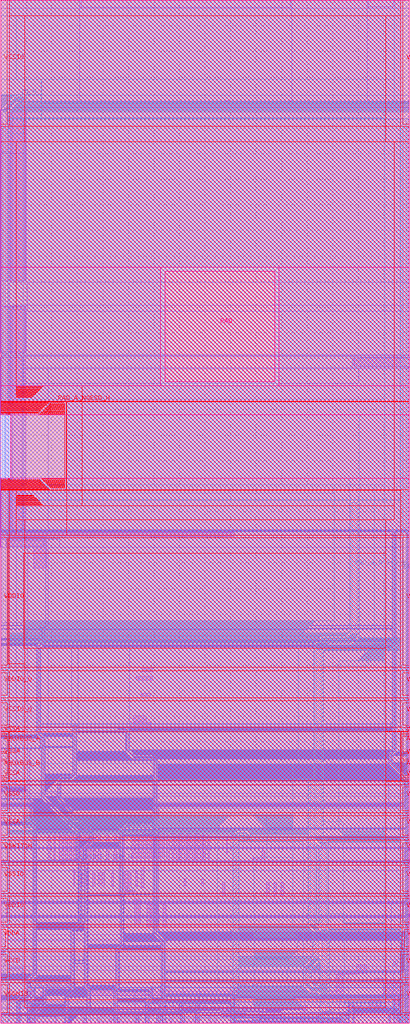
<source format=lef>
# Copyright 2020 The SkyWater PDK Authors
#
# Licensed under the Apache License, Version 2.0 (the "License");
# you may not use this file except in compliance with the License.
# You may obtain a copy of the License at
#
#     https://www.apache.org/licenses/LICENSE-2.0
#
# Unless required by applicable law or agreed to in writing, software
# distributed under the License is distributed on an "AS IS" BASIS,
# WITHOUT WARRANTIES OR CONDITIONS OF ANY KIND, either express or implied.
# See the License for the specific language governing permissions and
# limitations under the License.
#
# SPDX-License-Identifier: Apache-2.0

VERSION 5.5 ;
NAMESCASESENSITIVE ON ;
BUSBITCHARS "[]" ;
DIVIDERCHAR "/" ;
MACRO sky130_fd_io__top_gpiov2
  CLASS BLOCK ;
  SOURCE USER ;
  ORIGIN  0.000000  0.000000 ;
  SIZE 80 BY 200 ;
  SYMMETRY R90 ;
  PIN AMUXBUS_A
    ANTENNAPARTIALMETALSIDEAREA  119.1680 ;
    DIRECTION INOUT ;
    USE SIGNAL ;
    PORT
      LAYER met4 ;
        RECT 0.000000 53.125000 1.270000 56.105000 ;
    END
    PORT
      LAYER met4 ;
        RECT 78.730000 53.125000 80.000000 56.105000 ;
    END
  END AMUXBUS_A
  PIN AMUXBUS_B
    ANTENNAPARTIALMETALSIDEAREA  119.1680 ;
    DIRECTION INOUT ;
    USE SIGNAL ;
    PORT
      LAYER met4 ;
        RECT 0.000000 48.365000 1.270000 51.345000 ;
    END
    PORT
      LAYER met4 ;
        RECT 78.730000 48.365000 80.000000 51.345000 ;
    END
  END AMUXBUS_B
  PIN ANALOG_EN
    ANTENNAPARTIALCUTAREA  0.160000 ;
    DIRECTION INPUT ;
    USE SIGNAL ;
    PORT
      LAYER met1 ;
        RECT 62.430000 0.000000 62.690000 1.915000 ;
    END
  END ANALOG_EN
  PIN ANALOG_POL
    ANTENNAPARTIALCUTAREA  0.160000 ;
    DIRECTION INPUT ;
    USE SIGNAL ;
    PORT
      LAYER met3 ;
        RECT 45.865000  0.000000 46.195000 36.665000 ;
        RECT 45.865000 36.665000 46.195000 36.735000 ;
        RECT 45.865000 36.735000 46.265000 36.805000 ;
        RECT 45.965000 36.805000 46.335000 36.905000 ;
        RECT 46.065000 36.905000 46.435000 37.005000 ;
        RECT 46.070000 37.005000 46.535000 37.010000 ;
        RECT 46.220000 37.010000 48.225000 37.160000 ;
        RECT 46.370000 37.160000 48.075000 37.310000 ;
        RECT 46.400000 37.310000 48.045000 37.340000 ;
        RECT 47.910000 37.005000 48.375000 37.010000 ;
        RECT 47.960000 35.870000 48.740000 36.190000 ;
        RECT 47.975000 36.940000 48.380000 37.005000 ;
        RECT 48.040000 36.875000 48.445000 36.940000 ;
        RECT 48.070000 36.190000 48.630000 36.300000 ;
        RECT 48.110000 36.805000 48.510000 36.875000 ;
        RECT 48.180000 36.300000 48.520000 36.410000 ;
        RECT 48.180000 36.410000 48.515000 36.415000 ;
        RECT 48.180000 36.415000 48.510000 36.420000 ;
        RECT 48.180000 36.420000 48.510000 36.735000 ;
        RECT 48.180000 36.735000 48.510000 36.805000 ;
    END
  END ANALOG_POL
  PIN ANALOG_SEL
    ANTENNAPARTIALCUTAREA  0.160000 ;
    DIRECTION INPUT ;
    USE SIGNAL ;
    PORT
      LAYER met2 ;
        RECT 23.080000 57.360000 24.590000 57.430000 ;
        RECT 23.080000 57.430000 24.520000 57.500000 ;
        RECT 23.080000 57.500000 24.450000 57.570000 ;
        RECT 23.080000 57.570000 24.380000 57.640000 ;
        RECT 24.285000 57.345000 24.660000 57.360000 ;
        RECT 24.355000 57.275000 24.675000 57.345000 ;
        RECT 24.425000 57.205000 24.745000 57.275000 ;
        RECT 24.495000 57.135000 24.815000 57.205000 ;
        RECT 24.565000 57.065000 24.885000 57.135000 ;
        RECT 24.620000 57.010000 24.955000 57.065000 ;
        RECT 24.675000 53.255000 25.010000 53.310000 ;
        RECT 24.675000 53.310000 24.955000 53.365000 ;
        RECT 24.675000 53.365000 24.955000 56.955000 ;
        RECT 24.675000 56.955000 24.955000 57.010000 ;
        RECT 24.740000 53.190000 25.065000 53.255000 ;
        RECT 24.810000 53.120000 25.130000 53.190000 ;
        RECT 24.880000 53.050000 25.200000 53.120000 ;
        RECT 24.950000 52.980000 25.270000 53.050000 ;
        RECT 25.020000 52.910000 25.340000 52.980000 ;
        RECT 25.090000 52.840000 25.410000 52.910000 ;
        RECT 25.160000 52.770000 25.480000 52.840000 ;
        RECT 25.230000 52.700000 25.550000 52.770000 ;
        RECT 25.300000 52.630000 25.620000 52.700000 ;
        RECT 25.370000 52.560000 25.690000 52.630000 ;
        RECT 25.440000 52.490000 25.760000 52.560000 ;
        RECT 25.510000 52.420000 25.830000 52.490000 ;
        RECT 25.580000 52.350000 25.900000 52.420000 ;
        RECT 25.650000 52.280000 25.970000 52.350000 ;
        RECT 25.720000 52.210000 26.040000 52.280000 ;
        RECT 25.790000 52.140000 29.735000 52.210000 ;
        RECT 25.860000 52.070000 29.805000 52.140000 ;
        RECT 25.930000 52.000000 29.875000 52.070000 ;
        RECT 26.000000 51.930000 29.945000 52.000000 ;
        RECT 29.645000 51.910000 30.015000 51.930000 ;
        RECT 29.715000 51.840000 30.035000 51.910000 ;
        RECT 29.785000 51.770000 30.105000 51.840000 ;
        RECT 29.855000 51.700000 30.175000 51.770000 ;
        RECT 29.925000 51.630000 30.245000 51.700000 ;
        RECT 29.995000 51.560000 30.315000 51.630000 ;
        RECT 30.060000 51.495000 30.385000 51.560000 ;
        RECT 30.125000 17.630000 30.440000 17.685000 ;
        RECT 30.125000 17.685000 30.385000 17.740000 ;
        RECT 30.125000 17.740000 30.385000 36.345000 ;
        RECT 30.125000 36.345000 30.385000 36.400000 ;
        RECT 30.125000 36.400000 30.440000 36.455000 ;
        RECT 30.125000 38.010000 30.440000 38.065000 ;
        RECT 30.125000 38.065000 30.385000 38.120000 ;
        RECT 30.125000 38.120000 30.385000 51.430000 ;
        RECT 30.125000 51.430000 30.385000 51.495000 ;
        RECT 30.140000 37.995000 30.495000 38.010000 ;
        RECT 30.180000 17.575000 30.495000 17.630000 ;
        RECT 30.195000 36.455000 30.495000 36.525000 ;
        RECT 30.210000 37.925000 30.510000 37.995000 ;
        RECT 30.250000 17.505000 30.550000 17.575000 ;
        RECT 30.265000 36.525000 30.565000 36.595000 ;
        RECT 30.280000 36.595000 30.635000 36.610000 ;
        RECT 30.280000 37.855000 30.580000 37.925000 ;
        RECT 30.320000 17.435000 30.620000 17.505000 ;
        RECT 30.335000 36.610000 30.650000 36.665000 ;
        RECT 30.335000 37.800000 30.650000 37.855000 ;
        RECT 30.390000 17.365000 30.690000 17.435000 ;
        RECT 30.390000 36.665000 30.650000 36.720000 ;
        RECT 30.390000 36.720000 30.650000 37.745000 ;
        RECT 30.390000 37.745000 30.650000 37.800000 ;
        RECT 30.460000 17.295000 30.760000 17.365000 ;
        RECT 30.530000 17.225000 30.830000 17.295000 ;
        RECT 30.600000 17.155000 30.900000 17.225000 ;
        RECT 30.670000 17.085000 30.970000 17.155000 ;
        RECT 30.740000 17.015000 31.040000 17.085000 ;
        RECT 30.750000  0.000000 31.010000  2.155000 ;
        RECT 30.750000  2.155000 31.010000  2.210000 ;
        RECT 30.750000  2.210000 31.065000  2.265000 ;
        RECT 30.810000 16.945000 31.110000 17.015000 ;
        RECT 30.820000  2.265000 31.120000  2.335000 ;
        RECT 30.880000 16.875000 31.180000 16.945000 ;
        RECT 30.890000  2.335000 31.190000  2.405000 ;
        RECT 30.950000 16.805000 31.250000 16.875000 ;
        RECT 30.960000  2.405000 31.260000  2.475000 ;
        RECT 31.020000 16.735000 31.320000 16.805000 ;
        RECT 31.030000  2.475000 31.330000  2.545000 ;
        RECT 31.090000 16.665000 31.390000 16.735000 ;
        RECT 31.100000  2.545000 31.400000  2.615000 ;
        RECT 31.160000 16.595000 31.460000 16.665000 ;
        RECT 31.170000  2.615000 31.470000  2.685000 ;
        RECT 31.195000  2.685000 31.540000  2.710000 ;
        RECT 31.230000 16.525000 31.530000 16.595000 ;
        RECT 31.250000  2.710000 31.565000  2.765000 ;
        RECT 31.300000 16.455000 31.600000 16.525000 ;
        RECT 31.305000  2.765000 31.565000  2.820000 ;
        RECT 31.305000  2.820000 31.565000  4.335000 ;
        RECT 31.305000  4.335000 31.565000  4.390000 ;
        RECT 31.305000  4.390000 31.620000  4.445000 ;
        RECT 31.370000 16.385000 31.670000 16.455000 ;
        RECT 31.375000  4.445000 31.675000  4.515000 ;
        RECT 31.440000 16.315000 31.740000 16.385000 ;
        RECT 31.445000  4.515000 31.745000  4.585000 ;
        RECT 31.510000 16.245000 31.810000 16.315000 ;
        RECT 31.515000  4.585000 31.815000  4.655000 ;
        RECT 31.580000  4.655000 31.885000  4.720000 ;
        RECT 31.580000 16.175000 31.880000 16.245000 ;
        RECT 31.635000  4.720000 31.950000  4.775000 ;
        RECT 31.635000 16.120000 31.950000 16.175000 ;
        RECT 31.690000  4.775000 31.950000  4.830000 ;
        RECT 31.690000  4.830000 31.950000 16.065000 ;
        RECT 31.690000 16.065000 31.950000 16.120000 ;
    END
  END ANALOG_SEL
  PIN DM[0]
    ANTENNAPARTIALCUTAREA  0.160000 ;
    DIRECTION INPUT ;
    USE SIGNAL ;
    PORT
      LAYER met2 ;
        RECT 49.590000 0.545000 50.360000 0.825000 ;
        RECT 49.625000 0.510000 50.325000 0.545000 ;
        RECT 49.695000 0.440000 50.255000 0.510000 ;
        RECT 49.765000 0.370000 50.185000 0.440000 ;
        RECT 49.835000 0.300000 50.115000 0.370000 ;
        RECT 49.845000 0.290000 50.115000 0.300000 ;
        RECT 49.855000 0.000000 50.115000 0.280000 ;
        RECT 49.855000 0.280000 50.115000 0.290000 ;
    END
  END DM[0]
  PIN DM[1]
    ANTENNAPARTIALCUTAREA  0.160000 ;
    DIRECTION INPUT ;
    USE SIGNAL ;
    PORT
      LAYER met2 ;
        RECT 66.540000 1.195000 67.360000 1.475000 ;
        RECT 66.595000 1.140000 67.305000 1.195000 ;
        RECT 66.665000 1.070000 67.235000 1.140000 ;
        RECT 66.735000 1.000000 67.165000 1.070000 ;
        RECT 66.805000 0.930000 67.095000 1.000000 ;
        RECT 66.820000 0.915000 67.095000 0.930000 ;
        RECT 66.835000 0.000000 67.095000 0.900000 ;
        RECT 66.835000 0.900000 67.095000 0.915000 ;
    END
  END DM[1]
  PIN DM[2]
    ANTENNAGATEAREA  0.500000 ;
    DIRECTION INPUT ;
    USE SIGNAL ;
    PORT
      LAYER met2 ;
        RECT 28.490000 0.000000 28.750000 3.960000 ;
        RECT 28.490000 3.960000 28.750000 4.015000 ;
        RECT 28.490000 4.015000 28.805000 4.070000 ;
        RECT 28.560000 4.070000 28.860000 4.140000 ;
        RECT 28.630000 4.140000 28.930000 4.210000 ;
        RECT 28.700000 4.210000 29.000000 4.280000 ;
        RECT 28.770000 4.280000 29.070000 4.350000 ;
        RECT 28.840000 4.350000 29.140000 4.420000 ;
        RECT 28.910000 4.420000 29.210000 4.490000 ;
        RECT 28.980000 4.490000 29.280000 4.560000 ;
        RECT 29.050000 4.560000 29.350000 4.630000 ;
        RECT 29.100000 4.630000 29.420000 4.680000 ;
        RECT 29.155000 4.680000 29.470000 4.735000 ;
        RECT 29.210000 4.735000 29.470000 4.790000 ;
        RECT 29.210000 4.790000 29.470000 6.780000 ;
    END
  END DM[2]
  PIN ENABLE_H
    ANTENNAGATEAREA  4.860000 ;
    DIRECTION INPUT ;
    USE SIGNAL ;
    PORT
      LAYER met2 ;
        RECT 35.135000 2.225000 35.450000 2.280000 ;
        RECT 35.135000 2.280000 35.395000 2.335000 ;
        RECT 35.135000 2.335000 35.395000 3.885000 ;
        RECT 35.140000 2.220000 35.505000 2.225000 ;
        RECT 35.210000 2.150000 35.510000 2.220000 ;
        RECT 35.280000 2.080000 35.580000 2.150000 ;
        RECT 35.350000 2.010000 35.650000 2.080000 ;
        RECT 35.405000 1.955000 35.720000 2.010000 ;
        RECT 35.460000 0.000000 35.720000 1.900000 ;
        RECT 35.460000 1.900000 35.720000 1.955000 ;
    END
  END ENABLE_H
  PIN ENABLE_INP_H
    ANTENNAGATEAREA  3.240000 ;
    DIRECTION INPUT ;
    USE SIGNAL ;
    PORT
      LAYER met2 ;
        RECT 38.390000 0.000000 38.650000 3.715000 ;
    END
  END ENABLE_INP_H
  PIN ENABLE_VDDA_H
    ANTENNAGATEAREA  3.500000 ;
    DIRECTION INPUT ;
    USE SIGNAL ;
    PORT
      LAYER met2 ;
        RECT  7.315000 56.460000  7.630000 56.515000 ;
        RECT  7.315000 56.515000  7.575000 56.570000 ;
        RECT  7.315000 56.570000  7.575000 73.615000 ;
        RECT  7.315000 73.615000  7.575000 73.670000 ;
        RECT  7.315000 73.670000  7.630000 73.725000 ;
        RECT  7.375000 56.400000  7.685000 56.460000 ;
        RECT  7.385000 73.725000  7.685000 73.795000 ;
        RECT  7.445000 56.330000  7.745000 56.400000 ;
        RECT  7.455000 73.795000  7.755000 73.865000 ;
        RECT  7.515000 56.260000  7.815000 56.330000 ;
        RECT  7.525000 73.865000  7.825000 73.935000 ;
        RECT  7.585000 56.190000  7.885000 56.260000 ;
        RECT  7.595000 73.935000  7.895000 74.005000 ;
        RECT  7.655000 56.120000  7.955000 56.190000 ;
        RECT  7.665000 74.005000  7.965000 74.075000 ;
        RECT  7.695000 74.075000  8.035000 74.105000 ;
        RECT  7.725000 56.050000  8.025000 56.120000 ;
        RECT  7.750000 74.105000  8.065000 74.160000 ;
        RECT  7.795000 55.980000  8.095000 56.050000 ;
        RECT  7.805000 74.160000  8.065000 74.215000 ;
        RECT  7.805000 74.215000  8.065000 74.680000 ;
        RECT  7.805000 74.680000  8.065000 74.735000 ;
        RECT  7.805000 74.735000  8.120000 74.790000 ;
        RECT  7.865000 55.910000  8.165000 55.980000 ;
        RECT  7.875000 74.790000  8.175000 74.860000 ;
        RECT  7.920000 55.855000  8.235000 55.910000 ;
        RECT  7.920000 77.285000  8.560000 77.545000 ;
        RECT  7.945000 74.860000  8.245000 74.930000 ;
        RECT  7.975000 53.960000  8.290000 54.015000 ;
        RECT  7.975000 54.015000  8.235000 54.070000 ;
        RECT  7.975000 54.070000  8.235000 55.800000 ;
        RECT  7.975000 55.800000  8.235000 55.855000 ;
        RECT  8.015000 74.930000  8.315000 75.000000 ;
        RECT  8.030000 53.905000  8.345000 53.960000 ;
        RECT  8.085000 53.850000  8.400000 53.905000 ;
        RECT  8.085000 75.000000  8.385000 75.070000 ;
        RECT  8.085000 77.240000  8.515000 77.285000 ;
        RECT  8.100000 75.070000  8.455000 75.085000 ;
        RECT  8.130000 77.195000  8.470000 77.240000 ;
        RECT  8.140000 53.795000  8.455000 53.850000 ;
        RECT  8.155000 75.085000  8.470000 75.140000 ;
        RECT  8.170000 77.155000  8.470000 77.195000 ;
        RECT  8.195000 44.075000  8.510000 44.130000 ;
        RECT  8.195000 44.130000  8.455000 44.185000 ;
        RECT  8.195000 44.185000  8.455000 53.740000 ;
        RECT  8.195000 53.740000  8.455000 53.795000 ;
        RECT  8.210000 44.060000  8.565000 44.075000 ;
        RECT  8.210000 75.140000  8.470000 75.195000 ;
        RECT  8.210000 75.195000  8.470000 77.115000 ;
        RECT  8.210000 77.115000  8.470000 77.155000 ;
        RECT  8.280000 43.990000  8.580000 44.060000 ;
        RECT  8.350000 43.920000  8.650000 43.990000 ;
        RECT  8.420000 43.850000  8.720000 43.920000 ;
        RECT  8.490000 43.780000  8.790000 43.850000 ;
        RECT  8.560000 43.710000  8.860000 43.780000 ;
        RECT  8.630000 43.640000  8.930000 43.710000 ;
        RECT  8.700000 43.570000  9.000000 43.640000 ;
        RECT  8.770000 43.500000  9.070000 43.570000 ;
        RECT  8.840000 43.430000  9.140000 43.500000 ;
        RECT  8.910000 43.360000  9.210000 43.430000 ;
        RECT  8.980000 43.290000  9.280000 43.360000 ;
        RECT  9.050000 43.220000  9.350000 43.290000 ;
        RECT  9.120000 43.150000  9.420000 43.220000 ;
        RECT  9.190000 43.080000  9.490000 43.150000 ;
        RECT  9.260000 43.010000  9.560000 43.080000 ;
        RECT  9.330000 42.940000  9.630000 43.010000 ;
        RECT  9.400000 42.870000  9.700000 42.940000 ;
        RECT  9.470000 42.800000  9.770000 42.870000 ;
        RECT  9.540000 42.730000  9.840000 42.800000 ;
        RECT  9.610000 42.660000  9.910000 42.730000 ;
        RECT  9.680000 42.590000  9.980000 42.660000 ;
        RECT  9.750000 42.520000 10.050000 42.590000 ;
        RECT  9.820000 42.450000 10.120000 42.520000 ;
        RECT  9.890000 42.380000 10.190000 42.450000 ;
        RECT  9.960000 42.310000 10.260000 42.380000 ;
        RECT 10.030000 42.240000 10.330000 42.310000 ;
        RECT 10.100000 42.170000 10.400000 42.240000 ;
        RECT 10.170000 42.100000 10.470000 42.170000 ;
        RECT 10.240000 42.030000 10.540000 42.100000 ;
        RECT 10.310000 41.960000 10.610000 42.030000 ;
        RECT 10.380000 41.890000 10.680000 41.960000 ;
        RECT 10.450000 41.820000 10.750000 41.890000 ;
        RECT 10.520000 41.750000 10.820000 41.820000 ;
        RECT 10.590000 41.680000 10.890000 41.750000 ;
        RECT 10.660000 41.610000 10.960000 41.680000 ;
        RECT 10.730000 41.540000 11.030000 41.610000 ;
        RECT 10.800000 41.470000 11.100000 41.540000 ;
        RECT 10.870000 41.400000 11.170000 41.470000 ;
        RECT 10.940000 41.330000 11.240000 41.400000 ;
        RECT 11.010000 41.260000 11.310000 41.330000 ;
        RECT 11.080000 41.190000 11.380000 41.260000 ;
        RECT 11.150000 41.120000 11.450000 41.190000 ;
        RECT 11.220000 41.050000 11.520000 41.120000 ;
        RECT 11.290000 40.980000 11.590000 41.050000 ;
        RECT 11.360000 40.910000 11.660000 40.980000 ;
        RECT 11.430000 40.840000 11.730000 40.910000 ;
        RECT 11.500000 40.770000 11.800000 40.840000 ;
        RECT 11.570000 40.700000 11.870000 40.770000 ;
        RECT 11.640000 40.630000 11.940000 40.700000 ;
        RECT 11.710000 40.560000 12.010000 40.630000 ;
        RECT 11.780000 40.490000 12.080000 40.560000 ;
        RECT 11.850000 40.420000 12.150000 40.490000 ;
        RECT 11.920000 40.350000 12.220000 40.420000 ;
        RECT 11.990000 40.280000 12.290000 40.350000 ;
        RECT 12.060000 40.210000 12.360000 40.280000 ;
        RECT 12.130000 40.140000 12.430000 40.210000 ;
        RECT 12.200000 40.070000 12.500000 40.140000 ;
        RECT 12.270000 40.000000 12.570000 40.070000 ;
        RECT 12.340000 39.930000 12.640000 40.000000 ;
        RECT 12.410000 39.860000 12.710000 39.930000 ;
        RECT 12.480000 39.790000 12.780000 39.860000 ;
        RECT 12.550000 39.720000 12.850000 39.790000 ;
        RECT 12.620000 39.650000 12.920000 39.720000 ;
        RECT 12.690000 39.580000 12.990000 39.650000 ;
        RECT 12.755000  0.000000 13.015000  5.240000 ;
        RECT 12.755000  5.240000 13.015000  5.295000 ;
        RECT 12.755000  5.295000 13.070000  5.350000 ;
        RECT 12.760000 39.510000 13.060000 39.580000 ;
        RECT 12.825000  5.350000 13.125000  5.420000 ;
        RECT 12.830000 39.440000 13.130000 39.510000 ;
        RECT 12.895000  5.420000 13.195000  5.490000 ;
        RECT 12.900000 39.370000 13.200000 39.440000 ;
        RECT 12.965000  5.490000 13.265000  5.560000 ;
        RECT 12.970000 39.300000 13.270000 39.370000 ;
        RECT 13.035000  5.560000 13.335000  5.630000 ;
        RECT 13.040000 39.230000 13.340000 39.300000 ;
        RECT 13.105000  5.630000 13.405000  5.700000 ;
        RECT 13.110000 39.160000 13.410000 39.230000 ;
        RECT 13.175000  5.700000 13.475000  5.770000 ;
        RECT 13.180000 39.090000 13.480000 39.160000 ;
        RECT 13.245000  5.770000 13.545000  5.840000 ;
        RECT 13.250000 39.020000 13.550000 39.090000 ;
        RECT 13.315000  5.840000 13.615000  5.910000 ;
        RECT 13.320000 38.950000 13.620000 39.020000 ;
        RECT 13.385000  5.910000 13.685000  5.980000 ;
        RECT 13.390000 38.880000 13.690000 38.950000 ;
        RECT 13.455000  5.980000 13.755000  6.050000 ;
        RECT 13.460000 38.810000 13.760000 38.880000 ;
        RECT 13.525000  6.050000 13.825000  6.120000 ;
        RECT 13.530000 38.740000 13.830000 38.810000 ;
        RECT 13.595000  6.120000 13.895000  6.190000 ;
        RECT 13.600000 38.670000 13.900000 38.740000 ;
        RECT 13.665000  6.190000 13.965000  6.260000 ;
        RECT 13.670000 38.600000 13.970000 38.670000 ;
        RECT 13.735000  6.260000 14.035000  6.330000 ;
        RECT 13.740000 38.530000 14.040000 38.600000 ;
        RECT 13.805000  6.330000 14.105000  6.400000 ;
        RECT 13.810000 38.460000 14.110000 38.530000 ;
        RECT 13.860000  6.400000 14.175000  6.455000 ;
        RECT 13.880000 38.390000 14.180000 38.460000 ;
        RECT 13.915000  6.455000 14.230000  6.510000 ;
        RECT 13.950000 38.320000 14.250000 38.390000 ;
        RECT 13.970000  6.510000 14.230000  6.565000 ;
        RECT 13.970000  6.565000 14.230000 18.115000 ;
        RECT 13.970000 18.115000 14.230000 18.170000 ;
        RECT 13.970000 18.170000 14.285000 18.225000 ;
        RECT 14.020000 38.250000 14.320000 38.320000 ;
        RECT 14.040000 18.225000 14.340000 18.295000 ;
        RECT 14.090000 38.180000 14.390000 38.250000 ;
        RECT 14.110000 18.295000 14.410000 18.365000 ;
        RECT 14.160000 38.110000 14.460000 38.180000 ;
        RECT 14.180000 18.365000 14.480000 18.435000 ;
        RECT 14.230000 38.040000 14.530000 38.110000 ;
        RECT 14.250000 18.435000 14.550000 18.505000 ;
        RECT 14.300000 37.970000 14.600000 38.040000 ;
        RECT 14.320000 18.505000 14.620000 18.575000 ;
        RECT 14.370000 37.900000 14.670000 37.970000 ;
        RECT 14.390000 18.575000 14.690000 18.645000 ;
        RECT 14.440000 37.830000 14.740000 37.900000 ;
        RECT 14.460000 18.645000 14.760000 18.715000 ;
        RECT 14.510000 37.760000 14.810000 37.830000 ;
        RECT 14.530000 18.715000 14.830000 18.785000 ;
        RECT 14.580000 37.690000 14.880000 37.760000 ;
        RECT 14.600000 18.785000 14.900000 18.855000 ;
        RECT 14.650000 37.620000 14.950000 37.690000 ;
        RECT 14.670000 18.855000 14.970000 18.925000 ;
        RECT 14.720000 37.550000 15.020000 37.620000 ;
        RECT 14.740000 18.925000 15.040000 18.995000 ;
        RECT 14.790000 37.480000 15.090000 37.550000 ;
        RECT 14.810000 18.995000 15.110000 19.065000 ;
        RECT 14.860000 37.410000 15.160000 37.480000 ;
        RECT 14.880000 19.065000 15.180000 19.135000 ;
        RECT 14.915000 37.355000 15.230000 37.410000 ;
        RECT 14.950000 19.135000 15.250000 19.205000 ;
        RECT 14.970000 31.960000 15.285000 32.015000 ;
        RECT 14.970000 32.015000 15.230000 32.070000 ;
        RECT 14.970000 32.070000 15.230000 37.300000 ;
        RECT 14.970000 37.300000 15.230000 37.355000 ;
        RECT 14.995000 31.935000 15.340000 31.960000 ;
        RECT 15.020000 19.205000 15.320000 19.275000 ;
        RECT 15.065000 31.865000 15.365000 31.935000 ;
        RECT 15.090000 19.275000 15.390000 19.345000 ;
        RECT 15.135000 31.795000 15.435000 31.865000 ;
        RECT 15.160000 19.345000 15.460000 19.415000 ;
        RECT 15.205000 31.725000 15.505000 31.795000 ;
        RECT 15.230000 19.415000 15.530000 19.485000 ;
        RECT 15.275000 19.485000 15.600000 19.530000 ;
        RECT 15.275000 31.655000 15.575000 31.725000 ;
        RECT 15.330000 19.530000 15.645000 19.585000 ;
        RECT 15.330000 31.600000 15.645000 31.655000 ;
        RECT 15.385000 19.585000 15.645000 19.640000 ;
        RECT 15.385000 19.640000 15.645000 31.545000 ;
        RECT 15.385000 31.545000 15.645000 31.600000 ;
    END
  END ENABLE_VDDA_H
  PIN ENABLE_VDDIO
    ANTENNAGATEAREA  3.240000 ;
    DIRECTION INPUT ;
    USE SIGNAL ;
    PORT
      LAYER met3 ;
        RECT 78.580000 0.000000 78.910000 176.480000 ;
    END
  END ENABLE_VDDIO
  PIN ENABLE_VSWITCH_H
    ANTENNAGATEAREA  3.120000 ;
    DIRECTION INPUT ;
    USE SIGNAL ;
    PORT
      LAYER met2 ;
        RECT 11.250000 43.835000 11.565000 43.890000 ;
        RECT 11.250000 43.890000 11.510000 43.945000 ;
        RECT 11.250000 43.945000 11.510000 47.275000 ;
        RECT 11.250000 47.275000 11.510000 47.330000 ;
        RECT 11.250000 47.330000 11.565000 47.385000 ;
        RECT 11.270000 43.815000 11.620000 43.835000 ;
        RECT 11.320000 47.385000 11.620000 47.455000 ;
        RECT 11.340000 43.745000 11.640000 43.815000 ;
        RECT 11.390000 47.455000 11.690000 47.525000 ;
        RECT 11.410000 43.675000 11.710000 43.745000 ;
        RECT 11.460000 47.525000 11.760000 47.595000 ;
        RECT 11.480000 43.605000 11.780000 43.675000 ;
        RECT 11.530000 47.595000 11.830000 47.665000 ;
        RECT 11.550000 43.535000 11.850000 43.605000 ;
        RECT 11.600000 47.665000 11.900000 47.735000 ;
        RECT 11.620000 43.465000 11.920000 43.535000 ;
        RECT 11.670000 47.735000 11.970000 47.805000 ;
        RECT 11.680000 47.805000 12.040000 47.815000 ;
        RECT 11.690000 43.395000 11.990000 43.465000 ;
        RECT 11.750000 47.815000 13.850000 47.885000 ;
        RECT 11.760000 43.325000 12.060000 43.395000 ;
        RECT 11.820000 47.885000 13.920000 47.955000 ;
        RECT 11.830000 43.255000 12.130000 43.325000 ;
        RECT 11.890000 47.955000 13.990000 48.025000 ;
        RECT 11.900000 43.185000 12.200000 43.255000 ;
        RECT 11.940000 48.025000 14.060000 48.075000 ;
        RECT 11.970000 43.115000 12.270000 43.185000 ;
        RECT 12.040000 43.045000 12.340000 43.115000 ;
        RECT 12.110000 42.975000 12.410000 43.045000 ;
        RECT 12.180000 42.905000 12.480000 42.975000 ;
        RECT 12.250000 42.835000 12.550000 42.905000 ;
        RECT 12.320000 42.765000 12.620000 42.835000 ;
        RECT 12.390000 42.695000 12.690000 42.765000 ;
        RECT 12.460000 42.625000 12.760000 42.695000 ;
        RECT 12.530000 42.555000 12.830000 42.625000 ;
        RECT 12.600000 42.485000 12.900000 42.555000 ;
        RECT 12.670000 42.415000 12.970000 42.485000 ;
        RECT 12.740000 42.345000 13.040000 42.415000 ;
        RECT 12.810000 42.275000 13.110000 42.345000 ;
        RECT 12.880000 42.205000 13.180000 42.275000 ;
        RECT 12.950000 42.135000 13.250000 42.205000 ;
        RECT 13.020000 42.065000 13.320000 42.135000 ;
        RECT 13.090000 41.995000 13.390000 42.065000 ;
        RECT 13.160000 41.925000 13.460000 41.995000 ;
        RECT 13.230000 41.855000 13.530000 41.925000 ;
        RECT 13.300000 41.785000 13.600000 41.855000 ;
        RECT 13.370000 41.715000 13.670000 41.785000 ;
        RECT 13.440000 41.645000 13.740000 41.715000 ;
        RECT 13.510000 41.575000 13.810000 41.645000 ;
        RECT 13.565000 41.520000 13.880000 41.575000 ;
        RECT 13.620000 40.430000 13.935000 40.485000 ;
        RECT 13.620000 40.485000 13.880000 40.540000 ;
        RECT 13.620000 40.540000 13.880000 41.465000 ;
        RECT 13.620000 41.465000 13.880000 41.520000 ;
        RECT 13.640000 40.410000 13.990000 40.430000 ;
        RECT 13.710000 40.340000 14.010000 40.410000 ;
        RECT 13.780000 40.270000 14.080000 40.340000 ;
        RECT 13.810000 48.075000 14.110000 48.145000 ;
        RECT 13.850000 40.200000 14.150000 40.270000 ;
        RECT 13.880000 48.145000 14.180000 48.215000 ;
        RECT 13.920000 40.130000 14.220000 40.200000 ;
        RECT 13.950000 48.215000 14.250000 48.285000 ;
        RECT 13.990000 40.060000 14.290000 40.130000 ;
        RECT 14.020000 48.285000 14.320000 48.355000 ;
        RECT 14.060000 39.990000 14.360000 40.060000 ;
        RECT 14.090000 48.355000 14.390000 48.425000 ;
        RECT 14.130000 39.920000 14.430000 39.990000 ;
        RECT 14.160000 48.425000 14.460000 48.495000 ;
        RECT 14.180000 39.870000 15.420000 39.920000 ;
        RECT 14.195000 58.050000 14.835000 58.310000 ;
        RECT 14.210000 58.035000 14.820000 58.050000 ;
        RECT 14.230000 48.495000 14.530000 48.565000 ;
        RECT 14.240000 48.565000 14.600000 48.575000 ;
        RECT 14.250000 39.800000 15.470000 39.870000 ;
        RECT 14.280000 57.965000 14.750000 58.035000 ;
        RECT 14.295000 48.575000 14.610000 48.630000 ;
        RECT 14.320000 39.730000 15.540000 39.800000 ;
        RECT 14.350000 48.630000 14.610000 48.685000 ;
        RECT 14.350000 48.685000 14.610000 57.825000 ;
        RECT 14.350000 57.825000 14.610000 57.860000 ;
        RECT 14.350000 57.860000 14.645000 57.895000 ;
        RECT 14.350000 57.895000 14.680000 57.965000 ;
        RECT 14.390000 39.660000 15.610000 39.730000 ;
        RECT 15.365000 39.605000 15.680000 39.660000 ;
        RECT 15.435000 39.535000 15.735000 39.605000 ;
        RECT 15.505000 39.465000 15.805000 39.535000 ;
        RECT 15.575000 39.395000 15.875000 39.465000 ;
        RECT 15.645000 39.325000 15.945000 39.395000 ;
        RECT 15.715000 39.255000 16.015000 39.325000 ;
        RECT 15.785000 39.185000 16.085000 39.255000 ;
        RECT 15.855000 39.115000 16.155000 39.185000 ;
        RECT 15.925000 39.045000 16.225000 39.115000 ;
        RECT 15.995000 38.975000 16.295000 39.045000 ;
        RECT 16.065000 38.905000 16.365000 38.975000 ;
        RECT 16.135000 38.835000 16.435000 38.905000 ;
        RECT 16.205000 38.765000 16.505000 38.835000 ;
        RECT 16.275000 38.695000 16.575000 38.765000 ;
        RECT 16.310000  0.000000 16.570000  2.210000 ;
        RECT 16.310000  2.210000 16.570000  2.265000 ;
        RECT 16.310000  2.265000 16.625000  2.320000 ;
        RECT 16.345000 38.625000 16.645000 38.695000 ;
        RECT 16.365000 31.560000 16.680000 31.615000 ;
        RECT 16.365000 31.615000 16.625000 31.670000 ;
        RECT 16.365000 31.670000 16.625000 34.210000 ;
        RECT 16.365000 34.210000 16.625000 34.265000 ;
        RECT 16.365000 34.265000 16.680000 34.320000 ;
        RECT 16.370000 31.555000 16.735000 31.560000 ;
        RECT 16.380000  2.320000 16.680000  2.390000 ;
        RECT 16.415000 38.555000 16.715000 38.625000 ;
        RECT 16.435000 31.490000 16.740000 31.555000 ;
        RECT 16.435000 34.320000 16.735000 34.390000 ;
        RECT 16.450000  2.390000 16.750000  2.460000 ;
        RECT 16.485000 38.485000 16.785000 38.555000 ;
        RECT 16.500000 31.425000 16.805000 31.490000 ;
        RECT 16.505000 34.390000 16.805000 34.460000 ;
        RECT 16.520000  2.460000 16.820000  2.530000 ;
        RECT 16.555000 31.370000 16.870000 31.425000 ;
        RECT 16.555000 38.415000 16.855000 38.485000 ;
        RECT 16.575000 34.460000 16.875000 34.530000 ;
        RECT 16.590000  2.530000 16.890000  2.600000 ;
        RECT 16.610000  7.160000 16.925000  7.215000 ;
        RECT 16.610000  7.215000 16.870000  7.270000 ;
        RECT 16.610000  7.270000 16.870000 11.540000 ;
        RECT 16.610000 12.475000 16.870000 31.315000 ;
        RECT 16.610000 31.315000 16.870000 31.370000 ;
        RECT 16.615000 12.470000 16.870000 12.475000 ;
        RECT 16.625000 38.345000 16.925000 38.415000 ;
        RECT 16.635000  7.135000 16.980000  7.160000 ;
        RECT 16.645000 34.530000 16.945000 34.600000 ;
        RECT 16.655000 11.540000 16.870000 11.585000 ;
        RECT 16.660000  2.600000 16.960000  2.670000 ;
        RECT 16.660000 12.425000 16.870000 12.470000 ;
        RECT 16.695000 38.275000 16.995000 38.345000 ;
        RECT 16.700000 11.585000 16.870000 11.630000 ;
        RECT 16.705000  7.065000 17.005000  7.135000 ;
        RECT 16.705000 11.630000 16.870000 11.635000 ;
        RECT 16.705000 11.635000 16.870000 12.380000 ;
        RECT 16.705000 12.380000 16.870000 12.425000 ;
        RECT 16.715000 34.600000 17.015000 34.670000 ;
        RECT 16.730000  2.670000 17.030000  2.740000 ;
        RECT 16.765000 38.205000 17.065000 38.275000 ;
        RECT 16.775000  6.995000 17.075000  7.065000 ;
        RECT 16.785000 34.670000 17.085000 34.740000 ;
        RECT 16.800000  2.740000 17.100000  2.810000 ;
        RECT 16.835000 38.135000 17.135000 38.205000 ;
        RECT 16.845000  6.925000 17.145000  6.995000 ;
        RECT 16.855000 34.740000 17.155000 34.810000 ;
        RECT 16.870000  2.810000 17.170000  2.880000 ;
        RECT 16.905000 38.065000 17.205000 38.135000 ;
        RECT 16.915000  6.855000 17.215000  6.925000 ;
        RECT 16.925000 34.810000 17.225000 34.880000 ;
        RECT 16.940000  2.880000 17.240000  2.950000 ;
        RECT 16.975000 37.995000 17.275000 38.065000 ;
        RECT 16.985000  2.950000 17.310000  2.995000 ;
        RECT 16.985000  6.785000 17.285000  6.855000 ;
        RECT 16.995000 34.880000 17.295000 34.950000 ;
        RECT 17.040000  2.995000 17.355000  3.050000 ;
        RECT 17.040000  6.730000 17.355000  6.785000 ;
        RECT 17.045000 37.925000 17.345000 37.995000 ;
        RECT 17.065000 34.950000 17.365000 35.020000 ;
        RECT 17.095000  3.050000 17.355000  3.105000 ;
        RECT 17.095000  3.105000 17.355000  6.675000 ;
        RECT 17.095000  6.675000 17.355000  6.730000 ;
        RECT 17.115000 37.855000 17.415000 37.925000 ;
        RECT 17.135000 35.020000 17.435000 35.090000 ;
        RECT 17.185000 37.785000 17.485000 37.855000 ;
        RECT 17.205000 35.090000 17.505000 35.160000 ;
        RECT 17.255000 37.715000 17.555000 37.785000 ;
        RECT 17.275000 35.160000 17.575000 35.230000 ;
        RECT 17.325000 37.645000 17.625000 37.715000 ;
        RECT 17.345000 35.230000 17.645000 35.300000 ;
        RECT 17.395000 37.575000 17.695000 37.645000 ;
        RECT 17.415000 35.300000 17.715000 35.370000 ;
        RECT 17.465000 35.370000 17.785000 35.420000 ;
        RECT 17.465000 37.505000 17.765000 37.575000 ;
        RECT 17.520000 35.420000 17.835000 35.475000 ;
        RECT 17.520000 37.450000 17.835000 37.505000 ;
        RECT 17.575000 35.475000 17.835000 35.530000 ;
        RECT 17.575000 35.530000 17.835000 37.395000 ;
        RECT 17.575000 37.395000 17.835000 37.450000 ;
    END
  END ENABLE_VSWITCH_H
  PIN HLD_H_N
    ANTENNAGATEAREA  1.620000 ;
    DIRECTION INPUT ;
    USE SIGNAL ;
    PORT
      LAYER met2 ;
        RECT 31.815000 0.000000 32.075000 3.965000 ;
    END
  END HLD_H_N
  PIN HLD_OVR
    ANTENNAGATEAREA  0.500000 ;
    DIRECTION INPUT ;
    USE SIGNAL ;
    PORT
      LAYER met2 ;
        RECT 26.600000 0.000000 26.860000 1.695000 ;
    END
  END HLD_OVR
  PIN IB_MODE_SEL
    ANTENNAGATEAREA  0.500000 ;
    DIRECTION INPUT ;
    USE SIGNAL ;
    PORT
      LAYER met2 ;
        RECT 5.420000 0.000000 5.650000 4.375000 ;
        RECT 5.420000 4.375000 5.650000 4.425000 ;
        RECT 5.420000 4.425000 5.700000 4.475000 ;
        RECT 5.490000 4.475000 5.750000 4.545000 ;
        RECT 5.560000 4.545000 5.820000 4.615000 ;
        RECT 5.630000 4.615000 5.890000 4.685000 ;
        RECT 5.700000 4.685000 5.960000 4.755000 ;
        RECT 5.770000 4.755000 6.030000 4.825000 ;
        RECT 5.840000 4.825000 6.100000 4.895000 ;
        RECT 5.910000 4.895000 6.170000 4.965000 ;
        RECT 5.910000 6.425000 6.550000 6.685000 ;
        RECT 5.980000 4.965000 6.240000 5.035000 ;
        RECT 6.050000 5.035000 6.310000 5.105000 ;
        RECT 6.120000 5.105000 6.380000 5.175000 ;
        RECT 6.180000 6.390000 6.550000 6.425000 ;
        RECT 6.190000 5.175000 6.450000 5.245000 ;
        RECT 6.220000 5.245000 6.520000 5.275000 ;
        RECT 6.250000 6.320000 6.550000 6.390000 ;
        RECT 6.270000 5.275000 6.550000 5.325000 ;
        RECT 6.320000 5.325000 6.550000 5.375000 ;
        RECT 6.320000 5.375000 6.550000 6.250000 ;
        RECT 6.320000 6.250000 6.550000 6.320000 ;
    END
  END IB_MODE_SEL
  PIN IN
    ANTENNAPARTIALMETALSIDEAREA  303.1200 ;
    DIRECTION OUTPUT ;
    USE SIGNAL ;
    PORT
      LAYER met3 ;
        RECT 79.240000 0.000000 79.570000 176.480000 ;
    END
  END IN
  PIN INP_DIS
    ANTENNAGATEAREA  0.500000 ;
    DIRECTION INPUT ;
    USE SIGNAL ;
    PORT
      LAYER met2 ;
        RECT 45.245000 0.000000 45.505000 4.980000 ;
        RECT 45.245000 4.980000 45.505000 5.035000 ;
        RECT 45.245000 5.035000 45.560000 5.090000 ;
        RECT 45.315000 5.090000 45.615000 5.160000 ;
        RECT 45.385000 5.160000 45.685000 5.230000 ;
        RECT 45.455000 5.230000 45.755000 5.300000 ;
        RECT 45.525000 5.300000 45.825000 5.370000 ;
        RECT 45.595000 5.370000 45.895000 5.440000 ;
        RECT 45.665000 5.440000 45.965000 5.510000 ;
        RECT 45.735000 5.510000 46.035000 5.580000 ;
        RECT 45.745000 5.580000 46.105000 5.590000 ;
        RECT 45.800000 5.590000 46.115000 5.645000 ;
        RECT 45.855000 5.645000 46.115000 5.700000 ;
        RECT 45.855000 5.700000 46.115000 6.780000 ;
    END
  END INP_DIS
  PIN IN_H
    ANTENNAPARTIALMETALSIDEAREA  291.9480 ;
    DIRECTION OUTPUT ;
    USE SIGNAL ;
    PORT
      LAYER met3 ;
        RECT 0.400000   0.000000 1.020000 178.235000 ;
        RECT 0.400000 178.235000 1.020000 178.360000 ;
        RECT 0.400000 178.360000 1.145000 178.485000 ;
        RECT 0.550000 178.485000 1.270000 178.635000 ;
        RECT 0.700000 178.635000 1.420000 178.785000 ;
        RECT 0.850000 178.785000 1.570000 178.935000 ;
        RECT 1.000000 178.935000 1.720000 179.085000 ;
        RECT 1.150000 179.085000 1.870000 179.235000 ;
        RECT 1.300000 179.235000 2.020000 179.385000 ;
        RECT 1.450000 179.385000 2.170000 179.535000 ;
        RECT 1.600000 179.535000 2.320000 179.685000 ;
        RECT 1.750000 179.685000 2.470000 179.835000 ;
        RECT 1.900000 179.835000 2.620000 179.985000 ;
        RECT 2.050000 179.985000 2.770000 180.135000 ;
        RECT 2.200000 180.135000 2.920000 180.285000 ;
        RECT 2.350000 180.285000 3.070000 180.435000 ;
        RECT 2.355000 180.435000 3.220000 180.440000 ;
        RECT 2.505000 180.440000 4.565000 180.590000 ;
        RECT 2.655000 180.590000 4.565000 180.740000 ;
        RECT 2.805000 180.740000 4.565000 180.890000 ;
        RECT 2.955000 180.890000 4.565000 181.040000 ;
        RECT 3.085000 181.040000 4.565000 181.170000 ;
    END
  END IN_H
  PIN OE_N
    ANTENNAGATEAREA  1.250000 ;
    DIRECTION INPUT ;
    USE SIGNAL ;
    PORT
      LAYER met2 ;
        RECT 3.375000  0.000000 3.605000  4.375000 ;
        RECT 3.375000  4.375000 3.605000  4.425000 ;
        RECT 3.375000  4.425000 3.655000  4.475000 ;
        RECT 3.445000  4.475000 3.705000  4.545000 ;
        RECT 3.515000  4.545000 3.775000  4.615000 ;
        RECT 3.585000  4.615000 3.845000  4.685000 ;
        RECT 3.655000  4.685000 3.915000  4.755000 ;
        RECT 3.725000  4.755000 3.985000  4.825000 ;
        RECT 3.770000  4.825000 4.055000  4.870000 ;
        RECT 3.840000  4.870000 5.225000  4.940000 ;
        RECT 3.910000  4.940000 5.295000  5.010000 ;
        RECT 3.980000  5.010000 5.365000  5.080000 ;
        RECT 4.000000  5.080000 5.435000  5.100000 ;
        RECT 5.195000  5.100000 5.455000  5.170000 ;
        RECT 5.265000  5.170000 5.525000  5.240000 ;
        RECT 5.300000  5.240000 5.595000  5.275000 ;
        RECT 5.350000  5.275000 5.630000  5.325000 ;
        RECT 5.400000  5.325000 5.630000  5.375000 ;
        RECT 5.400000  5.375000 5.630000  8.250000 ;
        RECT 5.400000  8.250000 5.630000  8.300000 ;
        RECT 5.400000  8.300000 5.680000  8.350000 ;
        RECT 5.470000  8.350000 5.730000  8.420000 ;
        RECT 5.540000  8.420000 5.800000  8.490000 ;
        RECT 5.610000  8.490000 5.870000  8.560000 ;
        RECT 5.680000  8.560000 5.940000  8.630000 ;
        RECT 5.750000  8.630000 6.010000  8.700000 ;
        RECT 5.820000  8.700000 6.080000  8.770000 ;
        RECT 5.890000  8.770000 6.150000  8.840000 ;
        RECT 5.960000  8.840000 6.220000  8.910000 ;
        RECT 5.965000 42.985000 6.225000 43.625000 ;
        RECT 5.970000 42.980000 6.220000 42.985000 ;
        RECT 5.975000 39.420000 6.255000 39.470000 ;
        RECT 5.975000 39.470000 6.205000 39.520000 ;
        RECT 5.975000 39.520000 6.205000 42.965000 ;
        RECT 5.975000 42.965000 6.205000 42.970000 ;
        RECT 5.975000 42.970000 6.210000 42.975000 ;
        RECT 5.975000 42.975000 6.215000 42.980000 ;
        RECT 5.985000 39.410000 6.305000 39.420000 ;
        RECT 6.030000  8.910000 6.290000  8.980000 ;
        RECT 6.055000 39.340000 6.315000 39.410000 ;
        RECT 6.100000  8.980000 6.360000  9.050000 ;
        RECT 6.125000 39.270000 6.385000 39.340000 ;
        RECT 6.170000  9.050000 6.430000  9.120000 ;
        RECT 6.195000 39.200000 6.455000 39.270000 ;
        RECT 6.240000  9.120000 6.500000  9.190000 ;
        RECT 6.265000 39.130000 6.525000 39.200000 ;
        RECT 6.310000  9.190000 6.570000  9.260000 ;
        RECT 6.335000 39.060000 6.595000 39.130000 ;
        RECT 6.380000  9.260000 6.640000  9.330000 ;
        RECT 6.405000 38.990000 6.665000 39.060000 ;
        RECT 6.450000  9.330000 6.710000  9.400000 ;
        RECT 6.475000  9.400000 6.780000  9.425000 ;
        RECT 6.475000 38.920000 6.735000 38.990000 ;
        RECT 6.525000  9.425000 6.805000  9.475000 ;
        RECT 6.525000 38.870000 6.805000 38.920000 ;
        RECT 6.575000  9.475000 6.805000  9.525000 ;
        RECT 6.575000  9.525000 6.805000 38.820000 ;
        RECT 6.575000 38.820000 6.805000 38.870000 ;
    END
  END OE_N
  PIN OUT
    ANTENNAPARTIALCUTAREA  0.160000 ;
    DIRECTION INPUT ;
    USE SIGNAL ;
    PORT
      LAYER met2 ;
        RECT 22.355000  0.000000 22.615000  6.315000 ;
        RECT 22.355000  6.315000 22.615000  6.370000 ;
        RECT 22.355000  6.370000 22.670000  6.425000 ;
        RECT 22.425000  6.425000 22.725000  6.495000 ;
        RECT 22.495000  6.495000 22.795000  6.565000 ;
        RECT 22.565000  6.565000 22.865000  6.635000 ;
        RECT 22.635000  6.635000 22.935000  6.705000 ;
        RECT 22.655000  6.705000 23.005000  6.725000 ;
        RECT 22.710000  6.725000 23.025000  6.780000 ;
        RECT 22.765000  6.780000 23.025000  6.835000 ;
        RECT 22.765000  6.835000 23.025000 14.375000 ;
        RECT 22.765000 14.375000 23.025000 14.430000 ;
        RECT 22.765000 14.430000 23.080000 14.485000 ;
        RECT 22.835000 14.485000 23.135000 14.555000 ;
        RECT 22.905000 14.555000 23.205000 14.625000 ;
        RECT 22.975000 14.625000 23.275000 14.695000 ;
        RECT 23.045000 14.695000 23.345000 14.765000 ;
        RECT 23.095000 38.695000 23.735000 38.955000 ;
        RECT 23.115000 14.765000 23.415000 14.835000 ;
        RECT 23.185000 14.835000 23.485000 14.905000 ;
        RECT 23.255000 14.905000 23.555000 14.975000 ;
        RECT 23.265000 38.625000 23.735000 38.695000 ;
        RECT 23.325000 14.975000 23.625000 15.045000 ;
        RECT 23.335000 38.555000 23.735000 38.625000 ;
        RECT 23.395000 15.045000 23.695000 15.115000 ;
        RECT 23.405000 38.485000 23.735000 38.555000 ;
        RECT 23.465000 15.115000 23.765000 15.185000 ;
        RECT 23.475000 25.180000 23.790000 25.235000 ;
        RECT 23.475000 25.235000 23.735000 25.290000 ;
        RECT 23.475000 25.290000 23.735000 38.415000 ;
        RECT 23.475000 38.415000 23.735000 38.485000 ;
        RECT 23.510000 25.145000 23.845000 25.180000 ;
        RECT 23.535000 15.185000 23.835000 15.255000 ;
        RECT 23.545000 15.255000 23.905000 15.265000 ;
        RECT 23.545000 25.110000 23.880000 25.145000 ;
        RECT 23.600000 15.265000 23.915000 15.320000 ;
        RECT 23.600000 25.055000 23.915000 25.110000 ;
        RECT 23.655000 15.320000 23.915000 15.375000 ;
        RECT 23.655000 15.375000 23.915000 25.000000 ;
        RECT 23.655000 25.000000 23.915000 25.055000 ;
    END
  END OUT
  PIN PAD
    ANTENNAPARTIALMETALSIDEAREA  216.1550 ;
    DIRECTION INOUT ;
    USE SIGNAL ;
    PORT
      LAYER met5 ;
        RECT 32.115000 125.470000 53.655000 147.015000 ;
    END
  END PAD
  PIN PAD_A_ESD_0_H
    ANTENNAPARTIALMETALSIDEAREA  3.812250 ;
    DIRECTION INOUT ;
    USE SIGNAL ;
    PORT
      LAYER met2 ;
        RECT 76.280000 0.000000 76.920000 1.625000 ;
        RECT 76.280000 1.625000 76.920000 1.695000 ;
        RECT 76.280000 1.695000 76.990000 1.765000 ;
        RECT 76.280000 1.765000 77.060000 1.835000 ;
        RECT 76.280000 1.835000 77.130000 1.905000 ;
        RECT 76.280000 1.905000 77.200000 1.975000 ;
        RECT 76.280000 1.975000 77.270000 2.045000 ;
        RECT 76.280000 2.045000 77.340000 2.055000 ;
        RECT 76.350000 2.055000 77.350000 2.125000 ;
        RECT 76.420000 2.125000 77.420000 2.195000 ;
        RECT 76.490000 2.195000 77.490000 2.265000 ;
        RECT 76.560000 2.265000 77.560000 2.335000 ;
        RECT 76.630000 2.335000 77.630000 2.405000 ;
        RECT 76.700000 2.405000 77.700000 2.475000 ;
        RECT 76.770000 2.475000 77.770000 2.545000 ;
        RECT 76.820000 2.545000 77.840000 2.595000 ;
        RECT 76.890000 2.595000 77.890000 2.665000 ;
        RECT 76.960000 2.665000 77.890000 2.735000 ;
        RECT 77.030000 2.735000 77.890000 2.805000 ;
        RECT 77.100000 2.805000 77.890000 2.875000 ;
        RECT 77.150000 2.875000 77.890000 2.925000 ;
        RECT 77.150000 2.925000 77.890000 5.235000 ;
    END
  END PAD_A_ESD_0_H
  PIN PAD_A_ESD_1_H
    ANTENNAPARTIALMETALSIDEAREA  2.618000 ;
    DIRECTION INOUT ;
    USE SIGNAL ;
    PORT
      LAYER met2 ;
        RECT 68.275000 0.000000 68.925000 3.960000 ;
    END
  END PAD_A_ESD_1_H
  PIN PAD_A_NOESD_H
    ANTENNAPARTIALCUTAREA  4.960000 ;
    DIRECTION INOUT ;
    USE SIGNAL ;
    PORT
      LAYER met3 ;
        RECT 59.600000  7.425000 60.560000   7.575000 ;
        RECT 59.600000  7.575000 60.410000   7.725000 ;
        RECT 59.600000  7.725000 60.385000   7.750000 ;
        RECT 59.600000  7.750000 60.385000  10.610000 ;
        RECT 59.600000 10.610000 60.385000  10.760000 ;
        RECT 59.600000 10.760000 60.535000  10.910000 ;
        RECT 59.600000 10.910000 60.685000  10.935000 ;
        RECT 59.655000  7.370000 60.710000   7.425000 ;
        RECT 59.750000 10.935000 60.710000  11.085000 ;
        RECT 59.805000  7.220000 60.765000   7.370000 ;
        RECT 59.900000 11.085000 60.860000  11.235000 ;
        RECT 59.955000  7.070000 60.915000   7.220000 ;
        RECT 59.985000  7.040000 63.890000   7.070000 ;
        RECT 60.050000 11.235000 61.010000  11.385000 ;
        RECT 60.135000  6.890000 63.890000   7.040000 ;
        RECT 60.200000 11.385000 61.160000  11.535000 ;
        RECT 60.285000  6.740000 63.890000   6.890000 ;
        RECT 60.350000 11.535000 61.310000  11.685000 ;
        RECT 60.435000  6.590000 63.890000   6.740000 ;
        RECT 60.500000 11.685000 61.460000  11.835000 ;
        RECT 60.585000  6.440000 63.890000   6.590000 ;
        RECT 60.610000 19.065000 61.570000  19.215000 ;
        RECT 60.610000 19.215000 61.420000  19.365000 ;
        RECT 60.610000 19.365000 61.395000  19.390000 ;
        RECT 60.610000 19.390000 61.395000  47.360000 ;
        RECT 60.650000 11.835000 61.610000  11.985000 ;
        RECT 60.690000 18.985000 61.720000  19.065000 ;
        RECT 60.735000  6.290000 63.890000   6.440000 ;
        RECT 60.800000 11.985000 61.760000  12.135000 ;
        RECT 60.840000 18.835000 61.800000  18.985000 ;
        RECT 60.950000 12.135000 61.910000  12.285000 ;
        RECT 60.990000 18.685000 61.950000  18.835000 ;
        RECT 61.100000 12.285000 62.060000  12.435000 ;
        RECT 61.140000 12.435000 62.210000  12.475000 ;
        RECT 61.140000 18.535000 62.100000  18.685000 ;
        RECT 61.170000 18.505000 62.250000  18.535000 ;
        RECT 61.290000 12.475000 62.250000  12.625000 ;
        RECT 61.320000 18.355000 62.250000  18.505000 ;
        RECT 61.440000 12.625000 62.250000  12.775000 ;
        RECT 61.470000 12.775000 62.250000  12.805000 ;
        RECT 61.470000 12.805000 62.250000  18.205000 ;
        RECT 61.470000 18.205000 62.250000  18.355000 ;
        RECT 61.710000 35.760000 63.070000  35.910000 ;
        RECT 61.710000 35.910000 62.920000  36.060000 ;
        RECT 61.710000 36.060000 62.780000  36.200000 ;
        RECT 61.710000 36.200000 62.780000  73.005000 ;
        RECT 61.710000 73.005000 62.780000  73.155000 ;
        RECT 61.710000 73.155000 62.930000  73.305000 ;
        RECT 61.710000 73.305000 63.080000  73.455000 ;
        RECT 61.710000 73.455000 63.230000  73.605000 ;
        RECT 61.710000 73.605000 63.380000  73.755000 ;
        RECT 61.710000 73.755000 63.530000  73.905000 ;
        RECT 61.710000 73.905000 63.680000  74.055000 ;
        RECT 61.710000 74.055000 63.830000  74.185000 ;
        RECT 61.735000 35.735000 63.220000  35.760000 ;
        RECT 61.750000 74.185000 63.960000  74.225000 ;
        RECT 61.790000 74.225000 64.000000  74.265000 ;
        RECT 61.885000 35.585000 63.245000  35.735000 ;
        RECT 61.940000 74.265000 68.555000  74.415000 ;
        RECT 62.035000 35.435000 63.395000  35.585000 ;
        RECT 62.090000 74.415000 68.705000  74.565000 ;
        RECT 62.185000 35.285000 63.545000  35.435000 ;
        RECT 62.220000  6.155000 63.890000   6.290000 ;
        RECT 62.235000  7.070000 63.890000   7.220000 ;
        RECT 62.240000 74.565000 68.855000  74.715000 ;
        RECT 62.325000 35.145000 63.695000  35.285000 ;
        RECT 62.370000  6.005000 63.890000   6.155000 ;
        RECT 62.385000  7.220000 63.890000   7.370000 ;
        RECT 62.390000 74.715000 69.005000  74.865000 ;
        RECT 62.475000 34.995000 63.695000  35.145000 ;
        RECT 62.520000  5.855000 63.890000   6.005000 ;
        RECT 62.535000  7.370000 63.890000   7.520000 ;
        RECT 62.540000 74.865000 69.155000  75.015000 ;
        RECT 62.625000 17.825000 63.890000  18.070000 ;
        RECT 62.625000 18.070000 63.795000  18.165000 ;
        RECT 62.625000 18.165000 63.700000  18.260000 ;
        RECT 62.625000 18.260000 63.695000  18.265000 ;
        RECT 62.625000 18.265000 63.695000  34.845000 ;
        RECT 62.625000 34.845000 63.695000  34.995000 ;
        RECT 62.630000 17.820000 63.890000  17.825000 ;
        RECT 62.670000  5.705000 63.890000   5.855000 ;
        RECT 62.685000  7.520000 63.890000   7.670000 ;
        RECT 62.690000 75.015000 69.305000  75.165000 ;
        RECT 62.725000 17.725000 63.890000  17.820000 ;
        RECT 62.820000  0.000000 63.890000   5.555000 ;
        RECT 62.820000  5.555000 63.890000   5.705000 ;
        RECT 62.820000  7.670000 63.890000   7.805000 ;
        RECT 62.820000  7.805000 63.890000  17.630000 ;
        RECT 62.820000 17.630000 63.890000  17.725000 ;
        RECT 62.840000 75.165000 69.455000  75.315000 ;
        RECT 62.860000 75.315000 69.605000  75.335000 ;
        RECT 67.870000 75.335000 69.625000  75.400000 ;
        RECT 67.935000 75.400000 69.690000  75.465000 ;
        RECT 67.940000 75.465000 69.755000  75.470000 ;
        RECT 68.090000 75.470000 69.760000  75.620000 ;
        RECT 68.240000 75.620000 69.760000  75.770000 ;
        RECT 68.390000 75.770000 69.760000  75.920000 ;
        RECT 68.540000 75.920000 69.760000  76.070000 ;
        RECT 68.690000 76.070000 69.760000  76.220000 ;
        RECT 68.690000 76.220000 69.760000 101.910000 ;
    END
    PORT
      LAYER met4 ;
        RECT 2.000000 106.585000 12.500000 118.955000 ;
        RECT 7.665000 118.955000 12.500000 119.105000 ;
        RECT 7.815000 119.105000 12.500000 119.255000 ;
        RECT 7.850000 106.565000 12.500000 106.585000 ;
        RECT 7.965000 119.255000 12.500000 119.405000 ;
        RECT 8.000000 106.415000 12.500000 106.565000 ;
        RECT 8.115000 119.405000 12.500000 119.555000 ;
        RECT 8.150000 106.265000 12.500000 106.415000 ;
        RECT 8.265000 119.555000 12.500000 119.705000 ;
        RECT 8.300000 106.115000 12.500000 106.265000 ;
        RECT 8.415000 119.705000 12.500000 119.855000 ;
        RECT 8.450000 105.965000 12.500000 106.115000 ;
        RECT 8.565000 119.855000 12.500000 120.005000 ;
        RECT 8.600000 105.815000 12.500000 105.965000 ;
        RECT 8.715000 120.005000 12.500000 120.155000 ;
        RECT 8.750000 105.665000 12.500000 105.815000 ;
        RECT 8.865000 120.155000 12.500000 120.305000 ;
        RECT 8.900000 105.515000 12.500000 105.665000 ;
        RECT 9.015000 120.305000 12.500000 120.455000 ;
        RECT 9.050000 105.365000 12.500000 105.515000 ;
        RECT 9.165000 120.455000 12.500000 120.605000 ;
        RECT 9.200000 105.215000 12.500000 105.365000 ;
        RECT 9.315000 120.605000 12.500000 120.755000 ;
        RECT 9.350000 105.065000 12.500000 105.215000 ;
        RECT 9.465000 120.755000 12.500000 120.905000 ;
        RECT 9.500000 104.915000 12.500000 105.065000 ;
        RECT 9.615000 120.905000 12.500000 121.055000 ;
        RECT 9.650000 104.765000 12.500000 104.915000 ;
        RECT 9.765000 121.055000 12.500000 121.205000 ;
        RECT 9.800000 104.615000 12.500000 104.765000 ;
        RECT 9.810000 121.205000 12.500000 121.250000 ;
    END
  END PAD_A_NOESD_H
  PIN SLOW
    ANTENNAPARTIALCUTAREA  0.160000 ;
    DIRECTION INPUT ;
    USE SIGNAL ;
    PORT
      LAYER met2 ;
        RECT 77.390000 1.185000 78.210000 1.465000 ;
        RECT 77.470000 1.125000 78.120000 1.185000 ;
        RECT 77.540000 1.055000 78.050000 1.125000 ;
        RECT 77.610000 0.000000 77.870000 0.875000 ;
        RECT 77.610000 0.875000 77.870000 0.930000 ;
        RECT 77.610000 0.930000 77.925000 0.985000 ;
        RECT 77.610000 0.985000 77.980000 1.055000 ;
    END
  END SLOW
  PIN TIE_HI_ESD
    ANTENNAPARTIALMETALSIDEAREA  85.19250 ;
    DIRECTION OUTPUT ;
    USE SIGNAL ;
    PORT
      LAYER met2 ;
        RECT 76.230000 50.760000 76.475000 50.805000 ;
        RECT 76.230000 50.805000 76.430000 50.850000 ;
        RECT 76.230000 50.850000 76.430000 52.425000 ;
        RECT 76.230000 52.425000 76.430000 52.470000 ;
        RECT 76.230000 52.470000 76.475000 52.515000 ;
        RECT 76.280000 50.710000 76.520000 50.760000 ;
        RECT 76.300000 52.515000 76.520000 52.585000 ;
        RECT 76.350000 50.640000 76.570000 50.710000 ;
        RECT 76.370000 52.585000 76.590000 52.655000 ;
        RECT 76.420000 50.570000 76.640000 50.640000 ;
        RECT 76.440000 52.655000 76.660000 52.725000 ;
        RECT 76.490000 50.500000 76.710000 50.570000 ;
        RECT 76.510000 52.725000 76.730000 52.795000 ;
        RECT 76.560000 50.430000 76.780000 50.500000 ;
        RECT 76.580000 52.795000 76.800000 52.865000 ;
        RECT 76.630000 50.360000 76.850000 50.430000 ;
        RECT 76.650000 52.865000 76.870000 52.935000 ;
        RECT 76.700000 50.290000 76.920000 50.360000 ;
        RECT 76.720000 52.935000 76.940000 53.005000 ;
        RECT 76.770000 50.220000 76.990000 50.290000 ;
        RECT 76.790000 53.005000 77.010000 53.075000 ;
        RECT 76.825000 53.075000 77.080000 53.110000 ;
        RECT 76.840000 50.150000 77.060000 50.220000 ;
        RECT 76.870000 53.110000 77.115000 53.155000 ;
        RECT 76.900000 96.210000 77.130000 96.225000 ;
        RECT 76.910000 50.080000 77.130000 50.150000 ;
        RECT 76.915000 53.155000 77.115000 53.200000 ;
        RECT 76.915000 53.200000 77.115000 96.195000 ;
        RECT 76.915000 96.195000 77.115000 96.210000 ;
        RECT 76.980000 50.010000 77.200000 50.080000 ;
        RECT 77.050000 49.940000 77.270000 50.010000 ;
        RECT 77.120000 49.870000 77.340000 49.940000 ;
        RECT 77.190000 49.800000 77.410000 49.870000 ;
        RECT 77.260000 49.730000 77.480000 49.800000 ;
        RECT 77.330000 49.660000 77.550000 49.730000 ;
        RECT 77.400000 49.590000 77.620000 49.660000 ;
        RECT 77.470000 49.520000 77.690000 49.590000 ;
        RECT 77.540000 49.450000 77.760000 49.520000 ;
        RECT 77.610000 49.380000 77.830000 49.450000 ;
        RECT 77.680000 49.310000 77.900000 49.380000 ;
        RECT 77.750000 49.240000 77.970000 49.310000 ;
        RECT 77.820000 49.170000 78.040000 49.240000 ;
        RECT 77.890000 49.100000 78.110000 49.170000 ;
        RECT 77.960000 49.030000 78.180000 49.100000 ;
        RECT 78.030000 48.960000 78.250000 49.030000 ;
        RECT 78.100000 48.890000 78.320000 48.960000 ;
        RECT 78.170000 48.820000 78.390000 48.890000 ;
        RECT 78.240000 48.750000 78.460000 48.820000 ;
        RECT 78.310000 48.680000 78.530000 48.750000 ;
        RECT 78.380000 48.610000 78.600000 48.680000 ;
        RECT 78.450000 48.540000 78.670000 48.610000 ;
        RECT 78.520000 48.470000 78.740000 48.540000 ;
        RECT 78.590000 48.400000 78.810000 48.470000 ;
        RECT 78.615000 10.265000 78.910000 10.340000 ;
        RECT 78.615000 10.340000 78.860000 10.390000 ;
        RECT 78.615000 10.390000 78.810000 10.440000 ;
        RECT 78.615000 10.440000 78.805000 10.445000 ;
        RECT 78.615000 10.445000 78.805000 16.245000 ;
        RECT 78.615000 16.245000 78.805000 16.285000 ;
        RECT 78.615000 16.285000 78.845000 16.325000 ;
        RECT 78.620000 10.260000 78.910000 10.265000 ;
        RECT 78.660000 48.330000 78.880000 48.400000 ;
        RECT 78.665000 10.215000 78.910000 10.260000 ;
        RECT 78.685000 16.325000 78.885000 16.395000 ;
        RECT 78.705000  0.000000 78.905000  1.125000 ;
        RECT 78.705000  1.125000 78.905000  1.130000 ;
        RECT 78.705000  1.130000 78.910000  1.215000 ;
        RECT 78.710000  1.215000 78.910000  1.220000 ;
        RECT 78.710000  1.220000 78.910000 10.170000 ;
        RECT 78.710000 10.170000 78.910000 10.215000 ;
        RECT 78.730000 48.260000 78.950000 48.330000 ;
        RECT 78.755000 16.395000 78.955000 16.465000 ;
        RECT 78.800000 48.190000 79.020000 48.260000 ;
        RECT 78.825000 16.465000 79.025000 16.535000 ;
        RECT 78.870000 48.120000 79.090000 48.190000 ;
        RECT 78.895000 16.535000 79.095000 16.605000 ;
        RECT 78.940000 48.050000 79.160000 48.120000 ;
        RECT 78.965000 16.605000 79.165000 16.675000 ;
        RECT 79.010000 47.980000 79.230000 48.050000 ;
        RECT 79.035000 16.675000 79.235000 16.745000 ;
        RECT 79.080000 47.910000 79.300000 47.980000 ;
        RECT 79.105000 16.745000 79.305000 16.815000 ;
        RECT 79.150000 47.840000 79.370000 47.910000 ;
        RECT 79.175000 16.815000 79.375000 16.885000 ;
        RECT 79.220000 47.770000 79.440000 47.840000 ;
        RECT 79.240000 16.885000 79.445000 16.950000 ;
        RECT 79.270000 47.720000 79.510000 47.770000 ;
        RECT 79.280000 16.950000 79.510000 16.990000 ;
        RECT 79.320000 16.990000 79.510000 17.030000 ;
        RECT 79.320000 17.030000 79.510000 47.670000 ;
        RECT 79.320000 47.670000 79.510000 47.720000 ;
    END
  END TIE_HI_ESD
  PIN TIE_LO_ESD
    ANTENNAPARTIALMETALSIDEAREA  165.2660 ;
    DIRECTION OUTPUT ;
    USE SIGNAL ;
    PORT
      LAYER met2 ;
        RECT 79.715000 0.000000 79.915000 96.000000 ;
    END
  END TIE_LO_ESD
  PIN VTRIP_SEL
    ANTENNAGATEAREA  0.500000 ;
    DIRECTION INPUT ;
    USE SIGNAL ;
    PORT
      LAYER met2 ;
        RECT 6.130000 0.000000 6.390000 1.440000 ;
        RECT 6.130000 1.440000 6.390000 1.495000 ;
        RECT 6.130000 1.495000 6.445000 1.550000 ;
        RECT 6.200000 1.550000 6.500000 1.620000 ;
        RECT 6.270000 1.620000 6.570000 1.690000 ;
        RECT 6.340000 1.690000 6.640000 1.760000 ;
        RECT 6.410000 1.760000 6.710000 1.830000 ;
        RECT 6.480000 1.830000 6.780000 1.900000 ;
        RECT 6.550000 1.900000 6.850000 1.970000 ;
        RECT 6.620000 1.970000 6.920000 2.040000 ;
        RECT 6.690000 2.040000 6.990000 2.110000 ;
        RECT 6.760000 2.110000 7.060000 2.180000 ;
        RECT 6.830000 2.180000 7.130000 2.250000 ;
        RECT 6.900000 2.250000 7.200000 2.320000 ;
        RECT 6.970000 2.320000 7.270000 2.390000 ;
        RECT 7.040000 2.390000 7.340000 2.460000 ;
        RECT 7.110000 2.460000 7.410000 2.530000 ;
        RECT 7.180000 2.530000 7.480000 2.600000 ;
        RECT 7.250000 2.600000 7.550000 2.670000 ;
        RECT 7.320000 2.670000 7.620000 2.740000 ;
        RECT 7.390000 2.740000 7.690000 2.810000 ;
        RECT 7.460000 2.810000 7.760000 2.880000 ;
        RECT 7.530000 2.880000 7.830000 2.950000 ;
        RECT 7.600000 2.950000 7.900000 3.020000 ;
        RECT 7.670000 3.020000 7.970000 3.090000 ;
        RECT 7.740000 3.090000 8.040000 3.160000 ;
        RECT 7.810000 3.160000 8.110000 3.230000 ;
        RECT 7.880000 3.230000 8.180000 3.300000 ;
        RECT 7.950000 3.300000 8.250000 3.370000 ;
        RECT 8.020000 3.370000 8.320000 3.440000 ;
        RECT 8.090000 3.440000 8.390000 3.510000 ;
        RECT 8.160000 3.510000 8.460000 3.580000 ;
        RECT 8.230000 3.580000 8.530000 3.650000 ;
        RECT 8.300000 3.650000 8.600000 3.720000 ;
        RECT 8.335000 3.720000 8.670000 3.755000 ;
        RECT 8.390000 3.755000 8.705000 3.810000 ;
        RECT 8.445000 3.810000 8.705000 3.865000 ;
        RECT 8.445000 3.865000 8.705000 6.780000 ;
    END
  END VTRIP_SEL
  PIN VCCD
    DIRECTION INOUT ;
    USE POWER ;
    PORT
      LAYER met4 ;
        RECT 0.000000 8.885000 1.270000 13.535000 ;
    END
    PORT
      LAYER met4 ;
        RECT 78.730000 8.885000 80.000000 13.535000 ;
    END
  END VCCD
  PIN VCCHIB
    DIRECTION INOUT ;
    USE POWER ;
    PORT
      LAYER met4 ;
        RECT 0.000000 2.035000 1.270000 7.485000 ;
    END
    PORT
      LAYER met4 ;
        RECT 78.730000 2.035000 80.000000 7.485000 ;
    END
  END VCCHIB
  PIN VDDA
    DIRECTION INOUT ;
    USE POWER ;
    PORT
      LAYER met4 ;
        RECT 0.000000 14.935000 0.965000 18.385000 ;
    END
    PORT
      LAYER met4 ;
        RECT 79.035000 14.935000 80.000000 18.385000 ;
    END
  END VDDA
  PIN VDDIO
    DIRECTION INOUT ;
    USE POWER ;
    PORT
      LAYER met4 ;
        RECT 0.000000 19.785000 1.270000 24.435000 ;
    END
    PORT
      LAYER met4 ;
        RECT 0.000000 70.035000 1.270000 95.000000 ;
    END
    PORT
      LAYER met4 ;
        RECT 78.730000 19.785000 80.000000 24.435000 ;
    END
    PORT
      LAYER met4 ;
        RECT 78.730000 70.035000 80.000000 95.000000 ;
    END
  END VDDIO
  PIN VDDIO_Q
    DIRECTION INOUT ;
    USE POWER ;
    PORT
      LAYER met4 ;
        RECT 0.000000 64.085000 1.270000 68.535000 ;
    END
    PORT
      LAYER met4 ;
        RECT 78.730000 64.085000 80.000000 68.535000 ;
    END
  END VDDIO_Q
  PIN VSSA
    DIRECTION INOUT ;
    USE GROUND ;
    PORT
      LAYER met4 ;
        RECT 0.000000 36.735000 1.270000 40.185000 ;
    END
    PORT
      LAYER met4 ;
        RECT 0.000000 47.735000 1.270000 48.065000 ;
    END
    PORT
      LAYER met4 ;
        RECT 0.000000 51.645000 1.270000 52.825000 ;
    END
    PORT
      LAYER met4 ;
        RECT 0.000000 56.405000 1.270000 56.735000 ;
    END
    PORT
      LAYER met4 ;
        RECT 78.730000 36.735000 80.000000 40.185000 ;
    END
    PORT
      LAYER met4 ;
        RECT 78.730000 47.735000 80.000000 48.065000 ;
    END
    PORT
      LAYER met4 ;
        RECT 78.730000 51.645000 80.000000 52.825000 ;
    END
    PORT
      LAYER met4 ;
        RECT 78.730000 56.405000 80.000000 56.735000 ;
    END
  END VSSA
  PIN VSSD
    DIRECTION INOUT ;
    USE GROUND ;
    PORT
      LAYER met4 ;
        RECT 0.000000 41.585000 1.270000 46.235000 ;
    END
    PORT
      LAYER met4 ;
        RECT 78.730000 41.585000 80.000000 46.235000 ;
    END
  END VSSD
  PIN VSSIO
    DIRECTION INOUT ;
    USE GROUND ;
    PORT
      LAYER met4 ;
        RECT 0.000000 175.785000 1.270000 200.000000 ;
    END
    PORT
      LAYER met4 ;
        RECT 0.000000 25.835000 1.270000 30.485000 ;
    END
    PORT
      LAYER met4 ;
        RECT 78.730000 175.785000 80.000000 200.000000 ;
    END
    PORT
      LAYER met4 ;
        RECT 78.730000 25.835000 80.000000 30.485000 ;
    END
  END VSSIO
  PIN VSSIO_Q
    DIRECTION INOUT ;
    USE GROUND ;
    PORT
      LAYER met4 ;
        RECT 0.000000 58.235000 1.270000 62.685000 ;
    END
    PORT
      LAYER met4 ;
        RECT 78.730000 58.235000 80.000000 62.685000 ;
    END
  END VSSIO_Q
  PIN VSWITCH
    DIRECTION INOUT ;
    USE POWER ;
    PORT
      LAYER met4 ;
        RECT 0.000000 31.885000 1.270000 35.335000 ;
    END
    PORT
      LAYER met4 ;
        RECT 78.730000 31.885000 80.000000 35.335000 ;
    END
  END VSWITCH
  OBS
    LAYER li1 ;
      RECT -0.115000  95.895000 45.710000  95.955000 ;
      RECT -0.115000  95.955000  4.915000 130.220000 ;
      RECT -0.115000 131.275000  4.915000 140.050000 ;
      RECT -0.115000 140.050000  1.495000 140.150000 ;
      RECT -0.115000 145.155000  1.495000 145.210000 ;
      RECT -0.115000 145.210000  4.915000 170.090000 ;
      RECT -0.085000  93.065000  9.000000  95.255000 ;
      RECT -0.085000  95.255000 45.710000  95.895000 ;
      RECT -0.085000 130.220000  4.915000 130.225000 ;
      RECT -0.085000 130.995000  4.915000 131.275000 ;
      RECT -0.085000 170.090000  4.915000 178.645000 ;
      RECT  0.950000  18.885000  1.310000  19.055000 ;
      RECT  0.980000  21.465000  1.310000  21.635000 ;
      RECT  1.120000  22.325000  1.310000  22.495000 ;
      RECT  1.150000  19.745000  1.310000  19.915000 ;
      RECT  1.150000  20.605000  1.310000  20.775000 ;
      RECT  1.690000  45.545000  4.585000  45.715000 ;
      RECT  2.260000 145.155000  4.700000 145.210000 ;
      RECT  5.875000   5.940000  6.405000   6.465000 ;
      RECT  6.490000  88.950000  9.000000  93.065000 ;
      RECT  7.805000   5.400000 67.100000   6.230000 ;
      RECT  9.300000  32.000000  9.660000  36.750000 ;
      RECT 10.330000  32.000000 10.690000  36.750000 ;
      RECT 11.410000  32.000000 11.665000  37.260000 ;
      RECT 11.940000  31.110000 12.365000  36.765000 ;
      RECT 12.610000  32.000000 13.140000  37.260000 ;
      RECT 13.390000  32.000000 13.920000  36.750000 ;
      RECT 14.170000  32.000000 14.700000  36.750000 ;
      RECT 14.170000  36.750000 14.305000  37.260000 ;
      RECT 14.320000  26.760000 14.500000  29.470000 ;
      RECT 14.320000  29.470000 14.670000  29.570000 ;
      RECT 14.320000  29.570000 14.490000  30.110000 ;
      RECT 14.955000  32.000000 15.485000  37.260000 ;
      RECT 15.105000  26.760000 15.635000  29.690000 ;
      RECT 15.730000  32.000000 16.260000  36.750000 ;
      RECT 15.730000 179.435000 68.925000 179.450000 ;
      RECT 15.730000 179.450000 77.885000 179.980000 ;
      RECT 15.730000 179.980000 68.925000 180.205000 ;
      RECT 15.885000  26.760000 16.415000  29.470000 ;
      RECT 16.510000  32.000000 16.950000  37.260000 ;
      RECT 16.670000  26.760000 17.200000  29.690000 ;
      RECT 17.210000  32.000000 17.650000  36.750000 ;
      RECT 18.035000  26.760000 18.450000  29.470000 ;
      RECT 18.140000  32.060000 18.630000  36.750000 ;
      RECT 19.040000  26.760000 19.455000  29.470000 ;
      RECT 19.050000  32.000000 19.580000  36.750000 ;
      RECT 19.790000  26.760000 20.320000  29.470000 ;
      RECT 20.640000  32.000000 21.170000  36.750000 ;
      RECT 21.690000  26.760000 22.130000  29.470000 ;
      RECT 22.170000  32.000000 22.700000  36.755000 ;
      RECT 23.725000  32.000000 24.255000  36.755000 ;
      RECT 23.800000  26.760000 24.160000  29.470000 ;
      RECT 24.340000  25.580000 26.330000  25.905000 ;
      RECT 24.340000  25.905000 24.835000  29.690000 ;
      RECT 25.015000  26.760000 25.545000  29.470000 ;
      RECT 25.675000  32.250000 26.090000  37.000000 ;
      RECT 25.930000  59.095000 28.100000  60.125000 ;
      RECT 25.935000  57.585000 29.370000  58.865000 ;
      RECT 26.225000  19.595000 26.670000  24.375000 ;
      RECT 26.385000  32.250000 26.865000  37.330000 ;
      RECT 26.390000  26.760000 26.750000  29.690000 ;
      RECT 26.525000  67.105000 29.670000  67.815000 ;
      RECT 26.975000  19.600000 27.420000  24.365000 ;
      RECT 27.045000  32.250000 27.575000  37.000000 ;
      RECT 27.490000  63.970000 29.315000  64.550000 ;
      RECT 27.510000  26.490000 28.090000  30.360000 ;
      RECT 27.675000  68.735000 29.670000  69.445000 ;
      RECT 27.830000  32.245000 28.360000  37.330000 ;
      RECT 28.340000  59.180000 28.510000  59.710000 ;
      RECT 28.605000  32.250000 29.135000  37.005000 ;
      RECT 28.680000  18.995000 29.210000  23.750000 ;
      RECT 28.860000  95.125000 45.710000  95.255000 ;
      RECT 29.035000  56.755000 29.565000  57.285000 ;
      RECT 29.390000  18.965000 30.080000  23.745000 ;
      RECT 29.390000  32.250000 29.920000  37.330000 ;
      RECT 30.165000  32.250000 30.695000  37.000000 ;
      RECT 30.270000  18.995000 30.800000  23.745000 ;
      RECT 30.950000  32.250000 31.375000  37.330000 ;
      RECT 31.660000  32.250000 32.085000  37.005000 ;
      RECT 31.820000  18.995000 32.350000  23.745000 ;
      RECT 32.410000  32.060000 33.070000  36.750000 ;
      RECT 33.500000  31.990000 33.930000  37.080000 ;
      RECT 34.305000  31.975000 34.865000  36.750000 ;
      RECT 35.060000  31.990000 35.490000  37.080000 ;
      RECT 35.865000  31.975000 36.425000  36.750000 ;
      RECT 35.870000  26.885000 36.305000  28.235000 ;
      RECT 36.620000  31.990000 37.050000  37.080000 ;
      RECT 37.425000  31.975000 37.985000  36.750000 ;
      RECT 38.180000  31.990000 38.610000  37.080000 ;
      RECT 38.985000  31.975000 39.545000  36.750000 ;
      RECT 39.270000  26.885000 39.690000  28.235000 ;
      RECT 39.685000  95.955000 45.710000  96.105000 ;
      RECT 39.715000  31.990000 40.090000  36.750000 ;
      RECT 40.580000  32.155000 40.900000  36.710000 ;
      RECT 43.380000  24.850000 43.870000  27.560000 ;
      RECT 43.855000 180.205000 44.500000 180.370000 ;
      RECT 44.200000  33.270000 44.390000  36.510000 ;
      RECT 45.310000  36.340000 46.360000  36.970000 ;
      RECT 49.340000  32.065000 51.760000  32.445000 ;
      RECT 51.105000  32.445000 51.760000  33.690000 ;
      RECT 52.050000  24.855000 52.580000  27.565000 ;
      RECT 53.470000  24.855000 54.000000  27.565000 ;
      RECT 54.870000  24.855000 55.400000  27.565000 ;
      RECT 56.725000 180.205000 57.305000 180.370000 ;
      RECT 59.360000   2.260000 59.720000   3.430000 ;
      RECT 61.115000   5.230000 67.290000   5.345000 ;
      RECT 61.115000   5.345000 67.100000   5.400000 ;
      RECT 61.370000   5.080000 67.290000   5.230000 ;
      RECT 61.560000   4.765000 67.290000   5.080000 ;
      RECT 64.375000   0.250000 66.075000   1.000000 ;
      RECT 65.660000   6.230000 67.100000   9.570000 ;
      RECT 66.390000   9.570000 67.100000   9.575000 ;
      RECT 66.390000   9.575000 69.665000   9.745000 ;
      RECT 66.390000   9.745000 71.650000  10.185000 ;
      RECT 68.290000   1.940000 69.255000   3.960000 ;
      RECT 69.165000 128.445000 79.585000 130.115000 ;
      RECT 69.625000 179.435000 77.885000 179.450000 ;
      RECT 69.625000 179.980000 77.885000 180.205000 ;
      RECT 69.665000  10.185000 71.650000  11.425000 ;
      RECT 72.315000   1.940000 74.335000   4.420000 ;
      RECT 73.080000   8.080000 74.910000   8.830000 ;
      RECT 74.910000   5.170000 76.930000   5.800000 ;
      RECT 74.910000   5.800000 79.430000   7.820000 ;
      RECT 77.195000   3.705000 79.430000   4.420000 ;
      RECT 77.195000   4.420000 77.775000   5.170000 ;
      RECT 77.410000   3.700000 79.430000   3.705000 ;
      RECT 77.410000   7.820000 79.430000   8.080000 ;
      RECT 79.880000  19.485000 80.120000  25.015000 ;
      RECT 79.880000  30.115000 80.120000  35.725000 ;
    LAYER met1 ;
      RECT -0.115000  95.895000  1.495000 130.220000 ;
      RECT -0.115000 131.275000  1.495000 170.090000 ;
      RECT  0.000000   0.000000  5.565000   1.560000 ;
      RECT  0.000000   0.000000  5.565000   3.155000 ;
      RECT  0.000000   0.000000  5.565000   3.155000 ;
      RECT  0.000000   0.000000  5.565000   3.155000 ;
      RECT  0.000000   0.000000  5.565000   3.155000 ;
      RECT  0.000000   0.000000 62.290000   2.055000 ;
      RECT  0.000000   1.560000  5.565000   1.565000 ;
      RECT  0.000000   1.565000  5.565000   2.055000 ;
      RECT  0.000000   1.565000 35.574000   1.635000 ;
      RECT  0.000000   1.635000 35.504000   1.705000 ;
      RECT  0.000000   1.705000 35.434000   1.775000 ;
      RECT  0.000000   1.775000 35.364000   1.845000 ;
      RECT  0.000000   1.845000 35.294000   1.915000 ;
      RECT  0.000000   1.915000 35.224000   1.985000 ;
      RECT  0.000000   1.985000 35.154000   2.055000 ;
      RECT  0.000000   2.055000  5.565000   2.875000 ;
      RECT  0.000000   2.055000 80.000000 106.585000 ;
      RECT  0.000000   2.875000 11.260000   3.155000 ;
      RECT  0.000000   3.155000 67.995000   4.240000 ;
      RECT  0.000000   3.155000 67.995000  10.335000 ;
      RECT  0.000000   3.155000 67.995000  10.335000 ;
      RECT  0.000000   3.155000 67.995000  10.335000 ;
      RECT  0.000000   4.240000 76.885000   5.515000 ;
      RECT  0.000000   4.240000 76.885000  10.335000 ;
      RECT  0.000000   4.240000 76.885000  10.335000 ;
      RECT  0.000000   4.240000 76.885000  10.335000 ;
      RECT  0.000000   5.515000 80.000000  10.335000 ;
      RECT  0.000000  10.335000  1.340000  11.155000 ;
      RECT  0.000000  11.155000  0.750000  12.425000 ;
      RECT  0.000000  12.425000 80.000000  13.120000 ;
      RECT  0.000000  14.320000 76.495000  23.851000 ;
      RECT  0.000000  14.320000 80.000000  16.455000 ;
      RECT  0.000000  17.275000 78.550000  23.851000 ;
      RECT  0.000000  17.275000 78.550000  29.840000 ;
      RECT  0.000000  17.275000 79.605000  19.205000 ;
      RECT  0.000000  17.275000 79.605000  20.649000 ;
      RECT  0.000000  17.275000 79.605000  20.649000 ;
      RECT  0.000000  19.205000 79.605000  20.649000 ;
      RECT  0.000000  20.649000 78.550000  29.840000 ;
      RECT  0.000000  20.649000 79.534000  20.720000 ;
      RECT  0.000000  20.649000 79.534000  20.720000 ;
      RECT  0.000000  20.720000 79.464000  20.790000 ;
      RECT  0.000000  20.720000 79.464000  20.790000 ;
      RECT  0.000000  20.790000 79.394000  20.860000 ;
      RECT  0.000000  20.790000 79.394000  20.860000 ;
      RECT  0.000000  20.860000 79.324000  20.930000 ;
      RECT  0.000000  20.860000 79.324000  20.930000 ;
      RECT  0.000000  20.930000 79.254000  21.000000 ;
      RECT  0.000000  20.930000 79.254000  21.000000 ;
      RECT  0.000000  21.000000 79.184000  21.070000 ;
      RECT  0.000000  21.000000 79.184000  21.070000 ;
      RECT  0.000000  21.070000 79.159000  21.095000 ;
      RECT  0.000000  21.070000 79.159000  21.095000 ;
      RECT  0.000000  23.405000 79.159000  23.475000 ;
      RECT  0.000000  23.405000 79.159000  23.475000 ;
      RECT  0.000000  23.475000 79.229000  23.545000 ;
      RECT  0.000000  23.475000 79.229000  23.545000 ;
      RECT  0.000000  23.545000 79.299000  23.615000 ;
      RECT  0.000000  23.545000 79.299000  23.615000 ;
      RECT  0.000000  23.615000 79.369000  23.685000 ;
      RECT  0.000000  23.615000 79.369000  23.685000 ;
      RECT  0.000000  23.685000 79.439000  23.755000 ;
      RECT  0.000000  23.685000 79.439000  23.755000 ;
      RECT  0.000000  23.755000 79.509000  23.825000 ;
      RECT  0.000000  23.755000 79.509000  23.825000 ;
      RECT  0.000000  23.825000 79.579000  23.850000 ;
      RECT  0.000000  23.825000 79.579000  23.850000 ;
      RECT  0.000000  23.851000 79.605000  25.295000 ;
      RECT  0.000000  25.295000 78.845000  36.005000 ;
      RECT  0.000000  25.295000 78.845000  42.035000 ;
      RECT  0.000000  25.295000 80.000000  29.840000 ;
      RECT  0.000000  29.840000 78.845000  42.035000 ;
      RECT  0.000000  29.840000 79.605000  31.399000 ;
      RECT  0.000000  31.399000 79.534000  31.470000 ;
      RECT  0.000000  31.399000 79.534000  31.470000 ;
      RECT  0.000000  31.470000 79.464000  31.540000 ;
      RECT  0.000000  31.470000 79.464000  31.540000 ;
      RECT  0.000000  31.540000 79.394000  31.610000 ;
      RECT  0.000000  31.540000 79.394000  31.610000 ;
      RECT  0.000000  31.610000 79.324000  31.680000 ;
      RECT  0.000000  31.610000 79.324000  31.680000 ;
      RECT  0.000000  31.680000 79.279000  31.725000 ;
      RECT  0.000000  31.680000 79.279000  31.725000 ;
      RECT  0.000000  31.725000 78.845000  34.115000 ;
      RECT  0.000000  34.115000 79.279000  34.185000 ;
      RECT  0.000000  34.115000 79.279000  34.185000 ;
      RECT  0.000000  34.185000 79.349000  34.255000 ;
      RECT  0.000000  34.185000 79.349000  34.255000 ;
      RECT  0.000000  34.255000 79.419000  34.325000 ;
      RECT  0.000000  34.255000 79.419000  34.325000 ;
      RECT  0.000000  34.325000 79.489000  34.395000 ;
      RECT  0.000000  34.325000 79.489000  34.395000 ;
      RECT  0.000000  34.395000 79.559000  34.440000 ;
      RECT  0.000000  34.395000 79.559000  34.440000 ;
      RECT  0.000000  34.441000 79.605000  36.005000 ;
      RECT  0.000000  36.005000 80.000000  42.035000 ;
      RECT  0.000000  42.035000 78.635000  42.339000 ;
      RECT  0.000000  42.339000 78.564000  42.410000 ;
      RECT  0.000000  42.339000 78.564000  42.410000 ;
      RECT  0.000000  42.410000 78.494000  42.480000 ;
      RECT  0.000000  42.410000 78.494000  42.480000 ;
      RECT  0.000000  42.480000 78.424000  42.550000 ;
      RECT  0.000000  42.480000 78.424000  42.550000 ;
      RECT  0.000000  42.550000 78.354000  42.620000 ;
      RECT  0.000000  42.550000 78.354000  42.620000 ;
      RECT  0.000000  42.620000 78.284000  42.690000 ;
      RECT  0.000000  42.620000 78.284000  42.690000 ;
      RECT  0.000000  42.690000 78.214000  42.760000 ;
      RECT  0.000000  42.690000 78.214000  42.760000 ;
      RECT  0.000000  42.760000 78.144000  42.830000 ;
      RECT  0.000000  42.760000 78.144000  42.830000 ;
      RECT  0.000000  42.830000 78.074000  42.900000 ;
      RECT  0.000000  42.830000 78.074000  42.900000 ;
      RECT  0.000000  42.900000 78.004000  42.970000 ;
      RECT  0.000000  42.900000 78.004000  42.970000 ;
      RECT  0.000000  42.970000 77.999000  42.975000 ;
      RECT  0.000000  42.970000 77.999000  42.975000 ;
      RECT  0.000000  42.975000 78.635000  43.235000 ;
      RECT  0.000000  43.235000 80.000000  44.355000 ;
      RECT  0.000000  44.355000  1.020000  45.010000 ;
      RECT  0.000000  45.010000  0.965000  45.239000 ;
      RECT  0.000000  45.239000  0.894000  45.310000 ;
      RECT  0.000000  45.310000  0.824000  45.380000 ;
      RECT  0.000000  45.380000  0.754000  45.450000 ;
      RECT  0.000000  45.450000  0.684000  45.520000 ;
      RECT  0.000000  45.520000  0.614000  45.590000 ;
      RECT  0.000000  45.590000  0.544000  45.660000 ;
      RECT  0.000000  45.660000  0.474000  45.730000 ;
      RECT  0.000000  45.730000  0.404000  45.800000 ;
      RECT  0.000000  45.800000  0.334000  45.870000 ;
      RECT  0.000000  45.870000  0.264000  45.940000 ;
      RECT  0.000000  45.940000  0.194000  46.010000 ;
      RECT  0.000000  46.010000  0.124000  46.080000 ;
      RECT  0.000000  46.080000  0.054000  46.150000 ;
      RECT  0.000000  46.445000  0.965000  46.580000 ;
      RECT  0.000000  46.580000  1.050000  47.350000 ;
      RECT  0.000000  47.350000 80.000000  93.020000 ;
      RECT  0.000000  93.020000  1.070000  94.660000 ;
      RECT  0.000000  94.660000 11.550000  94.830000 ;
      RECT  0.000000  94.830000  1.985000  95.615000 ;
      RECT  0.000000 118.955000 80.000000 200.000000 ;
      RECT  0.000000 130.500000  4.530000 130.715000 ;
      RECT  0.000000 130.715000  1.980000 130.995000 ;
      RECT  0.000000 170.370000  1.980000 178.680000 ;
      RECT  0.000000 178.680000 15.445000 198.405000 ;
      RECT  0.000000 178.680000 15.445000 198.405000 ;
      RECT  0.000000 178.680000 80.000000 179.140000 ;
      RECT  0.000000 179.140000 15.445000 180.290000 ;
      RECT  0.000000 180.290000 15.490000 200.000000 ;
      RECT  0.000000 180.290000 80.000000 198.405000 ;
      RECT  0.000000 198.405000 15.490000 200.000000 ;
      RECT  0.210000  13.400000  0.470000  14.040000 ;
      RECT  0.475000  46.125000  5.000000  46.165000 ;
      RECT  0.545000  46.055000  5.000000  46.125000 ;
      RECT  0.615000  45.985000  5.000000  46.055000 ;
      RECT  0.685000  45.915000  5.000000  45.985000 ;
      RECT  0.750000  11.155000 76.825000  12.425000 ;
      RECT  0.750000  13.120000 80.000000  16.125000 ;
      RECT  0.755000  45.845000  5.000000  45.915000 ;
      RECT  0.825000  45.775000  5.000000  45.845000 ;
      RECT  0.895000  45.705000  5.000000  45.775000 ;
      RECT  0.965000  45.635000  5.000000  45.705000 ;
      RECT  1.035000  45.565000  5.000000  45.635000 ;
      RECT  1.105000  45.495000  5.000000  45.565000 ;
      RECT  1.175000  45.425000  5.000000  45.495000 ;
      RECT  1.245000  45.290000  5.000000  45.355000 ;
      RECT  1.245000  45.355000  5.000000  45.425000 ;
      RECT  1.245000  46.165000  5.000000  46.300000 ;
      RECT  1.300000  44.635000  1.730000  45.290000 ;
      RECT  1.330000  46.300000  2.790000  47.070000 ;
      RECT  1.350000  93.300000  8.265000  94.380000 ;
      RECT  1.620000  10.615000  4.025000  10.875000 ;
      RECT  1.775000  95.615000  1.985000 106.585000 ;
      RECT  1.775000 118.955000  1.985000 130.500000 ;
      RECT  1.775000 130.995000  1.980000 140.430000 ;
      RECT  1.775000 140.430000 80.000000 144.875000 ;
      RECT  1.775000 144.875000  1.980000 170.370000 ;
      RECT  2.000000 106.585000 80.000000 118.955000 ;
      RECT  2.010000  44.355000 80.000000  45.010000 ;
      RECT  2.260000 130.995000  4.700000 139.510000 ;
      RECT  2.260000 139.510000  4.855000 140.150000 ;
      RECT  2.260000 145.155000  4.700000 178.400000 ;
      RECT  2.265000  95.110000  8.970000  95.900000 ;
      RECT  2.265000  95.900000  4.250000 130.220000 ;
      RECT  3.070000  46.580000 80.000000  47.350000 ;
      RECT  3.070000  46.580000 80.000000  93.020000 ;
      RECT  3.070000  46.580000 80.000000  93.020000 ;
      RECT  3.070000  46.580000 80.000000  93.020000 ;
      RECT  4.305000   8.145000 80.000000  11.150000 ;
      RECT  4.305000  11.150000 76.825000  11.155000 ;
      RECT  4.530000  96.180000 80.000000 127.980000 ;
      RECT  4.530000 125.130000 70.100000 128.135000 ;
      RECT  4.530000 128.135000 68.825000 130.425000 ;
      RECT  4.530000 130.425000 70.100000 130.500000 ;
      RECT  4.530000 130.500000 80.000000 130.715000 ;
      RECT  4.980000 130.715000 80.000000 139.230000 ;
      RECT  4.980000 144.875000 80.000000 178.680000 ;
      RECT  4.980000 144.875000 80.000000 179.140000 ;
      RECT  4.980000 144.875000 80.000000 179.140000 ;
      RECT  5.135000 139.230000 80.000000 140.430000 ;
      RECT  5.135000 139.230000 80.000000 144.875000 ;
      RECT  5.280000  43.235000 80.000000  46.580000 ;
      RECT  5.280000  43.235000 80.000000  46.580000 ;
      RECT  5.280000  43.235000 80.000000  47.350000 ;
      RECT  5.280000  43.235000 80.000000  93.020000 ;
      RECT  5.280000  43.235000 80.000000  93.020000 ;
      RECT  5.280000  43.235000 80.000000  93.020000 ;
      RECT  5.280000  45.010000 80.000000  46.580000 ;
      RECT  5.565000   0.000000  6.890000   1.560000 ;
      RECT  5.565000   1.560000 22.990000   1.565000 ;
      RECT  5.845000   2.335000 10.120000   2.595000 ;
      RECT  7.170000   0.270000 10.715000   1.280000 ;
      RECT  8.545000  93.020000 11.550000  94.660000 ;
      RECT  9.250000  47.350000 80.000000 127.980000 ;
      RECT  9.250000  47.350000 80.000000 127.980000 ;
      RECT  9.250000  47.350000 80.000000 127.980000 ;
      RECT 10.400000   2.055000 35.084000   2.125000 ;
      RECT 10.400000   2.125000 35.014000   2.195000 ;
      RECT 10.400000   2.195000 34.944000   2.265000 ;
      RECT 10.400000   2.265000 34.879000   2.330000 ;
      RECT 10.400000   2.330000 13.639000   2.335000 ;
      RECT 10.400000   2.335000 11.260000   2.875000 ;
      RECT 10.995000   0.000000 18.955000   1.560000 ;
      RECT 11.540000   2.615000 35.170000   2.685000 ;
      RECT 11.540000   2.685000 35.100000   2.755000 ;
      RECT 11.540000   2.755000 35.070000   2.785000 ;
      RECT 11.540000   2.785000 18.385000   2.790000 ;
      RECT 11.540000   2.790000 13.990000   2.795000 ;
      RECT 11.540000   2.795000 13.985000   2.800000 ;
      RECT 11.540000   2.800000 12.220000   2.835000 ;
      RECT 11.540000   2.835000 12.185000   2.870000 ;
      RECT 11.540000   2.870000 12.180000   2.875000 ;
      RECT 12.301000   3.150000 67.995000   3.155000 ;
      RECT 12.301000   3.150000 67.995000   3.155000 ;
      RECT 12.311000   3.140000 67.995000   3.150000 ;
      RECT 12.311000   3.140000 67.995000   3.150000 ;
      RECT 12.321000   3.130000 67.995000   3.140000 ;
      RECT 12.321000   3.130000 67.995000   3.140000 ;
      RECT 12.346000   3.105000 59.170000   3.130000 ;
      RECT 12.346000   3.105000 59.170000   3.130000 ;
      RECT 12.371000   3.080000 59.170000   3.105000 ;
      RECT 12.371000   3.080000 59.170000   3.105000 ;
      RECT 13.760000   2.610000 35.240000   2.615000 ;
      RECT 14.106000   3.075000 59.170000   3.080000 ;
      RECT 14.106000   3.075000 59.170000   3.080000 ;
      RECT 14.111000   3.070000 59.170000   3.075000 ;
      RECT 14.111000   3.070000 59.170000   3.075000 ;
      RECT 15.725000 179.420000 77.705000 180.010000 ;
      RECT 15.770000 198.685000 56.715000 199.975000 ;
      RECT 18.506000   3.065000 19.369000   3.070000 ;
      RECT 19.235000   0.270000 21.375000   1.280000 ;
      RECT 19.490000   2.785000 28.955000   2.790000 ;
      RECT 21.655000   0.000000 22.990000   1.560000 ;
      RECT 23.270000   0.275000 26.265000   1.285000 ;
      RECT 26.545000   0.000000 33.120000   1.560000 ;
      RECT 26.545000   1.560000 34.265000   1.565000 ;
      RECT 29.076000   3.065000 30.424000   3.070000 ;
      RECT 29.076000   3.065000 30.424000   3.070000 ;
      RECT 30.545000   2.785000 35.065000   2.790000 ;
      RECT 33.400000   0.270000 37.775000   1.280000 ;
      RECT 34.545000   1.280000 37.775000   1.285000 ;
      RECT 35.055000   2.550000 35.245000   2.610000 ;
      RECT 35.125000   2.480000 35.305000   2.550000 ;
      RECT 35.195000   2.410000 35.375000   2.480000 ;
      RECT 35.206000   3.045000 59.170000   3.070000 ;
      RECT 35.206000   3.045000 59.170000   3.070000 ;
      RECT 35.265000   2.340000 35.445000   2.410000 ;
      RECT 35.276000   2.975000 59.170000   3.045000 ;
      RECT 35.276000   2.975000 59.170000   3.045000 ;
      RECT 35.335000   2.270000 35.515000   2.340000 ;
      RECT 35.346000   2.905000 59.170000   2.975000 ;
      RECT 35.346000   2.905000 59.170000   2.975000 ;
      RECT 35.405000   2.200000 35.585000   2.270000 ;
      RECT 35.416000   2.835000 59.170000   2.905000 ;
      RECT 35.416000   2.835000 59.170000   2.905000 ;
      RECT 35.475000   2.130000 35.655000   2.200000 ;
      RECT 35.486000   2.765000 59.170000   2.835000 ;
      RECT 35.486000   2.765000 59.170000   2.835000 ;
      RECT 35.515000   2.090000 43.035000   2.130000 ;
      RECT 35.556000   2.695000 59.170000   2.765000 ;
      RECT 35.556000   2.695000 59.170000   2.765000 ;
      RECT 35.561000   2.690000 42.989000   2.695000 ;
      RECT 35.561000   2.690000 42.989000   2.695000 ;
      RECT 35.585000   2.020000 42.965000   2.090000 ;
      RECT 35.631000   2.620000 42.919000   2.690000 ;
      RECT 35.631000   2.620000 42.919000   2.690000 ;
      RECT 35.655000   1.950000 42.895000   2.020000 ;
      RECT 35.701000   2.550000 42.849000   2.620000 ;
      RECT 35.701000   2.550000 42.849000   2.620000 ;
      RECT 35.771000   2.480000 42.779000   2.550000 ;
      RECT 35.771000   2.480000 42.779000   2.550000 ;
      RECT 35.841000   2.410000 42.709000   2.480000 ;
      RECT 35.841000   2.410000 42.709000   2.480000 ;
      RECT 38.055000   0.000000 40.785000   1.145000 ;
      RECT 38.055000   1.145000 39.110000   1.670000 ;
      RECT 39.390000   1.425000 43.110000   1.495000 ;
      RECT 39.390000   1.495000 43.180000   1.565000 ;
      RECT 39.390000   1.565000 43.250000   1.635000 ;
      RECT 39.390000   1.635000 43.320000   1.685000 ;
      RECT 41.065000   0.270000 41.935000   1.285000 ;
      RECT 42.215000   0.000000 55.320000   1.145000 ;
      RECT 42.875000   2.130000 43.075000   2.180000 ;
      RECT 42.925000   2.180000 43.125000   2.230000 ;
      RECT 42.930000   2.230000 43.175000   2.235000 ;
      RECT 43.000000   2.235000 51.520000   2.305000 ;
      RECT 43.070000   2.305000 51.520000   2.375000 ;
      RECT 43.110000   1.685000 43.370000   1.755000 ;
      RECT 43.110000   2.375000 51.520000   2.415000 ;
      RECT 43.180000   1.755000 43.440000   1.825000 ;
      RECT 43.200000   1.825000 43.510000   1.845000 ;
      RECT 43.270000   1.845000 47.840000   1.915000 ;
      RECT 43.271000   1.145000 62.150000   1.190000 ;
      RECT 43.316000   1.190000 62.150000   1.235000 ;
      RECT 43.340000   1.915000 47.770000   1.985000 ;
      RECT 43.386000   1.235000 47.724000   1.305000 ;
      RECT 43.410000   1.985000 47.700000   2.055000 ;
      RECT 43.430000   2.055000 47.680000   2.075000 ;
      RECT 43.456000   1.305000 47.654000   1.375000 ;
      RECT 43.526000   1.375000 47.584000   1.445000 ;
      RECT 43.596000   1.445000 47.514000   1.515000 ;
      RECT 43.646000   1.515000 47.464000   1.565000 ;
      RECT 47.630000   1.795000 47.910000   1.845000 ;
      RECT 47.680000   1.745000 47.960000   1.795000 ;
      RECT 47.700000   1.725000 55.040000   1.745000 ;
      RECT 47.770000   1.655000 55.040000   1.725000 ;
      RECT 47.840000   1.585000 55.040000   1.655000 ;
      RECT 47.910000   1.515000 55.040000   1.585000 ;
      RECT 50.840000   2.195000 51.520000   2.235000 ;
      RECT 50.880000   2.155000 51.520000   2.195000 ;
      RECT 51.800000   2.025000 54.524000   2.095000 ;
      RECT 51.800000   2.025000 54.524000   2.095000 ;
      RECT 51.800000   2.095000 54.594000   2.165000 ;
      RECT 51.800000   2.095000 54.594000   2.165000 ;
      RECT 51.800000   2.165000 54.664000   2.235000 ;
      RECT 51.800000   2.165000 54.664000   2.235000 ;
      RECT 51.800000   2.235000 54.734000   2.305000 ;
      RECT 51.800000   2.235000 54.734000   2.305000 ;
      RECT 51.800000   2.305000 54.804000   2.375000 ;
      RECT 51.800000   2.305000 54.804000   2.375000 ;
      RECT 51.800000   2.375000 54.874000   2.445000 ;
      RECT 51.800000   2.375000 54.874000   2.445000 ;
      RECT 51.800000   2.445000 54.944000   2.515000 ;
      RECT 51.800000   2.445000 54.944000   2.515000 ;
      RECT 51.800000   2.515000 55.014000   2.585000 ;
      RECT 51.800000   2.515000 55.014000   2.585000 ;
      RECT 51.800000   2.585000 55.084000   2.655000 ;
      RECT 51.800000   2.585000 55.084000   2.655000 ;
      RECT 51.800000   2.656000 59.170000   2.695000 ;
      RECT 54.655000   1.745000 55.040000   1.760000 ;
      RECT 54.670000   1.760000 55.040000   1.775000 ;
      RECT 54.675000   1.775000 55.040000   1.780000 ;
      RECT 54.745000   1.780000 54.875000   1.850000 ;
      RECT 54.815000   1.850000 54.875000   1.920000 ;
      RECT 55.155000   2.060000 59.170000   2.656000 ;
      RECT 55.320000   0.000000 59.170000   1.145000 ;
      RECT 55.320000   1.145000 59.170000   1.235000 ;
      RECT 55.320000   1.235000 59.170000   1.920000 ;
      RECT 55.320000   1.920000 59.170000   2.060000 ;
      RECT 56.995000 180.290000 71.715000 200.000000 ;
      RECT 56.995000 180.290000 71.715000 200.000000 ;
      RECT 56.995000 180.290000 80.000000 198.420000 ;
      RECT 56.995000 180.290000 80.000000 198.420000 ;
      RECT 56.995000 198.405000 80.000000 198.420000 ;
      RECT 56.995000 198.420000 71.715000 200.000000 ;
      RECT 59.170000   0.000000 62.150000   1.145000 ;
      RECT 59.170000   1.235000 62.150000   1.920000 ;
      RECT 59.450000   2.200000 59.710000   2.850000 ;
      RECT 59.990000   1.920000 62.150000   2.195000 ;
      RECT 59.990000   2.195000 67.995000   3.130000 ;
      RECT 62.830000   0.000000 80.000000   2.055000 ;
      RECT 62.970000   0.000000 64.095000   1.190000 ;
      RECT 62.970000   1.190000 67.995000   1.960000 ;
      RECT 62.970000   1.960000 67.995000   2.195000 ;
      RECT 64.375000   0.260000 67.295000   0.910000 ;
      RECT 67.575000   0.000000 69.205000   1.190000 ;
      RECT 67.995000   1.190000 69.205000   1.960000 ;
      RECT 68.275000   2.240000 68.925000   3.960000 ;
      RECT 69.105000 128.415000 80.145000 130.145000 ;
      RECT 69.205000   0.000000 80.000000   1.190000 ;
      RECT 69.205000   1.190000 80.000000   1.960000 ;
      RECT 69.205000   1.960000 80.000000   3.365000 ;
      RECT 69.205000   3.365000 76.885000   4.240000 ;
      RECT 70.380000 128.260000 80.145000 128.415000 ;
      RECT 70.380000 130.145000 80.145000 130.220000 ;
      RECT 71.995000 198.700000 76.855000 200.000000 ;
      RECT 76.775000  16.735000 77.415000  16.995000 ;
      RECT 77.105000  11.430000 77.365000  12.145000 ;
      RECT 77.135000 198.420000 80.000000 200.000000 ;
      RECT 77.165000   3.645000 77.805000   5.235000 ;
      RECT 77.645000  11.150000 80.000000  12.425000 ;
      RECT 77.695000  16.455000 80.000000  17.275000 ;
      RECT 77.985000 179.140000 80.000000 180.290000 ;
      RECT 78.085000   3.365000 80.000000   5.515000 ;
      RECT 78.705000  42.665000 79.175000  42.695000 ;
      RECT 78.775000  42.595000 79.175000  42.665000 ;
      RECT 78.830000  21.375000 80.115000  23.125000 ;
      RECT 78.845000  42.525000 79.175000  42.595000 ;
      RECT 78.915000  42.315000 79.175000  42.455000 ;
      RECT 78.915000  42.455000 79.175000  42.525000 ;
      RECT 78.915000  42.695000 79.175000  42.955000 ;
      RECT 79.125000  32.005000 80.115000  33.835000 ;
      RECT 79.325000  21.325000 80.115000  21.375000 ;
      RECT 79.345000  23.125000 80.115000  23.195000 ;
      RECT 79.395000  21.255000 80.115000  21.325000 ;
      RECT 79.415000  23.195000 80.115000  23.265000 ;
      RECT 79.455000  42.035000 80.000000  43.235000 ;
      RECT 79.465000  21.185000 80.115000  21.255000 ;
      RECT 79.465000  31.935000 80.115000  32.005000 ;
      RECT 79.465000  33.835000 80.115000  33.905000 ;
      RECT 79.485000  23.265000 80.115000  23.335000 ;
      RECT 79.535000  21.115000 80.115000  21.185000 ;
      RECT 79.535000  31.865000 80.115000  31.935000 ;
      RECT 79.535000  33.905000 80.115000  33.975000 ;
      RECT 79.555000  23.335000 80.115000  23.405000 ;
      RECT 79.605000  17.275000 80.000000  19.205000 ;
      RECT 79.605000  21.045000 80.115000  21.115000 ;
      RECT 79.605000  31.795000 80.115000  31.865000 ;
      RECT 79.605000  33.975000 80.115000  34.045000 ;
      RECT 79.625000  23.405000 80.115000  23.475000 ;
      RECT 79.675000  20.975000 80.115000  21.045000 ;
      RECT 79.675000  31.725000 80.115000  31.795000 ;
      RECT 79.675000  34.045000 80.115000  34.115000 ;
      RECT 79.695000  23.475000 80.115000  23.545000 ;
      RECT 79.745000  20.905000 80.115000  20.975000 ;
      RECT 79.745000  31.655000 80.115000  31.725000 ;
      RECT 79.745000  34.115000 80.115000  34.185000 ;
      RECT 79.765000  23.545000 80.115000  23.615000 ;
      RECT 79.815000  20.835000 80.115000  20.905000 ;
      RECT 79.815000  31.585000 80.115000  31.655000 ;
      RECT 79.815000  34.185000 80.115000  34.255000 ;
      RECT 79.835000  23.615000 80.115000  23.685000 ;
      RECT 79.885000  19.485000 80.115000  20.765000 ;
      RECT 79.885000  20.765000 80.115000  20.835000 ;
      RECT 79.885000  23.685000 80.115000  23.735000 ;
      RECT 79.885000  23.735000 80.115000  25.015000 ;
      RECT 79.885000  30.120000 80.115000  31.515000 ;
      RECT 79.885000  31.515000 80.115000  31.585000 ;
      RECT 79.885000  34.255000 80.115000  34.325000 ;
      RECT 79.885000  34.325000 80.115000  35.725000 ;
    LAYER met2 ;
      RECT  0.000000   0.000000  3.095000   4.591000 ;
      RECT  0.000000   0.000000  3.235000   4.533000 ;
      RECT  0.000000   4.533000  3.942000   5.240000 ;
      RECT  0.000000   4.591000  3.095000   4.660000 ;
      RECT  0.000000   4.591000  3.095000   4.660000 ;
      RECT  0.000000   4.660000  3.164000   4.730000 ;
      RECT  0.000000   4.660000  3.164000   4.730000 ;
      RECT  0.000000   4.730000  3.234000   4.800000 ;
      RECT  0.000000   4.730000  3.234000   4.800000 ;
      RECT  0.000000   4.800000  3.304000   4.870000 ;
      RECT  0.000000   4.800000  3.304000   4.870000 ;
      RECT  0.000000   4.870000  3.374000   4.940000 ;
      RECT  0.000000   4.870000  3.374000   4.940000 ;
      RECT  0.000000   4.940000  3.444000   5.010000 ;
      RECT  0.000000   4.940000  3.444000   5.010000 ;
      RECT  0.000000   5.010000  3.514000   5.080000 ;
      RECT  0.000000   5.010000  3.514000   5.080000 ;
      RECT  0.000000   5.080000  3.584000   5.150000 ;
      RECT  0.000000   5.080000  3.584000   5.150000 ;
      RECT  0.000000   5.150000  3.654000   5.220000 ;
      RECT  0.000000   5.150000  3.654000   5.220000 ;
      RECT  0.000000   5.220000  3.724000   5.290000 ;
      RECT  0.000000   5.220000  3.724000   5.290000 ;
      RECT  0.000000   5.240000  5.260000   5.433000 ;
      RECT  0.000000   5.290000  3.794000   5.360000 ;
      RECT  0.000000   5.290000  3.794000   5.360000 ;
      RECT  0.000000   5.360000  3.864000   5.380000 ;
      RECT  0.000000   5.360000  3.864000   5.380000 ;
      RECT  0.000000   5.380000  5.009000   5.435000 ;
      RECT  0.000000   5.380000  5.009000   5.435000 ;
      RECT  0.000000   5.433000  5.260000   8.408000 ;
      RECT  0.000000   5.435000  5.064000   5.490000 ;
      RECT  0.000000   5.435000  5.064000   5.490000 ;
      RECT  0.000000   5.491000  5.120000   8.496000 ;
      RECT  0.000000   8.408000  6.435000   9.583000 ;
      RECT  0.000000   8.466000  5.120000   8.535000 ;
      RECT  0.000000   8.466000  5.120000   8.535000 ;
      RECT  0.000000   8.535000  5.189000   8.605000 ;
      RECT  0.000000   8.535000  5.189000   8.605000 ;
      RECT  0.000000   8.605000  5.259000   8.675000 ;
      RECT  0.000000   8.605000  5.259000   8.675000 ;
      RECT  0.000000   8.675000  5.329000   8.745000 ;
      RECT  0.000000   8.675000  5.329000   8.745000 ;
      RECT  0.000000   8.745000  5.399000   8.815000 ;
      RECT  0.000000   8.745000  5.399000   8.815000 ;
      RECT  0.000000   8.815000  5.469000   8.885000 ;
      RECT  0.000000   8.815000  5.469000   8.885000 ;
      RECT  0.000000   8.885000  5.539000   8.955000 ;
      RECT  0.000000   8.885000  5.539000   8.955000 ;
      RECT  0.000000   8.955000  5.609000   9.025000 ;
      RECT  0.000000   8.955000  5.609000   9.025000 ;
      RECT  0.000000   9.025000  5.679000   9.095000 ;
      RECT  0.000000   9.025000  5.679000   9.095000 ;
      RECT  0.000000   9.095000  5.749000   9.165000 ;
      RECT  0.000000   9.095000  5.749000   9.165000 ;
      RECT  0.000000   9.165000  5.819000   9.235000 ;
      RECT  0.000000   9.165000  5.819000   9.235000 ;
      RECT  0.000000   9.235000  5.889000   9.305000 ;
      RECT  0.000000   9.235000  5.889000   9.305000 ;
      RECT  0.000000   9.305000  5.959000   9.375000 ;
      RECT  0.000000   9.305000  5.959000   9.375000 ;
      RECT  0.000000   9.375000  6.029000   9.445000 ;
      RECT  0.000000   9.375000  6.029000   9.445000 ;
      RECT  0.000000   9.445000  6.099000   9.515000 ;
      RECT  0.000000   9.445000  6.099000   9.515000 ;
      RECT  0.000000   9.515000  6.169000   9.585000 ;
      RECT  0.000000   9.515000  6.169000   9.585000 ;
      RECT  0.000000   9.583000  6.435000  38.762000 ;
      RECT  0.000000   9.585000  6.239000   9.640000 ;
      RECT  0.000000   9.585000  6.239000   9.640000 ;
      RECT  0.000000   9.641000  6.295000  38.704000 ;
      RECT  0.000000  38.704000  6.224000  38.775000 ;
      RECT  0.000000  38.704000  6.224000  38.775000 ;
      RECT  0.000000  38.762000  5.835000  39.362000 ;
      RECT  0.000000  38.775000  6.154000  38.845000 ;
      RECT  0.000000  38.775000  6.154000  38.845000 ;
      RECT  0.000000  38.845000  6.084000  38.915000 ;
      RECT  0.000000  38.845000  6.084000  38.915000 ;
      RECT  0.000000  38.915000  6.014000  38.985000 ;
      RECT  0.000000  38.915000  6.014000  38.985000 ;
      RECT  0.000000  38.985000  5.944000  39.055000 ;
      RECT  0.000000  38.985000  5.944000  39.055000 ;
      RECT  0.000000  39.055000  5.874000  39.125000 ;
      RECT  0.000000  39.055000  5.874000  39.125000 ;
      RECT  0.000000  39.125000  5.804000  39.195000 ;
      RECT  0.000000  39.125000  5.804000  39.195000 ;
      RECT  0.000000  39.195000  5.734000  39.265000 ;
      RECT  0.000000  39.195000  5.734000  39.265000 ;
      RECT  0.000000  39.265000  5.694000  39.305000 ;
      RECT  0.000000  39.265000  5.694000  39.305000 ;
      RECT  0.000000  39.304000  5.685000  53.624000 ;
      RECT  0.000000  39.304000  5.695000  42.859000 ;
      RECT  0.000000  39.362000  5.835000  42.917000 ;
      RECT  0.000000  42.859000  5.689000  42.865000 ;
      RECT  0.000000  42.859000  5.689000  42.865000 ;
      RECT  0.000000  42.865000  5.684000  42.870000 ;
      RECT  0.000000  42.865000  5.684000  42.870000 ;
      RECT  0.000000  42.869000  5.685000  43.905000 ;
      RECT  0.000000  42.917000  5.825000  42.927000 ;
      RECT  0.000000  42.927000  5.825000  43.765000 ;
      RECT  0.000000  43.765000  8.055000  44.017000 ;
      RECT  0.000000  43.905000  7.915000  53.624000 ;
      RECT  0.000000  43.905000  7.944000  43.930000 ;
      RECT  0.000000  43.905000  7.944000  43.930000 ;
      RECT  0.000000  43.930000  7.919000  43.955000 ;
      RECT  0.000000  43.930000  7.919000  43.955000 ;
      RECT  0.000000  43.955000  7.914000  43.960000 ;
      RECT  0.000000  43.955000  7.914000  43.960000 ;
      RECT  0.000000  43.959000  7.915000  53.624000 ;
      RECT  0.000000  44.017000  8.055000  53.682000 ;
      RECT  0.000000  53.624000  7.844000  53.695000 ;
      RECT  0.000000  53.624000  7.844000  53.695000 ;
      RECT  0.000000  53.682000  7.835000  53.902000 ;
      RECT  0.000000  53.695000  7.774000  53.765000 ;
      RECT  0.000000  53.695000  7.774000  53.765000 ;
      RECT  0.000000  53.765000  7.704000  53.835000 ;
      RECT  0.000000  53.765000  7.704000  53.835000 ;
      RECT  0.000000  53.835000  7.694000  53.845000 ;
      RECT  0.000000  53.835000  7.694000  53.845000 ;
      RECT  0.000000  53.844000  7.695000  55.684000 ;
      RECT  0.000000  53.902000  7.835000  55.742000 ;
      RECT  0.000000  55.684000  7.035000  73.841000 ;
      RECT  0.000000  55.684000  7.035000  73.841000 ;
      RECT  0.000000  55.684000  7.035000  73.841000 ;
      RECT  0.000000  55.684000  7.035000  73.841000 ;
      RECT  0.000000  55.684000  7.624000  55.755000 ;
      RECT  0.000000  55.684000  7.624000  55.755000 ;
      RECT  0.000000  55.742000  7.175000  56.402000 ;
      RECT  0.000000  55.755000  7.554000  55.825000 ;
      RECT  0.000000  55.755000  7.554000  55.825000 ;
      RECT  0.000000  55.825000  7.484000  55.895000 ;
      RECT  0.000000  55.825000  7.484000  55.895000 ;
      RECT  0.000000  55.895000  7.414000  55.965000 ;
      RECT  0.000000  55.895000  7.414000  55.965000 ;
      RECT  0.000000  55.965000  7.344000  56.035000 ;
      RECT  0.000000  55.965000  7.344000  56.035000 ;
      RECT  0.000000  56.035000  7.274000  56.105000 ;
      RECT  0.000000  56.035000  7.274000  56.105000 ;
      RECT  0.000000  56.105000  7.204000  56.175000 ;
      RECT  0.000000  56.105000  7.204000  56.175000 ;
      RECT  0.000000  56.175000  7.134000  56.245000 ;
      RECT  0.000000  56.175000  7.134000  56.245000 ;
      RECT  0.000000  56.245000  7.064000  56.315000 ;
      RECT  0.000000  56.245000  7.064000  56.315000 ;
      RECT  0.000000  56.315000  7.034000  56.345000 ;
      RECT  0.000000  56.315000  7.034000  56.345000 ;
      RECT  0.000000  56.402000  7.175000  73.783000 ;
      RECT  0.000000  73.783000  7.665000  74.273000 ;
      RECT  0.000000  73.841000  7.035000  73.910000 ;
      RECT  0.000000  73.841000  7.035000  73.910000 ;
      RECT  0.000000  73.910000  7.104000  73.980000 ;
      RECT  0.000000  73.910000  7.104000  73.980000 ;
      RECT  0.000000  73.980000  7.174000  74.050000 ;
      RECT  0.000000  73.980000  7.174000  74.050000 ;
      RECT  0.000000  74.050000  7.244000  74.120000 ;
      RECT  0.000000  74.050000  7.244000  74.120000 ;
      RECT  0.000000  74.120000  7.314000  74.190000 ;
      RECT  0.000000  74.120000  7.314000  74.190000 ;
      RECT  0.000000  74.190000  7.384000  74.260000 ;
      RECT  0.000000  74.190000  7.384000  74.260000 ;
      RECT  0.000000  74.260000  7.454000  74.330000 ;
      RECT  0.000000  74.260000  7.454000  74.330000 ;
      RECT  0.000000  74.273000  7.665000  74.848000 ;
      RECT  0.000000  74.331000  7.525000  74.906000 ;
      RECT  0.000000  74.848000  8.070000  75.253000 ;
      RECT  0.000000  74.906000  7.525000  74.965000 ;
      RECT  0.000000  74.906000  7.525000  74.965000 ;
      RECT  0.000000  74.906000  7.525000  74.975000 ;
      RECT  0.000000  74.965000  7.584000  75.020000 ;
      RECT  0.000000  74.965000  7.584000  75.020000 ;
      RECT  0.000000  74.975000  7.594000  75.045000 ;
      RECT  0.000000  75.021000  7.640000  75.311000 ;
      RECT  0.000000  75.045000  7.664000  75.115000 ;
      RECT  0.000000  75.115000  7.734000  75.185000 ;
      RECT  0.000000  75.185000  7.804000  75.255000 ;
      RECT  0.000000  75.253000  8.070000  77.057000 ;
      RECT  0.000000  75.255000  7.874000  75.310000 ;
      RECT  0.000000  75.311000  7.930000  77.005000 ;
      RECT  0.000000  77.005000  7.640000  78.316000 ;
      RECT  0.000000  77.057000  7.982000  77.145000 ;
      RECT  0.000000  77.145000  7.780000  77.685000 ;
      RECT  0.000000  77.685000 76.775000  96.137000 ;
      RECT  0.000000  77.825000 76.635000  96.079000 ;
      RECT  0.000000  96.079000 76.564000  96.150000 ;
      RECT  0.000000  96.079000 76.564000  96.150000 ;
      RECT  0.000000  96.137000 76.547000  96.365000 ;
      RECT  0.000000  96.150000 76.494000  96.220000 ;
      RECT  0.000000  96.150000 76.494000  96.220000 ;
      RECT  0.000000  96.220000 76.424000  96.290000 ;
      RECT  0.000000  96.220000 76.424000  96.290000 ;
      RECT  0.000000  96.290000 76.354000  96.360000 ;
      RECT  0.000000  96.290000 76.354000  96.360000 ;
      RECT  0.000000  96.360000 76.284000  96.430000 ;
      RECT  0.000000  96.360000 76.284000  96.430000 ;
      RECT  0.000000  96.365000 80.000000 106.585000 ;
      RECT  0.000000  96.430000 76.214000  96.500000 ;
      RECT  0.000000  96.430000 76.214000  96.500000 ;
      RECT  0.000000  96.500000 76.209000  96.505000 ;
      RECT  0.000000  96.500000 76.209000  96.505000 ;
      RECT  0.000000  96.505000 80.000000 106.585000 ;
      RECT  0.000000 118.955000 80.000000 200.000000 ;
      RECT  0.000000 118.955000 80.000000 200.000000 ;
      RECT  0.740000 106.585000 80.000000 118.955000 ;
      RECT  2.000000 106.585000 80.000000 118.955000 ;
      RECT  3.745000   0.000000  5.280000   4.317000 ;
      RECT  3.745000   4.317000  5.280000   4.533000 ;
      RECT  3.885000   0.000000  5.140000   4.259000 ;
      RECT  3.956000   4.259000  5.140000   4.330000 ;
      RECT  3.961000   4.533000  5.477000   4.730000 ;
      RECT  4.026000   4.330000  5.140000   4.400000 ;
      RECT  4.096000   4.400000  5.140000   4.470000 ;
      RECT  4.166000   4.470000  5.140000   4.540000 ;
      RECT  4.216000   4.540000  5.140000   4.590000 ;
      RECT  5.283000   4.730000  5.964000   5.217000 ;
      RECT  5.770000   5.217000  6.180000   5.433000 ;
      RECT  5.770000   5.433000  6.180000   6.192000 ;
      RECT  5.770000   6.192000  6.087000   6.285000 ;
      RECT  5.770000   6.825000  8.305000   6.920000 ;
      RECT  5.770000   6.920000 13.830000   8.192000 ;
      RECT  5.770000   8.192000 13.830000   9.367000 ;
      RECT  5.790000   0.000000  5.990000   1.608000 ;
      RECT  5.790000   1.608000  8.305000   3.923000 ;
      RECT  5.790000   3.923000  8.305000   4.317000 ;
      RECT  5.790000   4.317000  8.305000   5.217000 ;
      RECT  5.845000   2.335000  6.519000   2.405000 ;
      RECT  5.845000   2.405000  6.589000   2.475000 ;
      RECT  5.845000   2.475000  6.659000   2.545000 ;
      RECT  5.845000   2.545000  6.729000   2.595000 ;
      RECT  5.885000   2.595000  6.779000   2.635000 ;
      RECT  5.910000   6.965000  8.165000   7.060000 ;
      RECT  5.910000   7.060000 13.690000   7.344000 ;
      RECT  5.910000   7.344000 13.690000   8.134000 ;
      RECT  5.925000   2.635000  6.819000   2.675000 ;
      RECT  5.930000   1.815000  5.999000   1.885000 ;
      RECT  5.930000   1.885000  6.069000   1.955000 ;
      RECT  5.930000   1.955000  6.139000   2.025000 ;
      RECT  5.930000   2.025000  6.209000   2.095000 ;
      RECT  5.930000   2.095000  6.279000   2.165000 ;
      RECT  5.930000   2.165000  6.349000   2.235000 ;
      RECT  5.930000   2.235000  6.419000   2.305000 ;
      RECT  5.930000   2.305000  6.489000   2.335000 ;
      RECT  5.930000   2.675000  6.859000   2.680000 ;
      RECT  5.930000   2.680000  6.864000   2.750000 ;
      RECT  5.930000   2.750000  6.934000   2.820000 ;
      RECT  5.930000   2.820000  7.004000   2.890000 ;
      RECT  5.930000   2.890000  7.074000   2.960000 ;
      RECT  5.930000   2.960000  7.144000   3.030000 ;
      RECT  5.930000   3.030000  7.214000   3.100000 ;
      RECT  5.930000   3.100000  7.284000   3.170000 ;
      RECT  5.930000   3.170000  7.354000   3.240000 ;
      RECT  5.930000   3.240000  7.424000   3.310000 ;
      RECT  5.930000   3.310000  7.494000   3.380000 ;
      RECT  5.930000   3.380000  7.564000   3.450000 ;
      RECT  5.930000   3.450000  7.634000   3.520000 ;
      RECT  5.930000   3.520000  7.704000   3.590000 ;
      RECT  5.930000   3.590000  7.774000   3.660000 ;
      RECT  5.930000   3.660000  7.844000   3.730000 ;
      RECT  5.930000   3.730000  7.914000   3.800000 ;
      RECT  5.930000   3.800000  7.984000   3.870000 ;
      RECT  5.930000   3.870000  8.054000   3.940000 ;
      RECT  5.930000   3.940000  8.124000   3.980000 ;
      RECT  5.930000   3.981000  8.165000   4.259000 ;
      RECT  5.981000   8.134000 13.690000   8.205000 ;
      RECT  5.981000   8.134000 13.690000   8.205000 ;
      RECT  6.001000   4.259000  8.165000   4.330000 ;
      RECT  6.051000   8.205000 13.690000   8.275000 ;
      RECT  6.051000   8.205000 13.690000   8.275000 ;
      RECT  6.071000   4.330000  8.165000   4.400000 ;
      RECT  6.121000   8.275000 13.690000   8.345000 ;
      RECT  6.121000   8.275000 13.690000   8.345000 ;
      RECT  6.141000   4.400000  8.165000   4.470000 ;
      RECT  6.191000   8.345000 13.690000   8.415000 ;
      RECT  6.191000   8.345000 13.690000   8.415000 ;
      RECT  6.211000   4.470000  8.165000   4.540000 ;
      RECT  6.261000   8.415000 13.690000   8.485000 ;
      RECT  6.261000   8.415000 13.690000   8.485000 ;
      RECT  6.281000   4.540000  8.165000   4.610000 ;
      RECT  6.331000   8.485000 13.690000   8.555000 ;
      RECT  6.331000   8.485000 13.690000   8.555000 ;
      RECT  6.345000  39.578000  9.165000  42.907000 ;
      RECT  6.345000  42.907000  9.145000  42.927000 ;
      RECT  6.351000   4.610000  8.165000   4.680000 ;
      RECT  6.365000  42.927000  8.307000  43.765000 ;
      RECT  6.401000   8.555000 13.690000   8.625000 ;
      RECT  6.401000   8.555000 13.690000   8.625000 ;
      RECT  6.421000   4.680000  8.165000   4.750000 ;
      RECT  6.471000   8.625000 13.690000   8.695000 ;
      RECT  6.471000   8.625000 13.690000   8.695000 ;
      RECT  6.485000  39.636000 12.169000  39.705000 ;
      RECT  6.485000  39.636000 12.169000  39.705000 ;
      RECT  6.485000  39.705000 12.099000  39.775000 ;
      RECT  6.485000  39.705000 12.099000  39.775000 ;
      RECT  6.485000  39.775000 12.029000  39.845000 ;
      RECT  6.485000  39.775000 12.029000  39.845000 ;
      RECT  6.485000  39.845000 11.959000  39.915000 ;
      RECT  6.485000  39.845000 11.959000  39.915000 ;
      RECT  6.485000  39.915000 11.889000  39.985000 ;
      RECT  6.485000  39.915000 11.889000  39.985000 ;
      RECT  6.485000  39.985000 11.819000  40.055000 ;
      RECT  6.485000  39.985000 11.819000  40.055000 ;
      RECT  6.485000  40.055000 11.749000  40.125000 ;
      RECT  6.485000  40.055000 11.749000  40.125000 ;
      RECT  6.485000  40.125000 11.679000  40.195000 ;
      RECT  6.485000  40.125000 11.679000  40.195000 ;
      RECT  6.485000  40.195000 11.609000  40.265000 ;
      RECT  6.485000  40.195000 11.609000  40.265000 ;
      RECT  6.485000  40.265000 11.539000  40.335000 ;
      RECT  6.485000  40.265000 11.539000  40.335000 ;
      RECT  6.485000  40.335000 11.469000  40.405000 ;
      RECT  6.485000  40.335000 11.469000  40.405000 ;
      RECT  6.485000  40.405000 11.399000  40.475000 ;
      RECT  6.485000  40.405000 11.399000  40.475000 ;
      RECT  6.485000  40.475000 11.329000  40.545000 ;
      RECT  6.485000  40.475000 11.329000  40.545000 ;
      RECT  6.485000  40.545000 11.259000  40.615000 ;
      RECT  6.485000  40.545000 11.259000  40.615000 ;
      RECT  6.485000  40.615000 11.189000  40.685000 ;
      RECT  6.485000  40.615000 11.189000  40.685000 ;
      RECT  6.485000  40.685000 11.119000  40.755000 ;
      RECT  6.485000  40.685000 11.119000  40.755000 ;
      RECT  6.485000  40.755000 11.049000  40.825000 ;
      RECT  6.485000  40.755000 11.049000  40.825000 ;
      RECT  6.485000  40.825000 10.979000  40.895000 ;
      RECT  6.485000  40.825000 10.979000  40.895000 ;
      RECT  6.485000  40.895000 10.909000  40.965000 ;
      RECT  6.485000  40.895000 10.909000  40.965000 ;
      RECT  6.485000  40.965000 10.839000  41.035000 ;
      RECT  6.485000  40.965000 10.839000  41.035000 ;
      RECT  6.485000  41.035000 10.769000  41.105000 ;
      RECT  6.485000  41.035000 10.769000  41.105000 ;
      RECT  6.485000  41.105000 10.699000  41.175000 ;
      RECT  6.485000  41.105000 10.699000  41.175000 ;
      RECT  6.485000  41.175000 10.629000  41.245000 ;
      RECT  6.485000  41.175000 10.629000  41.245000 ;
      RECT  6.485000  41.245000 10.559000  41.315000 ;
      RECT  6.485000  41.245000 10.559000  41.315000 ;
      RECT  6.485000  41.315000 10.489000  41.385000 ;
      RECT  6.485000  41.315000 10.489000  41.385000 ;
      RECT  6.485000  41.385000 10.419000  41.455000 ;
      RECT  6.485000  41.385000 10.419000  41.455000 ;
      RECT  6.485000  41.455000 10.349000  41.525000 ;
      RECT  6.485000  41.455000 10.349000  41.525000 ;
      RECT  6.485000  41.525000 10.279000  41.595000 ;
      RECT  6.485000  41.525000 10.279000  41.595000 ;
      RECT  6.485000  41.595000 10.209000  41.665000 ;
      RECT  6.485000  41.595000 10.209000  41.665000 ;
      RECT  6.485000  41.665000 10.139000  41.735000 ;
      RECT  6.485000  41.665000 10.139000  41.735000 ;
      RECT  6.485000  41.735000 10.069000  41.805000 ;
      RECT  6.485000  41.735000 10.069000  41.805000 ;
      RECT  6.485000  41.805000  9.999000  41.875000 ;
      RECT  6.485000  41.805000  9.999000  41.875000 ;
      RECT  6.485000  41.875000  9.929000  41.945000 ;
      RECT  6.485000  41.875000  9.929000  41.945000 ;
      RECT  6.485000  41.945000  9.859000  42.015000 ;
      RECT  6.485000  41.945000  9.859000  42.015000 ;
      RECT  6.485000  42.015000  9.789000  42.085000 ;
      RECT  6.485000  42.015000  9.789000  42.085000 ;
      RECT  6.485000  42.085000  9.719000  42.155000 ;
      RECT  6.485000  42.085000  9.719000  42.155000 ;
      RECT  6.485000  42.155000  9.649000  42.225000 ;
      RECT  6.485000  42.155000  9.649000  42.225000 ;
      RECT  6.485000  42.225000  9.579000  42.295000 ;
      RECT  6.485000  42.225000  9.579000  42.295000 ;
      RECT  6.485000  42.295000  9.509000  42.365000 ;
      RECT  6.485000  42.295000  9.509000  42.365000 ;
      RECT  6.485000  42.365000  9.439000  42.435000 ;
      RECT  6.485000  42.365000  9.439000  42.435000 ;
      RECT  6.485000  42.435000  9.369000  42.505000 ;
      RECT  6.485000  42.435000  9.369000  42.505000 ;
      RECT  6.485000  42.505000  9.299000  42.575000 ;
      RECT  6.485000  42.505000  9.299000  42.575000 ;
      RECT  6.485000  42.575000  9.229000  42.645000 ;
      RECT  6.485000  42.575000  9.229000  42.645000 ;
      RECT  6.485000  42.645000  9.159000  42.715000 ;
      RECT  6.485000  42.645000  9.159000  42.715000 ;
      RECT  6.485000  42.715000  9.089000  42.785000 ;
      RECT  6.485000  42.715000  9.089000  42.785000 ;
      RECT  6.485000  42.785000  9.024000  42.850000 ;
      RECT  6.485000  42.785000  9.024000  42.850000 ;
      RECT  6.491000   4.750000  8.165000   4.820000 ;
      RECT  6.496000  42.849000  9.014000  42.860000 ;
      RECT  6.496000  42.849000  9.014000  42.860000 ;
      RECT  6.505000  42.869000  8.934000  42.940000 ;
      RECT  6.505000  42.869000  8.934000  42.940000 ;
      RECT  6.505000  42.940000  8.864000  43.010000 ;
      RECT  6.505000  42.940000  8.864000  43.010000 ;
      RECT  6.505000  43.010000  8.794000  43.080000 ;
      RECT  6.505000  43.010000  8.794000  43.080000 ;
      RECT  6.505000  43.080000  8.724000  43.150000 ;
      RECT  6.505000  43.080000  8.724000  43.150000 ;
      RECT  6.505000  43.150000  8.654000  43.220000 ;
      RECT  6.505000  43.150000  8.654000  43.220000 ;
      RECT  6.505000  43.220000  8.584000  43.290000 ;
      RECT  6.505000  43.220000  8.584000  43.290000 ;
      RECT  6.505000  43.290000  8.514000  43.360000 ;
      RECT  6.505000  43.290000  8.514000  43.360000 ;
      RECT  6.505000  43.360000  8.444000  43.430000 ;
      RECT  6.505000  43.360000  8.444000  43.430000 ;
      RECT  6.505000  43.430000  8.374000  43.500000 ;
      RECT  6.505000  43.430000  8.374000  43.500000 ;
      RECT  6.505000  43.500000  8.304000  43.570000 ;
      RECT  6.505000  43.500000  8.304000  43.570000 ;
      RECT  6.505000  43.570000  8.234000  43.640000 ;
      RECT  6.505000  43.570000  8.234000  43.640000 ;
      RECT  6.505000  43.640000  8.164000  43.710000 ;
      RECT  6.505000  43.640000  8.164000  43.710000 ;
      RECT  6.505000  43.710000  8.094000  43.780000 ;
      RECT  6.505000  43.710000  8.094000  43.780000 ;
      RECT  6.505000  43.780000  8.024000  43.850000 ;
      RECT  6.505000  43.780000  8.024000  43.850000 ;
      RECT  6.505000  43.850000  7.969000  43.905000 ;
      RECT  6.505000  43.850000  7.969000  43.905000 ;
      RECT  6.506000  42.860000  9.004000  42.870000 ;
      RECT  6.506000  42.860000  9.004000  42.870000 ;
      RECT  6.526000  39.595000 12.239000  39.635000 ;
      RECT  6.526000  39.595000 12.239000  39.635000 ;
      RECT  6.530000   0.000000 12.615000   1.382000 ;
      RECT  6.530000   1.382000 12.615000   3.697000 ;
      RECT  6.541000   8.695000 13.690000   8.765000 ;
      RECT  6.541000   8.695000 13.690000   8.765000 ;
      RECT  6.561000   4.820000  8.165000   4.890000 ;
      RECT  6.596000  39.525000 12.279000  39.595000 ;
      RECT  6.596000  39.525000 12.279000  39.595000 ;
      RECT  6.611000   8.765000 13.690000   8.835000 ;
      RECT  6.611000   8.765000 13.690000   8.835000 ;
      RECT  6.631000   4.890000  8.165000   4.960000 ;
      RECT  6.666000  39.455000 12.349000  39.525000 ;
      RECT  6.666000  39.455000 12.349000  39.525000 ;
      RECT  6.670000   0.000000 12.475000   1.324000 ;
      RECT  6.681000   8.835000 13.690000   8.905000 ;
      RECT  6.681000   8.835000 13.690000   8.905000 ;
      RECT  6.690000   5.217000  8.305000   6.825000 ;
      RECT  6.701000   4.960000  8.165000   5.030000 ;
      RECT  6.736000  39.385000 12.419000  39.455000 ;
      RECT  6.736000  39.385000 12.419000  39.455000 ;
      RECT  6.741000   1.324000 12.475000   1.395000 ;
      RECT  6.741000   1.324000 12.475000   1.395000 ;
      RECT  6.751000   8.905000 13.690000   8.975000 ;
      RECT  6.751000   8.905000 13.690000   8.975000 ;
      RECT  6.771000   5.030000  8.165000   5.100000 ;
      RECT  6.806000  39.315000 12.489000  39.385000 ;
      RECT  6.806000  39.315000 12.489000  39.385000 ;
      RECT  6.811000   1.395000 12.475000   1.465000 ;
      RECT  6.811000   1.395000 12.475000   1.465000 ;
      RECT  6.821000   8.975000 13.690000   9.045000 ;
      RECT  6.821000   8.975000 13.690000   9.045000 ;
      RECT  6.830000   5.159000  8.165000   6.965000 ;
      RECT  6.831000   5.100000  8.165000   5.160000 ;
      RECT  6.876000  39.245000 12.559000  39.315000 ;
      RECT  6.876000  39.245000 12.559000  39.315000 ;
      RECT  6.881000   1.465000 12.475000   1.535000 ;
      RECT  6.881000   1.465000 12.475000   1.535000 ;
      RECT  6.891000   9.045000 13.690000   9.115000 ;
      RECT  6.891000   9.045000 13.690000   9.115000 ;
      RECT  6.945000   9.367000 13.830000  18.283000 ;
      RECT  6.945000  18.283000 15.245000  19.698000 ;
      RECT  6.945000  19.698000 15.245000  31.487000 ;
      RECT  6.945000  31.487000 14.830000  31.902000 ;
      RECT  6.945000  31.902000 14.830000  37.242000 ;
      RECT  6.945000  37.242000 13.094000  38.978000 ;
      RECT  6.945000  38.978000 12.494000  39.578000 ;
      RECT  6.946000  39.175000 12.629000  39.245000 ;
      RECT  6.946000  39.175000 12.629000  39.245000 ;
      RECT  6.951000   1.535000 12.475000   1.605000 ;
      RECT  6.951000   1.535000 12.475000   1.605000 ;
      RECT  6.961000   9.115000 13.690000   9.185000 ;
      RECT  6.961000   9.115000 13.690000   9.185000 ;
      RECT  7.016000  39.105000 12.699000  39.175000 ;
      RECT  7.016000  39.105000 12.699000  39.175000 ;
      RECT  7.021000   1.605000 12.475000   1.675000 ;
      RECT  7.021000   1.605000 12.475000   1.675000 ;
      RECT  7.031000   9.185000 13.690000   9.255000 ;
      RECT  7.031000   9.185000 13.690000   9.255000 ;
      RECT  7.085000   9.309000 13.690000  18.341000 ;
      RECT  7.085000  18.341000 13.690000  18.410000 ;
      RECT  7.085000  18.341000 13.690000  18.410000 ;
      RECT  7.085000  18.410000 13.759000  18.480000 ;
      RECT  7.085000  18.410000 13.759000  18.480000 ;
      RECT  7.085000  18.480000 13.829000  18.550000 ;
      RECT  7.085000  18.480000 13.829000  18.550000 ;
      RECT  7.085000  18.550000 13.899000  18.620000 ;
      RECT  7.085000  18.550000 13.899000  18.620000 ;
      RECT  7.085000  18.620000 13.969000  18.690000 ;
      RECT  7.085000  18.620000 13.969000  18.690000 ;
      RECT  7.085000  18.690000 14.039000  18.760000 ;
      RECT  7.085000  18.690000 14.039000  18.760000 ;
      RECT  7.085000  18.760000 14.109000  18.830000 ;
      RECT  7.085000  18.760000 14.109000  18.830000 ;
      RECT  7.085000  18.830000 14.179000  18.900000 ;
      RECT  7.085000  18.830000 14.179000  18.900000 ;
      RECT  7.085000  18.900000 14.249000  18.970000 ;
      RECT  7.085000  18.900000 14.249000  18.970000 ;
      RECT  7.085000  18.970000 14.319000  19.040000 ;
      RECT  7.085000  18.970000 14.319000  19.040000 ;
      RECT  7.085000  19.040000 14.389000  19.110000 ;
      RECT  7.085000  19.040000 14.389000  19.110000 ;
      RECT  7.085000  19.110000 14.459000  19.180000 ;
      RECT  7.085000  19.110000 14.459000  19.180000 ;
      RECT  7.085000  19.180000 14.529000  19.250000 ;
      RECT  7.085000  19.180000 14.529000  19.250000 ;
      RECT  7.085000  19.250000 14.599000  19.320000 ;
      RECT  7.085000  19.250000 14.599000  19.320000 ;
      RECT  7.085000  19.320000 14.669000  19.390000 ;
      RECT  7.085000  19.320000 14.669000  19.390000 ;
      RECT  7.085000  19.390000 14.739000  19.460000 ;
      RECT  7.085000  19.390000 14.739000  19.460000 ;
      RECT  7.085000  19.460000 14.809000  19.530000 ;
      RECT  7.085000  19.460000 14.809000  19.530000 ;
      RECT  7.085000  19.530000 14.879000  19.600000 ;
      RECT  7.085000  19.530000 14.879000  19.600000 ;
      RECT  7.085000  19.600000 14.949000  19.670000 ;
      RECT  7.085000  19.600000 14.949000  19.670000 ;
      RECT  7.085000  19.670000 15.019000  19.740000 ;
      RECT  7.085000  19.670000 15.019000  19.740000 ;
      RECT  7.085000  19.740000 15.089000  19.755000 ;
      RECT  7.085000  19.740000 15.089000  19.755000 ;
      RECT  7.085000  19.756000 15.105000  31.429000 ;
      RECT  7.085000  31.429000 15.034000  31.500000 ;
      RECT  7.085000  31.429000 15.034000  31.500000 ;
      RECT  7.085000  31.500000 14.964000  31.570000 ;
      RECT  7.085000  31.500000 14.964000  31.570000 ;
      RECT  7.085000  31.570000 14.894000  31.640000 ;
      RECT  7.085000  31.570000 14.894000  31.640000 ;
      RECT  7.085000  31.640000 14.824000  31.710000 ;
      RECT  7.085000  31.640000 14.824000  31.710000 ;
      RECT  7.085000  31.710000 14.754000  31.780000 ;
      RECT  7.085000  31.710000 14.754000  31.780000 ;
      RECT  7.085000  31.780000 14.689000  31.845000 ;
      RECT  7.085000  31.780000 14.689000  31.845000 ;
      RECT  7.085000  31.844000 14.690000  37.184000 ;
      RECT  7.085000  37.184000 14.619000  37.255000 ;
      RECT  7.085000  37.184000 14.619000  37.255000 ;
      RECT  7.085000  37.255000 14.549000  37.325000 ;
      RECT  7.085000  37.255000 14.549000  37.325000 ;
      RECT  7.085000  37.325000 14.479000  37.395000 ;
      RECT  7.085000  37.325000 14.479000  37.395000 ;
      RECT  7.085000  37.395000 14.409000  37.465000 ;
      RECT  7.085000  37.395000 14.409000  37.465000 ;
      RECT  7.085000  37.465000 14.339000  37.535000 ;
      RECT  7.085000  37.465000 14.339000  37.535000 ;
      RECT  7.085000  37.535000 14.269000  37.605000 ;
      RECT  7.085000  37.535000 14.269000  37.605000 ;
      RECT  7.085000  37.605000 14.199000  37.675000 ;
      RECT  7.085000  37.605000 14.199000  37.675000 ;
      RECT  7.085000  37.675000 14.129000  37.745000 ;
      RECT  7.085000  37.675000 14.129000  37.745000 ;
      RECT  7.085000  37.745000 14.059000  37.815000 ;
      RECT  7.085000  37.745000 14.059000  37.815000 ;
      RECT  7.085000  37.815000 13.989000  37.885000 ;
      RECT  7.085000  37.815000 13.989000  37.885000 ;
      RECT  7.085000  37.885000 13.919000  37.955000 ;
      RECT  7.085000  37.885000 13.919000  37.955000 ;
      RECT  7.085000  37.955000 13.849000  38.025000 ;
      RECT  7.085000  37.955000 13.849000  38.025000 ;
      RECT  7.085000  38.025000 13.779000  38.095000 ;
      RECT  7.085000  38.025000 13.779000  38.095000 ;
      RECT  7.085000  38.095000 13.709000  38.165000 ;
      RECT  7.085000  38.095000 13.709000  38.165000 ;
      RECT  7.085000  38.165000 13.639000  38.235000 ;
      RECT  7.085000  38.165000 13.639000  38.235000 ;
      RECT  7.085000  38.235000 13.569000  38.305000 ;
      RECT  7.085000  38.235000 13.569000  38.305000 ;
      RECT  7.085000  38.305000 13.499000  38.375000 ;
      RECT  7.085000  38.305000 13.499000  38.375000 ;
      RECT  7.085000  38.375000 13.429000  38.445000 ;
      RECT  7.085000  38.375000 13.429000  38.445000 ;
      RECT  7.085000  38.445000 13.359000  38.515000 ;
      RECT  7.085000  38.445000 13.359000  38.515000 ;
      RECT  7.085000  38.515000 13.289000  38.585000 ;
      RECT  7.085000  38.515000 13.289000  38.585000 ;
      RECT  7.085000  38.585000 13.219000  38.655000 ;
      RECT  7.085000  38.585000 13.219000  38.655000 ;
      RECT  7.085000  38.655000 13.149000  38.725000 ;
      RECT  7.085000  38.655000 13.149000  38.725000 ;
      RECT  7.085000  38.725000 13.079000  38.795000 ;
      RECT  7.085000  38.725000 13.079000  38.795000 ;
      RECT  7.085000  38.795000 13.009000  38.865000 ;
      RECT  7.085000  38.795000 13.009000  38.865000 ;
      RECT  7.085000  38.865000 12.939000  38.935000 ;
      RECT  7.085000  38.865000 12.939000  38.935000 ;
      RECT  7.085000  38.935000 12.869000  39.005000 ;
      RECT  7.085000  38.935000 12.869000  39.005000 ;
      RECT  7.085000  39.005000 12.839000  39.035000 ;
      RECT  7.085000  39.005000 12.839000  39.035000 ;
      RECT  7.085000  39.036000 12.769000  39.105000 ;
      RECT  7.085000  39.036000 12.769000  39.105000 ;
      RECT  7.086000   9.255000 13.690000   9.310000 ;
      RECT  7.086000   9.255000 13.690000   9.310000 ;
      RECT  7.091000   1.675000 12.475000   1.745000 ;
      RECT  7.091000   1.675000 12.475000   1.745000 ;
      RECT  7.161000   1.745000 12.475000   1.815000 ;
      RECT  7.161000   1.745000 12.475000   1.815000 ;
      RECT  7.231000   1.815000 12.475000   1.885000 ;
      RECT  7.231000   1.815000 12.475000   1.885000 ;
      RECT  7.301000   1.885000 12.475000   1.955000 ;
      RECT  7.301000   1.885000 12.475000   1.955000 ;
      RECT  7.371000   1.955000 12.475000   2.025000 ;
      RECT  7.371000   1.955000 12.475000   2.025000 ;
      RECT  7.441000   2.025000 12.475000   2.095000 ;
      RECT  7.441000   2.025000 12.475000   2.095000 ;
      RECT  7.511000   2.095000 12.475000   2.165000 ;
      RECT  7.511000   2.095000 12.475000   2.165000 ;
      RECT  7.581000   2.165000 12.475000   2.235000 ;
      RECT  7.581000   2.165000 12.475000   2.235000 ;
      RECT  7.651000   2.235000 12.475000   2.305000 ;
      RECT  7.651000   2.235000 12.475000   2.305000 ;
      RECT  7.715000  56.628000 14.210000  57.837000 ;
      RECT  7.715000  57.837000 14.055000  57.992000 ;
      RECT  7.715000  57.992000 14.055000  58.450000 ;
      RECT  7.715000  58.450000 76.775000  73.557000 ;
      RECT  7.715000  73.557000 76.775000  74.047000 ;
      RECT  7.721000   2.305000 12.475000   2.375000 ;
      RECT  7.721000   2.305000 12.475000   2.375000 ;
      RECT  7.791000   2.375000 12.475000   2.445000 ;
      RECT  7.791000   2.375000 12.475000   2.445000 ;
      RECT  7.855000  56.686000 14.070000  57.779000 ;
      RECT  7.855000  57.779000 13.915000  73.499000 ;
      RECT  7.855000  57.779000 13.915000  73.499000 ;
      RECT  7.855000  57.779000 13.915000  73.499000 ;
      RECT  7.855000  57.779000 13.915000  73.499000 ;
      RECT  7.855000  57.779000 13.915000  73.499000 ;
      RECT  7.855000  57.779000 13.915000  73.499000 ;
      RECT  7.855000  57.779000 13.999000  57.850000 ;
      RECT  7.855000  57.779000 13.999000  57.850000 ;
      RECT  7.855000  57.850000 13.929000  57.920000 ;
      RECT  7.855000  57.850000 13.929000  57.920000 ;
      RECT  7.855000  57.920000 13.914000  57.935000 ;
      RECT  7.855000  57.920000 13.914000  57.935000 ;
      RECT  7.855000  57.934000 13.915000  58.590000 ;
      RECT  7.855000  58.590000 76.635000  73.499000 ;
      RECT  7.861000   2.445000 12.475000   2.515000 ;
      RECT  7.861000   2.445000 12.475000   2.515000 ;
      RECT  7.886000  56.655000 14.070000  56.685000 ;
      RECT  7.886000  56.655000 14.070000  56.685000 ;
      RECT  7.926000  73.499000 76.635000  73.570000 ;
      RECT  7.926000  73.499000 76.635000  73.570000 ;
      RECT  7.931000   2.515000 12.475000   2.585000 ;
      RECT  7.931000   2.515000 12.475000   2.585000 ;
      RECT  7.956000  56.585000 14.070000  56.655000 ;
      RECT  7.956000  56.585000 14.070000  56.655000 ;
      RECT  7.996000  73.570000 76.635000  73.640000 ;
      RECT  7.996000  73.570000 76.635000  73.640000 ;
      RECT  8.001000   2.585000 12.475000   2.655000 ;
      RECT  8.001000   2.585000 12.475000   2.655000 ;
      RECT  8.026000  56.515000 14.070000  56.585000 ;
      RECT  8.026000  56.515000 14.070000  56.585000 ;
      RECT  8.066000  73.640000 76.635000  73.710000 ;
      RECT  8.066000  73.640000 76.635000  73.710000 ;
      RECT  8.071000   2.655000 12.475000   2.725000 ;
      RECT  8.071000   2.655000 12.475000   2.725000 ;
      RECT  8.096000  56.445000 14.070000  56.515000 ;
      RECT  8.096000  56.445000 14.070000  56.515000 ;
      RECT  8.136000  73.710000 76.635000  73.780000 ;
      RECT  8.136000  73.710000 76.635000  73.780000 ;
      RECT  8.141000   2.725000 12.475000   2.795000 ;
      RECT  8.141000   2.725000 12.475000   2.795000 ;
      RECT  8.166000  56.375000 14.070000  56.445000 ;
      RECT  8.166000  56.375000 14.070000  56.445000 ;
      RECT  8.205000  74.047000 76.775000  74.622000 ;
      RECT  8.205000  74.622000 76.775000  75.027000 ;
      RECT  8.206000  73.780000 76.635000  73.850000 ;
      RECT  8.206000  73.780000 76.635000  73.850000 ;
      RECT  8.211000   2.795000 12.475000   2.865000 ;
      RECT  8.211000   2.795000 12.475000   2.865000 ;
      RECT  8.236000  56.305000 14.070000  56.375000 ;
      RECT  8.236000  56.305000 14.070000  56.375000 ;
      RECT  8.276000  73.850000 76.635000  73.920000 ;
      RECT  8.276000  73.850000 76.635000  73.920000 ;
      RECT  8.281000   2.865000 12.475000   2.935000 ;
      RECT  8.281000   2.865000 12.475000   2.935000 ;
      RECT  8.306000  56.235000 14.070000  56.305000 ;
      RECT  8.306000  56.235000 14.070000  56.305000 ;
      RECT  8.345000  73.989000 76.635000  74.564000 ;
      RECT  8.346000  73.920000 76.635000  73.990000 ;
      RECT  8.346000  73.920000 76.635000  73.990000 ;
      RECT  8.351000   2.935000 12.475000   3.005000 ;
      RECT  8.351000   2.935000 12.475000   3.005000 ;
      RECT  8.375000  54.128000 14.210000  55.968000 ;
      RECT  8.375000  55.968000 14.210000  56.628000 ;
      RECT  8.376000  56.165000 14.070000  56.235000 ;
      RECT  8.376000  56.165000 14.070000  56.235000 ;
      RECT  8.416000  74.564000 76.635000  74.635000 ;
      RECT  8.416000  74.564000 76.635000  74.635000 ;
      RECT  8.421000   3.005000 12.475000   3.075000 ;
      RECT  8.421000   3.005000 12.475000   3.075000 ;
      RECT  8.446000  56.095000 14.070000  56.165000 ;
      RECT  8.446000  56.095000 14.070000  56.165000 ;
      RECT  8.486000  74.635000 76.635000  74.705000 ;
      RECT  8.486000  74.635000 76.635000  74.705000 ;
      RECT  8.491000   3.075000 12.475000   3.145000 ;
      RECT  8.491000   3.075000 12.475000   3.145000 ;
      RECT  8.515000  54.186000 14.070000  56.026000 ;
      RECT  8.515000  56.026000 14.070000  56.095000 ;
      RECT  8.515000  56.026000 14.070000  56.095000 ;
      RECT  8.526000  54.175000 14.070000  54.185000 ;
      RECT  8.526000  54.175000 14.070000  54.185000 ;
      RECT  8.556000  74.705000 76.635000  74.775000 ;
      RECT  8.556000  74.705000 76.635000  74.775000 ;
      RECT  8.561000   3.145000 12.475000   3.215000 ;
      RECT  8.561000   3.145000 12.475000   3.215000 ;
      RECT  8.595000  44.243000 11.110000  47.443000 ;
      RECT  8.595000  47.443000 11.882000  48.215000 ;
      RECT  8.595000  48.215000 14.210000  48.743000 ;
      RECT  8.595000  48.743000 14.210000  53.908000 ;
      RECT  8.595000  53.908000 14.210000  54.128000 ;
      RECT  8.596000  54.105000 14.070000  54.175000 ;
      RECT  8.596000  54.105000 14.070000  54.175000 ;
      RECT  8.610000  75.027000 76.775000  77.137000 ;
      RECT  8.610000  77.137000 76.775000  77.227000 ;
      RECT  8.626000  74.775000 76.635000  74.845000 ;
      RECT  8.626000  74.775000 76.635000  74.845000 ;
      RECT  8.631000   3.215000 12.475000   3.285000 ;
      RECT  8.631000   3.215000 12.475000   3.285000 ;
      RECT  8.666000  54.035000 14.070000  54.105000 ;
      RECT  8.666000  54.035000 14.070000  54.105000 ;
      RECT  8.696000  74.845000 76.635000  74.915000 ;
      RECT  8.696000  74.845000 76.635000  74.915000 ;
      RECT  8.700000  77.227000 76.775000  77.685000 ;
      RECT  8.701000   3.285000 12.475000   3.355000 ;
      RECT  8.701000   3.285000 12.475000   3.355000 ;
      RECT  8.735000  44.301000 10.970000  45.266000 ;
      RECT  8.735000  45.335000  8.804000  45.405000 ;
      RECT  8.735000  45.335000  8.804000  45.405000 ;
      RECT  8.735000  45.405000  8.874000  45.475000 ;
      RECT  8.735000  45.405000  8.874000  45.475000 ;
      RECT  8.735000  45.475000  8.944000  45.545000 ;
      RECT  8.735000  45.475000  8.944000  45.545000 ;
      RECT  8.735000  45.545000  9.014000  45.615000 ;
      RECT  8.735000  45.545000  9.014000  45.615000 ;
      RECT  8.735000  45.615000  9.084000  45.685000 ;
      RECT  8.735000  45.615000  9.084000  45.685000 ;
      RECT  8.735000  45.685000  9.154000  45.755000 ;
      RECT  8.735000  45.685000  9.154000  45.755000 ;
      RECT  8.735000  45.755000  9.224000  45.825000 ;
      RECT  8.735000  45.755000  9.224000  45.825000 ;
      RECT  8.735000  45.825000  9.294000  45.895000 ;
      RECT  8.735000  45.825000  9.294000  45.895000 ;
      RECT  8.735000  45.895000  9.364000  45.965000 ;
      RECT  8.735000  45.895000  9.364000  45.965000 ;
      RECT  8.735000  45.965000  9.434000  46.035000 ;
      RECT  8.735000  45.965000  9.434000  46.035000 ;
      RECT  8.735000  46.035000  9.504000  46.105000 ;
      RECT  8.735000  46.035000  9.504000  46.105000 ;
      RECT  8.735000  46.105000  9.574000  46.175000 ;
      RECT  8.735000  46.105000  9.574000  46.175000 ;
      RECT  8.735000  46.175000  9.644000  46.245000 ;
      RECT  8.735000  46.175000  9.644000  46.245000 ;
      RECT  8.735000  46.245000  9.714000  46.315000 ;
      RECT  8.735000  46.245000  9.714000  46.315000 ;
      RECT  8.735000  46.315000  9.784000  46.385000 ;
      RECT  8.735000  46.315000  9.784000  46.385000 ;
      RECT  8.735000  46.385000  9.854000  46.455000 ;
      RECT  8.735000  46.385000  9.854000  46.455000 ;
      RECT  8.735000  46.455000  9.924000  46.525000 ;
      RECT  8.735000  46.455000  9.924000  46.525000 ;
      RECT  8.735000  46.525000  9.994000  46.595000 ;
      RECT  8.735000  46.525000  9.994000  46.595000 ;
      RECT  8.735000  46.595000 10.064000  46.665000 ;
      RECT  8.735000  46.595000 10.064000  46.665000 ;
      RECT  8.735000  46.665000 10.134000  46.735000 ;
      RECT  8.735000  46.665000 10.134000  46.735000 ;
      RECT  8.735000  46.735000 10.204000  46.805000 ;
      RECT  8.735000  46.735000 10.204000  46.805000 ;
      RECT  8.735000  46.805000 10.274000  46.875000 ;
      RECT  8.735000  46.805000 10.274000  46.875000 ;
      RECT  8.735000  46.875000 10.344000  46.945000 ;
      RECT  8.735000  46.875000 10.344000  46.945000 ;
      RECT  8.735000  46.945000 10.414000  47.015000 ;
      RECT  8.735000  46.945000 10.414000  47.015000 ;
      RECT  8.735000  47.015000 10.484000  47.085000 ;
      RECT  8.735000  47.015000 10.484000  47.085000 ;
      RECT  8.735000  47.085000 10.554000  47.155000 ;
      RECT  8.735000  47.085000 10.554000  47.155000 ;
      RECT  8.735000  47.155000 10.624000  47.225000 ;
      RECT  8.735000  47.155000 10.624000  47.225000 ;
      RECT  8.735000  47.225000 10.694000  47.295000 ;
      RECT  8.735000  47.225000 10.694000  47.295000 ;
      RECT  8.735000  47.295000 10.764000  47.365000 ;
      RECT  8.735000  47.295000 10.764000  47.365000 ;
      RECT  8.735000  47.365000 10.834000  47.435000 ;
      RECT  8.735000  47.365000 10.834000  47.435000 ;
      RECT  8.735000  47.435000 10.904000  47.500000 ;
      RECT  8.735000  47.435000 10.904000  47.500000 ;
      RECT  8.735000  47.501000 10.970000  47.570000 ;
      RECT  8.735000  47.501000 10.970000  47.570000 ;
      RECT  8.735000  47.570000 11.039000  47.640000 ;
      RECT  8.735000  47.570000 11.039000  47.640000 ;
      RECT  8.735000  47.640000 11.109000  47.710000 ;
      RECT  8.735000  47.640000 11.109000  47.710000 ;
      RECT  8.735000  47.710000 11.179000  47.780000 ;
      RECT  8.735000  47.710000 11.179000  47.780000 ;
      RECT  8.735000  47.780000 11.249000  47.850000 ;
      RECT  8.735000  47.780000 11.249000  47.850000 ;
      RECT  8.735000  47.850000 11.319000  47.920000 ;
      RECT  8.735000  47.850000 11.319000  47.920000 ;
      RECT  8.735000  47.920000 11.389000  47.990000 ;
      RECT  8.735000  47.920000 11.389000  47.990000 ;
      RECT  8.735000  47.990000 11.459000  48.060000 ;
      RECT  8.735000  47.990000 11.459000  48.060000 ;
      RECT  8.735000  48.060000 11.529000  48.130000 ;
      RECT  8.735000  48.060000 11.529000  48.130000 ;
      RECT  8.735000  48.130000 11.599000  48.200000 ;
      RECT  8.735000  48.130000 11.599000  48.200000 ;
      RECT  8.735000  48.200000 11.669000  48.270000 ;
      RECT  8.735000  48.200000 11.669000  48.270000 ;
      RECT  8.735000  48.270000 11.739000  48.340000 ;
      RECT  8.735000  48.270000 11.739000  48.340000 ;
      RECT  8.735000  48.340000 11.809000  48.355000 ;
      RECT  8.735000  48.340000 11.809000  48.355000 ;
      RECT  8.735000  48.355000 13.624000  48.425000 ;
      RECT  8.735000  48.355000 13.624000  48.425000 ;
      RECT  8.735000  48.425000 13.694000  48.495000 ;
      RECT  8.735000  48.425000 13.694000  48.495000 ;
      RECT  8.735000  48.495000 13.764000  48.565000 ;
      RECT  8.735000  48.495000 13.764000  48.565000 ;
      RECT  8.735000  48.565000 13.834000  48.635000 ;
      RECT  8.735000  48.565000 13.834000  48.635000 ;
      RECT  8.735000  48.635000 13.904000  48.705000 ;
      RECT  8.735000  48.635000 13.904000  48.705000 ;
      RECT  8.735000  48.705000 13.974000  48.775000 ;
      RECT  8.735000  48.705000 13.974000  48.775000 ;
      RECT  8.735000  48.775000 14.044000  48.800000 ;
      RECT  8.735000  48.775000 14.044000  48.800000 ;
      RECT  8.735000  48.801000 14.070000  53.966000 ;
      RECT  8.735000  48.801000 14.070000  56.026000 ;
      RECT  8.735000  48.801000 14.070000  56.686000 ;
      RECT  8.735000  48.801000 14.070000  56.686000 ;
      RECT  8.735000  48.801000 14.070000  56.686000 ;
      RECT  8.735000  48.801000 14.070000  56.686000 ;
      RECT  8.735000  53.966000 14.070000  54.035000 ;
      RECT  8.735000  53.966000 14.070000  54.035000 ;
      RECT  8.750000  74.969000 76.635000  77.079000 ;
      RECT  8.751000  74.915000 76.635000  74.970000 ;
      RECT  8.751000  74.915000 76.635000  74.970000 ;
      RECT  8.756000  44.280000 10.970000  44.300000 ;
      RECT  8.771000   3.355000 12.475000   3.425000 ;
      RECT  8.771000   3.355000 12.475000   3.425000 ;
      RECT  8.796000  77.079000 76.635000  77.125000 ;
      RECT  8.796000  77.079000 76.635000  77.125000 ;
      RECT  8.826000  44.210000 10.970000  44.280000 ;
      RECT  8.840000  74.969000 76.635000  96.079000 ;
      RECT  8.840000  74.969000 76.635000  96.079000 ;
      RECT  8.841000   3.425000 12.475000   3.495000 ;
      RECT  8.841000   3.425000 12.475000   3.495000 ;
      RECT  8.841000  77.125000 76.635000  77.170000 ;
      RECT  8.841000  77.125000 76.635000  77.170000 ;
      RECT  8.845000   3.697000 12.615000   5.408000 ;
      RECT  8.845000   5.408000 13.830000   6.623000 ;
      RECT  8.845000   6.623000 13.830000   6.920000 ;
      RECT  8.896000  44.140000 10.970000  44.210000 ;
      RECT  8.911000   3.495000 12.475000   3.565000 ;
      RECT  8.911000   3.495000 12.475000   3.565000 ;
      RECT  8.966000  44.070000 10.970000  44.140000 ;
      RECT  8.981000   3.565000 12.475000   3.635000 ;
      RECT  8.981000   3.565000 12.475000   3.635000 ;
      RECT  8.985000   1.324000 12.475000   5.466000 ;
      RECT  8.985000   1.324000 12.475000   5.466000 ;
      RECT  8.985000   1.324000 12.475000   5.466000 ;
      RECT  8.985000   1.324000 12.475000   5.466000 ;
      RECT  8.985000   5.466000 12.475000   5.535000 ;
      RECT  8.985000   5.466000 12.475000   5.535000 ;
      RECT  8.985000   5.535000 12.544000   5.605000 ;
      RECT  8.985000   5.535000 12.544000   5.605000 ;
      RECT  8.985000   5.605000 12.614000   5.675000 ;
      RECT  8.985000   5.605000 12.614000   5.675000 ;
      RECT  8.985000   5.675000 12.684000   5.745000 ;
      RECT  8.985000   5.675000 12.684000   5.745000 ;
      RECT  8.985000   5.745000 12.754000   5.815000 ;
      RECT  8.985000   5.745000 12.754000   5.815000 ;
      RECT  8.985000   5.815000 12.824000   5.885000 ;
      RECT  8.985000   5.815000 12.824000   5.885000 ;
      RECT  8.985000   5.885000 12.894000   5.955000 ;
      RECT  8.985000   5.885000 12.894000   5.955000 ;
      RECT  8.985000   5.955000 12.964000   6.025000 ;
      RECT  8.985000   5.955000 12.964000   6.025000 ;
      RECT  8.985000   6.025000 13.034000   6.095000 ;
      RECT  8.985000   6.025000 13.034000   6.095000 ;
      RECT  8.985000   6.095000 13.104000   6.165000 ;
      RECT  8.985000   6.095000 13.104000   6.165000 ;
      RECT  8.985000   6.165000 13.174000   6.235000 ;
      RECT  8.985000   6.165000 13.174000   6.235000 ;
      RECT  8.985000   6.235000 13.244000   6.305000 ;
      RECT  8.985000   6.235000 13.244000   6.305000 ;
      RECT  8.985000   6.305000 13.314000   6.375000 ;
      RECT  8.985000   6.305000 13.314000   6.375000 ;
      RECT  8.985000   6.375000 13.384000   6.445000 ;
      RECT  8.985000   6.375000 13.384000   6.445000 ;
      RECT  8.985000   6.445000 13.454000   6.515000 ;
      RECT  8.985000   6.445000 13.454000   6.515000 ;
      RECT  8.985000   6.515000 13.524000   6.585000 ;
      RECT  8.985000   6.515000 13.524000   6.585000 ;
      RECT  8.985000   6.585000 13.594000   6.655000 ;
      RECT  8.985000   6.585000 13.594000   6.655000 ;
      RECT  8.985000   6.655000 13.664000   6.680000 ;
      RECT  8.985000   6.655000 13.664000   6.680000 ;
      RECT  8.985000   6.681000 13.690000   7.060000 ;
      RECT  8.986000   3.635000 12.475000   3.640000 ;
      RECT  8.986000   3.635000 12.475000   3.640000 ;
      RECT  9.036000  44.000000 10.970000  44.070000 ;
      RECT  9.061000  43.777000 11.110000  44.243000 ;
      RECT  9.106000  43.930000 10.970000  44.000000 ;
      RECT  9.176000  43.860000 10.970000  43.930000 ;
      RECT  9.246000  43.790000 10.970000  43.860000 ;
      RECT  9.317000  43.719000 10.970000  43.790000 ;
      RECT  9.376000  43.660000 10.969000  43.720000 ;
      RECT  9.446000  43.590000 11.029000  43.660000 ;
      RECT  9.516000  43.520000 11.099000  43.590000 ;
      RECT  9.586000  43.450000 11.169000  43.520000 ;
      RECT  9.656000  43.380000 11.239000  43.450000 ;
      RECT  9.726000  43.310000 11.309000  43.380000 ;
      RECT  9.796000  43.240000 11.379000  43.310000 ;
      RECT  9.866000  43.170000 11.449000  43.240000 ;
      RECT  9.936000  43.100000 11.519000  43.170000 ;
      RECT 10.006000  43.030000 11.589000  43.100000 ;
      RECT 10.076000  42.960000 11.659000  43.030000 ;
      RECT 10.146000  42.890000 11.729000  42.960000 ;
      RECT 10.216000  42.820000 11.799000  42.890000 ;
      RECT 10.286000  42.750000 11.869000  42.820000 ;
      RECT 10.356000  42.680000 11.939000  42.750000 ;
      RECT 10.426000  42.610000 12.009000  42.680000 ;
      RECT 10.496000  42.540000 12.079000  42.610000 ;
      RECT 10.566000  42.470000 12.149000  42.540000 ;
      RECT 10.636000  42.400000 12.219000  42.470000 ;
      RECT 10.706000  42.330000 12.289000  42.400000 ;
      RECT 10.776000  42.260000 12.359000  42.330000 ;
      RECT 10.846000  42.190000 12.429000  42.260000 ;
      RECT 10.916000  42.120000 12.499000  42.190000 ;
      RECT 10.986000  42.050000 12.569000  42.120000 ;
      RECT 11.056000  41.980000 12.639000  42.050000 ;
      RECT 11.126000  41.910000 12.709000  41.980000 ;
      RECT 11.196000  41.840000 12.779000  41.910000 ;
      RECT 11.266000  41.770000 12.849000  41.840000 ;
      RECT 11.336000  41.700000 12.919000  41.770000 ;
      RECT 11.406000  41.630000 12.989000  41.700000 ;
      RECT 11.476000  41.560000 13.059000  41.630000 ;
      RECT 11.546000  41.490000 13.129000  41.560000 ;
      RECT 11.616000  41.420000 13.199000  41.490000 ;
      RECT 11.650000  44.003000 29.985000  47.217000 ;
      RECT 11.650000  47.217000 29.985000  47.675000 ;
      RECT 11.687000  41.349000 13.269000  41.420000 ;
      RECT 11.741000  41.295000 13.340000  41.350000 ;
      RECT 11.790000  44.061000 29.845000  47.159000 ;
      RECT 11.811000  41.225000 13.340000  41.295000 ;
      RECT 11.851000  44.000000 29.845000  44.060000 ;
      RECT 11.851000  44.000000 29.845000  44.060000 ;
      RECT 11.861000  47.159000 29.845000  47.230000 ;
      RECT 11.861000  47.159000 29.845000  47.230000 ;
      RECT 11.881000  41.155000 13.340000  41.225000 ;
      RECT 11.921000  43.930000 29.845000  44.000000 ;
      RECT 11.921000  43.930000 29.845000  44.000000 ;
      RECT 11.931000  47.230000 29.845000  47.300000 ;
      RECT 11.931000  47.230000 29.845000  47.300000 ;
      RECT 11.951000  41.085000 13.340000  41.155000 ;
      RECT 11.991000  43.860000 29.845000  43.930000 ;
      RECT 11.991000  43.860000 29.845000  43.930000 ;
      RECT 12.001000  47.300000 29.845000  47.370000 ;
      RECT 12.001000  47.300000 29.845000  47.370000 ;
      RECT 12.021000  41.015000 13.340000  41.085000 ;
      RECT 12.061000  43.790000 29.845000  43.860000 ;
      RECT 12.061000  43.790000 29.845000  43.860000 ;
      RECT 12.071000  47.370000 29.845000  47.440000 ;
      RECT 12.071000  47.370000 29.845000  47.440000 ;
      RECT 12.091000  40.945000 13.340000  41.015000 ;
      RECT 12.131000  43.720000 29.845000  43.790000 ;
      RECT 12.131000  43.720000 29.845000  43.790000 ;
      RECT 12.141000  47.440000 29.845000  47.510000 ;
      RECT 12.141000  47.440000 29.845000  47.510000 ;
      RECT 12.161000  40.875000 13.340000  40.945000 ;
      RECT 12.166000  47.510000 29.845000  47.535000 ;
      RECT 12.166000  47.510000 29.845000  47.535000 ;
      RECT 12.201000  43.650000 29.845000  43.720000 ;
      RECT 12.201000  43.650000 29.845000  43.720000 ;
      RECT 12.231000  40.805000 13.340000  40.875000 ;
      RECT 12.271000  43.580000 29.845000  43.650000 ;
      RECT 12.271000  43.580000 29.845000  43.650000 ;
      RECT 12.301000  40.735000 13.340000  40.805000 ;
      RECT 12.341000  43.510000 29.845000  43.580000 ;
      RECT 12.341000  43.510000 29.845000  43.580000 ;
      RECT 12.371000  40.665000 13.340000  40.735000 ;
      RECT 12.411000  43.440000 29.845000  43.510000 ;
      RECT 12.411000  43.440000 29.845000  43.510000 ;
      RECT 12.441000  40.595000 13.340000  40.665000 ;
      RECT 12.466000  40.372000 13.480000  41.407000 ;
      RECT 12.481000  43.370000 29.845000  43.440000 ;
      RECT 12.481000  43.370000 29.845000  43.440000 ;
      RECT 12.511000  40.525000 13.340000  40.595000 ;
      RECT 12.551000  43.300000 29.845000  43.370000 ;
      RECT 12.551000  43.300000 29.845000  43.370000 ;
      RECT 12.581000  40.455000 13.340000  40.525000 ;
      RECT 12.621000  43.230000 29.845000  43.300000 ;
      RECT 12.621000  43.230000 29.845000  43.300000 ;
      RECT 12.651000  40.385000 13.340000  40.455000 ;
      RECT 12.691000  43.160000 29.845000  43.230000 ;
      RECT 12.691000  43.160000 29.845000  43.230000 ;
      RECT 12.722000  40.314000 13.340000  40.385000 ;
      RECT 12.746000  40.290000 13.339000  40.315000 ;
      RECT 12.761000  43.090000 29.845000  43.160000 ;
      RECT 12.761000  43.090000 29.845000  43.160000 ;
      RECT 12.816000  40.220000 13.364000  40.290000 ;
      RECT 12.831000  43.020000 29.845000  43.090000 ;
      RECT 12.831000  43.020000 29.845000  43.090000 ;
      RECT 12.886000  40.150000 13.434000  40.220000 ;
      RECT 12.901000  42.950000 29.845000  43.020000 ;
      RECT 12.901000  42.950000 29.845000  43.020000 ;
      RECT 12.956000  40.080000 13.504000  40.150000 ;
      RECT 12.971000  42.880000 29.845000  42.950000 ;
      RECT 12.971000  42.880000 29.845000  42.950000 ;
      RECT 13.026000  40.010000 13.574000  40.080000 ;
      RECT 13.041000  42.810000 29.845000  42.880000 ;
      RECT 13.041000  42.810000 29.845000  42.880000 ;
      RECT 13.096000  39.940000 13.644000  40.010000 ;
      RECT 13.111000  42.740000 29.845000  42.810000 ;
      RECT 13.111000  42.740000 29.845000  42.810000 ;
      RECT 13.155000   0.000000 16.170000   2.378000 ;
      RECT 13.155000   2.378000 16.955000   3.163000 ;
      RECT 13.155000   3.163000 16.955000   5.182000 ;
      RECT 13.155000   5.182000 16.955000   6.397000 ;
      RECT 13.166000  39.870000 13.714000  39.940000 ;
      RECT 13.181000  42.670000 29.845000  42.740000 ;
      RECT 13.181000  42.670000 29.845000  42.740000 ;
      RECT 13.236000  39.800000 13.784000  39.870000 ;
      RECT 13.251000  42.600000 29.845000  42.670000 ;
      RECT 13.251000  42.600000 29.845000  42.670000 ;
      RECT 13.295000   0.000000 13.594000   0.070000 ;
      RECT 13.295000   0.000000 13.594000   0.070000 ;
      RECT 13.295000   0.070000 13.664000   0.140000 ;
      RECT 13.295000   0.070000 13.664000   0.140000 ;
      RECT 13.295000   0.140000 13.734000   0.210000 ;
      RECT 13.295000   0.140000 13.734000   0.210000 ;
      RECT 13.295000   0.210000 13.804000   0.280000 ;
      RECT 13.295000   0.210000 13.804000   0.280000 ;
      RECT 13.295000   0.280000 13.874000   0.350000 ;
      RECT 13.295000   0.280000 13.874000   0.350000 ;
      RECT 13.295000   0.350000 13.944000   0.420000 ;
      RECT 13.295000   0.350000 13.944000   0.420000 ;
      RECT 13.295000   0.420000 14.014000   0.490000 ;
      RECT 13.295000   0.420000 14.014000   0.490000 ;
      RECT 13.295000   0.490000 14.084000   0.560000 ;
      RECT 13.295000   0.490000 14.084000   0.560000 ;
      RECT 13.295000   0.560000 14.154000   0.630000 ;
      RECT 13.295000   0.560000 14.154000   0.630000 ;
      RECT 13.295000   0.630000 14.224000   0.700000 ;
      RECT 13.295000   0.630000 14.224000   0.700000 ;
      RECT 13.295000   0.700000 14.294000   0.770000 ;
      RECT 13.295000   0.700000 14.294000   0.770000 ;
      RECT 13.295000   0.770000 14.364000   0.840000 ;
      RECT 13.295000   0.770000 14.364000   0.840000 ;
      RECT 13.295000   0.840000 14.434000   0.910000 ;
      RECT 13.295000   0.840000 14.434000   0.910000 ;
      RECT 13.295000   0.910000 14.504000   0.980000 ;
      RECT 13.295000   0.910000 14.504000   0.980000 ;
      RECT 13.295000   0.980000 14.574000   1.050000 ;
      RECT 13.295000   0.980000 14.574000   1.050000 ;
      RECT 13.295000   1.050000 14.644000   1.120000 ;
      RECT 13.295000   1.050000 14.644000   1.120000 ;
      RECT 13.295000   1.120000 14.714000   1.190000 ;
      RECT 13.295000   1.120000 14.714000   1.190000 ;
      RECT 13.295000   1.190000 14.784000   1.260000 ;
      RECT 13.295000   1.190000 14.784000   1.260000 ;
      RECT 13.295000   1.260000 14.854000   1.330000 ;
      RECT 13.295000   1.260000 14.854000   1.330000 ;
      RECT 13.295000   1.330000 14.924000   1.400000 ;
      RECT 13.295000   1.330000 14.924000   1.400000 ;
      RECT 13.295000   1.400000 14.994000   1.470000 ;
      RECT 13.295000   1.400000 14.994000   1.470000 ;
      RECT 13.295000   1.470000 15.064000   1.540000 ;
      RECT 13.295000   1.470000 15.064000   1.540000 ;
      RECT 13.295000   1.540000 15.134000   1.610000 ;
      RECT 13.295000   1.540000 15.134000   1.610000 ;
      RECT 13.295000   1.610000 15.204000   1.680000 ;
      RECT 13.295000   1.610000 15.204000   1.680000 ;
      RECT 13.295000   1.680000 15.274000   1.750000 ;
      RECT 13.295000   1.680000 15.274000   1.750000 ;
      RECT 13.295000   1.750000 15.344000   1.820000 ;
      RECT 13.295000   1.750000 15.344000   1.820000 ;
      RECT 13.295000   1.820000 15.414000   1.890000 ;
      RECT 13.295000   1.820000 15.414000   1.890000 ;
      RECT 13.295000   1.890000 15.484000   1.960000 ;
      RECT 13.295000   1.890000 15.484000   1.960000 ;
      RECT 13.295000   1.960000 15.554000   2.030000 ;
      RECT 13.295000   1.960000 15.554000   2.030000 ;
      RECT 13.295000   2.030000 15.624000   2.100000 ;
      RECT 13.295000   2.030000 15.624000   2.100000 ;
      RECT 13.295000   2.100000 15.694000   2.170000 ;
      RECT 13.295000   2.100000 15.694000   2.170000 ;
      RECT 13.295000   2.170000 15.764000   2.240000 ;
      RECT 13.295000   2.170000 15.764000   2.240000 ;
      RECT 13.295000   2.240000 15.834000   2.310000 ;
      RECT 13.295000   2.240000 15.834000   2.310000 ;
      RECT 13.295000   2.310000 15.904000   2.380000 ;
      RECT 13.295000   2.310000 15.904000   2.380000 ;
      RECT 13.295000   2.380000 15.974000   2.435000 ;
      RECT 13.295000   2.380000 15.974000   2.435000 ;
      RECT 13.295000   2.436000 16.030000   2.505000 ;
      RECT 13.295000   2.436000 16.030000   2.505000 ;
      RECT 13.295000   2.505000 16.099000   2.575000 ;
      RECT 13.295000   2.505000 16.099000   2.575000 ;
      RECT 13.295000   2.575000 16.169000   2.645000 ;
      RECT 13.295000   2.575000 16.169000   2.645000 ;
      RECT 13.295000   2.645000 16.239000   2.715000 ;
      RECT 13.295000   2.645000 16.239000   2.715000 ;
      RECT 13.295000   2.715000 16.309000   2.785000 ;
      RECT 13.295000   2.715000 16.309000   2.785000 ;
      RECT 13.295000   2.785000 16.379000   2.855000 ;
      RECT 13.295000   2.785000 16.379000   2.855000 ;
      RECT 13.295000   2.855000 16.449000   2.925000 ;
      RECT 13.295000   2.855000 16.449000   2.925000 ;
      RECT 13.295000   2.925000 16.519000   2.995000 ;
      RECT 13.295000   2.925000 16.519000   2.995000 ;
      RECT 13.295000   2.995000 16.589000   3.065000 ;
      RECT 13.295000   2.995000 16.589000   3.065000 ;
      RECT 13.295000   3.065000 16.659000   3.135000 ;
      RECT 13.295000   3.065000 16.659000   3.135000 ;
      RECT 13.295000   3.135000 16.729000   3.205000 ;
      RECT 13.295000   3.135000 16.729000   3.205000 ;
      RECT 13.295000   3.205000 16.799000   3.220000 ;
      RECT 13.295000   3.205000 16.799000   3.220000 ;
      RECT 13.295000   3.221000 16.815000   5.124000 ;
      RECT 13.306000  39.730000 13.854000  39.800000 ;
      RECT 13.318000  39.520000 13.480000  40.372000 ;
      RECT 13.321000  42.530000 29.845000  42.600000 ;
      RECT 13.321000  42.530000 29.845000  42.600000 ;
      RECT 13.366000   5.124000 16.815000   5.195000 ;
      RECT 13.366000   5.124000 16.815000   5.195000 ;
      RECT 13.376000  39.660000 13.924000  39.730000 ;
      RECT 13.391000  42.460000 29.845000  42.530000 ;
      RECT 13.391000  42.460000 29.845000  42.530000 ;
      RECT 13.436000   5.195000 16.815000   5.265000 ;
      RECT 13.436000   5.195000 16.815000   5.265000 ;
      RECT 13.446000  39.590000 13.994000  39.660000 ;
      RECT 13.461000  42.390000 29.845000  42.460000 ;
      RECT 13.461000  42.390000 29.845000  42.460000 ;
      RECT 13.506000   5.265000 16.815000   5.335000 ;
      RECT 13.506000   5.265000 16.815000   5.335000 ;
      RECT 13.516000  39.520000 14.064000  39.590000 ;
      RECT 13.531000  42.320000 29.845000  42.390000 ;
      RECT 13.531000  42.320000 29.845000  42.390000 ;
      RECT 13.576000   5.335000 16.815000   5.405000 ;
      RECT 13.576000   5.335000 16.815000   5.405000 ;
      RECT 13.586000  39.450000 14.134000  39.520000 ;
      RECT 13.601000  42.250000 29.845000  42.320000 ;
      RECT 13.601000  42.250000 29.845000  42.320000 ;
      RECT 13.646000   5.405000 16.815000   5.475000 ;
      RECT 13.646000   5.405000 16.815000   5.475000 ;
      RECT 13.656000  39.380000 14.204000  39.450000 ;
      RECT 13.671000  42.180000 29.845000  42.250000 ;
      RECT 13.671000  42.180000 29.845000  42.250000 ;
      RECT 13.691000  39.345000 15.194000  39.380000 ;
      RECT 13.716000   5.475000 16.815000   5.545000 ;
      RECT 13.716000   5.475000 16.815000   5.545000 ;
      RECT 13.741000  42.110000 29.845000  42.180000 ;
      RECT 13.741000  42.110000 29.845000  42.180000 ;
      RECT 13.761000  39.275000 15.229000  39.345000 ;
      RECT 13.786000   5.545000 16.815000   5.615000 ;
      RECT 13.786000   5.545000 16.815000   5.615000 ;
      RECT 13.811000  42.040000 29.845000  42.110000 ;
      RECT 13.811000  42.040000 29.845000  42.110000 ;
      RECT 13.831000  39.205000 15.299000  39.275000 ;
      RECT 13.856000   5.615000 16.815000   5.685000 ;
      RECT 13.856000   5.615000 16.815000   5.685000 ;
      RECT 13.881000  41.970000 29.845000  42.040000 ;
      RECT 13.881000  41.970000 29.845000  42.040000 ;
      RECT 13.901000  39.135000 15.369000  39.205000 ;
      RECT 13.908000  47.675000 29.985000  48.517000 ;
      RECT 13.926000   5.685000 16.815000   5.755000 ;
      RECT 13.926000   5.685000 16.815000   5.755000 ;
      RECT 13.951000  41.900000 29.845000  41.970000 ;
      RECT 13.951000  41.900000 29.845000  41.970000 ;
      RECT 13.971000  39.065000 15.439000  39.135000 ;
      RECT 13.996000   5.755000 16.815000   5.825000 ;
      RECT 13.996000   5.755000 16.815000   5.825000 ;
      RECT 14.020000  40.598000 29.985000  41.633000 ;
      RECT 14.020000  41.633000 29.985000  44.003000 ;
      RECT 14.021000  41.830000 29.845000  41.900000 ;
      RECT 14.021000  41.830000 29.845000  41.900000 ;
      RECT 14.036000  47.535000 29.845000  47.605000 ;
      RECT 14.036000  47.535000 29.845000  47.605000 ;
      RECT 14.041000  38.995000 15.509000  39.065000 ;
      RECT 14.066000   5.825000 16.815000   5.895000 ;
      RECT 14.066000   5.825000 16.815000   5.895000 ;
      RECT 14.091000  41.760000 29.845000  41.830000 ;
      RECT 14.091000  41.760000 29.845000  41.830000 ;
      RECT 14.106000  47.605000 29.845000  47.675000 ;
      RECT 14.106000  47.605000 29.845000  47.675000 ;
      RECT 14.111000  38.925000 15.579000  38.995000 ;
      RECT 14.136000   5.895000 16.815000   5.965000 ;
      RECT 14.136000   5.895000 16.815000   5.965000 ;
      RECT 14.160000  40.656000 29.845000  41.691000 ;
      RECT 14.160000  41.691000 29.845000  41.760000 ;
      RECT 14.160000  41.691000 29.845000  41.760000 ;
      RECT 14.176000  47.675000 29.845000  47.745000 ;
      RECT 14.176000  47.675000 29.845000  47.745000 ;
      RECT 14.181000  38.855000 15.649000  38.925000 ;
      RECT 14.196000  40.620000 29.845000  40.655000 ;
      RECT 14.196000  40.620000 29.845000  40.655000 ;
      RECT 14.206000   5.965000 16.815000   6.035000 ;
      RECT 14.206000   5.965000 16.815000   6.035000 ;
      RECT 14.246000  47.745000 29.845000  47.815000 ;
      RECT 14.246000  47.745000 29.845000  47.815000 ;
      RECT 14.251000  38.785000 15.719000  38.855000 ;
      RECT 14.266000  40.550000 29.845000  40.620000 ;
      RECT 14.266000  40.550000 29.845000  40.620000 ;
      RECT 14.276000   6.035000 16.815000   6.105000 ;
      RECT 14.276000   6.035000 16.815000   6.105000 ;
      RECT 14.316000  47.815000 29.845000  47.885000 ;
      RECT 14.316000  47.815000 29.845000  47.885000 ;
      RECT 14.321000  38.715000 15.789000  38.785000 ;
      RECT 14.336000  40.480000 29.845000  40.550000 ;
      RECT 14.336000  40.480000 29.845000  40.550000 ;
      RECT 14.346000   6.105000 16.815000   6.175000 ;
      RECT 14.346000   6.105000 16.815000   6.175000 ;
      RECT 14.370000   6.397000 16.955000   6.617000 ;
      RECT 14.370000   6.617000 16.470000   7.102000 ;
      RECT 14.370000   7.102000 16.470000  11.598000 ;
      RECT 14.370000  11.598000 16.565000  11.693000 ;
      RECT 14.370000  11.693000 16.565000  12.322000 ;
      RECT 14.370000  12.322000 16.470000  12.417000 ;
      RECT 14.370000  12.417000 16.470000  18.057000 ;
      RECT 14.370000  18.057000 16.470000  19.472000 ;
      RECT 14.386000  47.885000 29.845000  47.955000 ;
      RECT 14.386000  47.885000 29.845000  47.955000 ;
      RECT 14.391000  38.645000 15.859000  38.715000 ;
      RECT 14.406000  40.410000 29.845000  40.480000 ;
      RECT 14.406000  40.410000 29.845000  40.480000 ;
      RECT 14.416000   6.175000 16.815000   6.245000 ;
      RECT 14.416000   6.175000 16.815000   6.245000 ;
      RECT 14.456000  47.955000 29.845000  48.025000 ;
      RECT 14.456000  47.955000 29.845000  48.025000 ;
      RECT 14.461000  38.575000 15.929000  38.645000 ;
      RECT 14.476000  40.340000 29.845000  40.410000 ;
      RECT 14.476000  40.340000 29.845000  40.410000 ;
      RECT 14.486000   6.245000 16.815000   6.315000 ;
      RECT 14.486000   6.245000 16.815000   6.315000 ;
      RECT 14.510000   6.559000 16.744000   6.630000 ;
      RECT 14.510000   6.630000 16.674000   6.700000 ;
      RECT 14.510000   6.700000 16.604000   6.770000 ;
      RECT 14.510000   6.770000 16.534000   6.840000 ;
      RECT 14.510000   6.840000 16.464000   6.910000 ;
      RECT 14.510000   6.910000 16.394000   6.980000 ;
      RECT 14.510000   6.980000 16.329000   7.045000 ;
      RECT 14.510000   7.044000 16.330000  11.656000 ;
      RECT 14.510000  11.656000 16.330000  11.705000 ;
      RECT 14.510000  11.705000 16.379000  11.750000 ;
      RECT 14.510000  11.751000 16.425000  12.264000 ;
      RECT 14.510000  12.264000 16.379000  12.310000 ;
      RECT 14.510000  12.310000 16.334000  12.355000 ;
      RECT 14.510000  12.355000 16.329000  12.360000 ;
      RECT 14.510000  12.359000 16.330000  17.999000 ;
      RECT 14.511000   6.315000 16.815000   6.340000 ;
      RECT 14.511000   6.315000 16.815000   6.340000 ;
      RECT 14.526000  48.025000 29.845000  48.095000 ;
      RECT 14.526000  48.025000 29.845000  48.095000 ;
      RECT 14.531000  38.505000 15.999000  38.575000 ;
      RECT 14.546000  40.270000 29.845000  40.340000 ;
      RECT 14.546000  40.270000 29.845000  40.340000 ;
      RECT 14.558000  40.060000 29.985000  40.598000 ;
      RECT 14.581000   6.339000 16.815000   6.410000 ;
      RECT 14.581000   6.339000 16.815000   6.410000 ;
      RECT 14.581000  17.999000 16.330000  18.070000 ;
      RECT 14.596000  48.095000 29.845000  48.165000 ;
      RECT 14.596000  48.095000 29.845000  48.165000 ;
      RECT 14.601000  38.435000 16.069000  38.505000 ;
      RECT 14.616000  40.200000 29.845000  40.270000 ;
      RECT 14.616000  40.200000 29.845000  40.270000 ;
      RECT 14.651000   6.410000 16.815000   6.480000 ;
      RECT 14.651000   6.410000 16.815000   6.480000 ;
      RECT 14.651000  18.070000 16.330000  18.140000 ;
      RECT 14.666000  48.165000 29.845000  48.235000 ;
      RECT 14.666000  48.165000 29.845000  48.235000 ;
      RECT 14.671000  38.365000 16.139000  38.435000 ;
      RECT 14.721000   6.480000 16.815000   6.550000 ;
      RECT 14.721000   6.480000 16.815000   6.550000 ;
      RECT 14.721000  18.140000 16.330000  18.210000 ;
      RECT 14.731000   6.550000 16.815000   6.560000 ;
      RECT 14.731000   6.550000 16.815000   6.560000 ;
      RECT 14.736000  48.235000 29.845000  48.305000 ;
      RECT 14.736000  48.235000 29.845000  48.305000 ;
      RECT 14.741000  38.295000 16.209000  38.365000 ;
      RECT 14.750000  48.517000 29.985000  51.372000 ;
      RECT 14.750000  51.372000 29.567000  51.790000 ;
      RECT 14.750000  51.790000 24.535000  53.197000 ;
      RECT 14.750000  53.197000 24.535000  56.897000 ;
      RECT 14.750000  56.897000 24.212000  57.220000 ;
      RECT 14.750000  57.220000 22.940000  57.767000 ;
      RECT 14.750000  57.767000 22.940000  57.780000 ;
      RECT 14.763000  57.780000 76.775000  57.992000 ;
      RECT 14.791000  18.210000 16.330000  18.280000 ;
      RECT 14.801000   6.559000 16.744000   6.630000 ;
      RECT 14.801000   6.559000 16.744000   6.630000 ;
      RECT 14.806000  48.305000 29.845000  48.375000 ;
      RECT 14.806000  48.305000 29.845000  48.375000 ;
      RECT 14.811000  38.225000 16.279000  38.295000 ;
      RECT 14.861000  18.280000 16.330000  18.350000 ;
      RECT 14.871000   6.630000 16.674000   6.700000 ;
      RECT 14.871000   6.630000 16.674000   6.700000 ;
      RECT 14.876000  48.375000 29.845000  48.445000 ;
      RECT 14.876000  48.375000 29.845000  48.445000 ;
      RECT 14.881000  38.155000 16.349000  38.225000 ;
      RECT 14.890000  48.459000 29.845000  51.314000 ;
      RECT 14.890000  51.314000 29.774000  51.385000 ;
      RECT 14.890000  51.314000 29.774000  51.385000 ;
      RECT 14.890000  51.385000 29.704000  51.455000 ;
      RECT 14.890000  51.385000 29.704000  51.455000 ;
      RECT 14.890000  51.455000 29.634000  51.525000 ;
      RECT 14.890000  51.455000 29.634000  51.525000 ;
      RECT 14.890000  51.525000 29.564000  51.595000 ;
      RECT 14.890000  51.525000 29.564000  51.595000 ;
      RECT 14.890000  51.595000 29.509000  51.650000 ;
      RECT 14.890000  51.595000 29.509000  51.650000 ;
      RECT 14.890000  51.650000 24.395000  56.839000 ;
      RECT 14.890000  51.650000 25.814000  51.720000 ;
      RECT 14.890000  51.650000 25.814000  51.720000 ;
      RECT 14.890000  51.720000 25.744000  51.790000 ;
      RECT 14.890000  51.720000 25.744000  51.790000 ;
      RECT 14.890000  51.790000 25.674000  51.860000 ;
      RECT 14.890000  51.790000 25.674000  51.860000 ;
      RECT 14.890000  51.860000 25.604000  51.930000 ;
      RECT 14.890000  51.860000 25.604000  51.930000 ;
      RECT 14.890000  51.930000 25.534000  52.000000 ;
      RECT 14.890000  51.930000 25.534000  52.000000 ;
      RECT 14.890000  52.000000 25.464000  52.070000 ;
      RECT 14.890000  52.000000 25.464000  52.070000 ;
      RECT 14.890000  52.070000 25.394000  52.140000 ;
      RECT 14.890000  52.070000 25.394000  52.140000 ;
      RECT 14.890000  52.140000 25.324000  52.210000 ;
      RECT 14.890000  52.140000 25.324000  52.210000 ;
      RECT 14.890000  52.210000 25.254000  52.280000 ;
      RECT 14.890000  52.210000 25.254000  52.280000 ;
      RECT 14.890000  52.280000 25.184000  52.350000 ;
      RECT 14.890000  52.280000 25.184000  52.350000 ;
      RECT 14.890000  52.350000 25.114000  52.420000 ;
      RECT 14.890000  52.350000 25.114000  52.420000 ;
      RECT 14.890000  52.420000 25.044000  52.490000 ;
      RECT 14.890000  52.420000 25.044000  52.490000 ;
      RECT 14.890000  52.490000 24.974000  52.560000 ;
      RECT 14.890000  52.490000 24.974000  52.560000 ;
      RECT 14.890000  52.560000 24.904000  52.630000 ;
      RECT 14.890000  52.560000 24.904000  52.630000 ;
      RECT 14.890000  52.630000 24.834000  52.700000 ;
      RECT 14.890000  52.630000 24.834000  52.700000 ;
      RECT 14.890000  52.700000 24.764000  52.770000 ;
      RECT 14.890000  52.700000 24.764000  52.770000 ;
      RECT 14.890000  52.770000 24.694000  52.840000 ;
      RECT 14.890000  52.770000 24.694000  52.840000 ;
      RECT 14.890000  52.840000 24.624000  52.910000 ;
      RECT 14.890000  52.840000 24.624000  52.910000 ;
      RECT 14.890000  52.910000 24.554000  52.980000 ;
      RECT 14.890000  52.910000 24.554000  52.980000 ;
      RECT 14.890000  52.980000 24.484000  53.050000 ;
      RECT 14.890000  52.980000 24.484000  53.050000 ;
      RECT 14.890000  53.050000 24.414000  53.120000 ;
      RECT 14.890000  53.050000 24.414000  53.120000 ;
      RECT 14.890000  53.120000 24.394000  53.140000 ;
      RECT 14.890000  53.120000 24.394000  53.140000 ;
      RECT 14.890000  53.139000 24.395000  56.839000 ;
      RECT 14.890000  56.839000 24.324000  56.910000 ;
      RECT 14.890000  56.839000 24.324000  56.910000 ;
      RECT 14.890000  56.910000 24.254000  56.980000 ;
      RECT 14.890000  56.910000 24.254000  56.980000 ;
      RECT 14.890000  56.980000 24.184000  57.050000 ;
      RECT 14.890000  56.980000 24.184000  57.050000 ;
      RECT 14.890000  57.050000 24.154000  57.080000 ;
      RECT 14.890000  57.050000 24.154000  57.080000 ;
      RECT 14.890000  57.080000 22.800000  57.709000 ;
      RECT 14.891000  48.445000 29.845000  48.460000 ;
      RECT 14.891000  48.445000 29.845000  48.460000 ;
      RECT 14.931000  18.350000 16.330000  18.420000 ;
      RECT 14.941000   6.700000 16.604000   6.770000 ;
      RECT 14.941000   6.700000 16.604000   6.770000 ;
      RECT 14.951000  38.085000 16.419000  38.155000 ;
      RECT 14.961000  57.709000 22.800000  57.780000 ;
      RECT 14.961000  57.709000 22.800000  57.780000 ;
      RECT 14.975000  57.992000 76.775000  58.450000 ;
      RECT 15.001000  18.420000 16.330000  18.490000 ;
      RECT 15.011000   6.770000 16.534000   6.840000 ;
      RECT 15.011000   6.770000 16.534000   6.840000 ;
      RECT 15.021000  38.015000 16.489000  38.085000 ;
      RECT 15.031000  57.780000 22.800000  57.850000 ;
      RECT 15.031000  57.780000 22.800000  57.850000 ;
      RECT 15.071000  18.490000 16.330000  18.560000 ;
      RECT 15.081000   6.840000 16.464000   6.910000 ;
      RECT 15.081000   6.840000 16.464000   6.910000 ;
      RECT 15.091000  37.945000 16.559000  38.015000 ;
      RECT 15.101000  57.850000 22.800000  57.920000 ;
      RECT 15.101000  57.850000 22.800000  57.920000 ;
      RECT 15.106000  57.920000 76.635000  57.925000 ;
      RECT 15.106000  57.920000 76.635000  57.925000 ;
      RECT 15.111000  57.925000 76.635000  57.930000 ;
      RECT 15.111000  57.925000 76.635000  57.930000 ;
      RECT 15.115000  57.920000 76.635000  73.499000 ;
      RECT 15.115000  57.920000 76.635000  73.499000 ;
      RECT 15.115000  57.920000 76.635000  73.499000 ;
      RECT 15.115000  57.920000 76.635000  73.499000 ;
      RECT 15.115000  57.934000 76.635000  58.590000 ;
      RECT 15.116000  57.930000 76.635000  57.935000 ;
      RECT 15.116000  57.930000 76.635000  57.935000 ;
      RECT 15.141000  18.560000 16.330000  18.630000 ;
      RECT 15.151000   6.910000 16.394000   6.980000 ;
      RECT 15.151000   6.910000 16.394000   6.980000 ;
      RECT 15.161000  37.875000 16.629000  37.945000 ;
      RECT 15.211000  18.630000 16.330000  18.700000 ;
      RECT 15.216000   6.980000 16.329000   7.045000 ;
      RECT 15.216000   6.980000 16.329000   7.045000 ;
      RECT 15.231000  37.805000 16.699000  37.875000 ;
      RECT 15.281000  18.700000 16.330000  18.770000 ;
      RECT 15.301000  37.735000 16.769000  37.805000 ;
      RECT 15.351000  18.770000 16.330000  18.840000 ;
      RECT 15.370000  32.128000 16.225000  34.378000 ;
      RECT 15.370000  34.378000 17.435000  35.588000 ;
      RECT 15.370000  35.588000 17.435000  37.337000 ;
      RECT 15.370000  37.337000 17.304000  37.468000 ;
      RECT 15.371000  37.665000 16.839000  37.735000 ;
      RECT 15.421000  18.840000 16.330000  18.910000 ;
      RECT 15.441000  37.595000 16.909000  37.665000 ;
      RECT 15.491000  18.910000 16.330000  18.980000 ;
      RECT 15.510000  32.186000 16.085000  34.436000 ;
      RECT 15.510000  34.436000 16.085000  34.505000 ;
      RECT 15.510000  34.505000 16.154000  34.575000 ;
      RECT 15.510000  34.575000 16.224000  34.645000 ;
      RECT 15.510000  34.645000 16.294000  34.715000 ;
      RECT 15.510000  34.715000 16.364000  34.785000 ;
      RECT 15.510000  34.785000 16.434000  34.855000 ;
      RECT 15.510000  34.855000 16.504000  34.925000 ;
      RECT 15.510000  34.925000 16.574000  34.995000 ;
      RECT 15.510000  34.995000 16.644000  35.065000 ;
      RECT 15.510000  35.065000 16.714000  35.135000 ;
      RECT 15.510000  35.135000 16.784000  35.205000 ;
      RECT 15.510000  35.205000 16.854000  35.275000 ;
      RECT 15.510000  35.275000 16.924000  35.345000 ;
      RECT 15.510000  35.345000 16.994000  35.415000 ;
      RECT 15.510000  35.415000 17.064000  35.485000 ;
      RECT 15.510000  35.485000 17.134000  35.555000 ;
      RECT 15.510000  35.555000 17.204000  35.625000 ;
      RECT 15.510000  35.625000 17.274000  35.645000 ;
      RECT 15.510000  35.646000 17.295000  37.279000 ;
      RECT 15.510000  37.279000 17.224000  37.350000 ;
      RECT 15.510000  37.350000 17.154000  37.420000 ;
      RECT 15.510000  37.420000 17.084000  37.490000 ;
      RECT 15.510000  37.490000 17.049000  37.525000 ;
      RECT 15.510000  37.526000 16.979000  37.595000 ;
      RECT 15.561000  18.980000 16.330000  19.050000 ;
      RECT 15.576000  32.120000 16.085000  32.185000 ;
      RECT 15.591000  40.145000 29.845000  40.200000 ;
      RECT 15.591000  40.145000 29.845000  40.200000 ;
      RECT 15.631000  19.050000 16.330000  19.120000 ;
      RECT 15.646000  32.050000 16.085000  32.120000 ;
      RECT 15.661000  40.075000 29.845000  40.145000 ;
      RECT 15.661000  40.075000 29.845000  40.145000 ;
      RECT 15.701000  19.120000 16.330000  19.190000 ;
      RECT 15.716000  31.980000 16.085000  32.050000 ;
      RECT 15.731000  40.005000 29.845000  40.075000 ;
      RECT 15.731000  40.005000 29.845000  40.075000 ;
      RECT 15.771000  19.190000 16.330000  19.260000 ;
      RECT 15.785000  19.472000 16.470000  31.257000 ;
      RECT 15.785000  31.257000 16.225000  31.502000 ;
      RECT 15.785000  31.502000 16.225000  31.713000 ;
      RECT 15.785000  31.713000 16.225000  32.128000 ;
      RECT 15.786000  31.910000 16.085000  31.980000 ;
      RECT 15.801000  39.935000 29.845000  40.005000 ;
      RECT 15.801000  39.935000 29.845000  40.005000 ;
      RECT 15.841000  19.260000 16.330000  19.330000 ;
      RECT 15.856000  31.840000 16.085000  31.910000 ;
      RECT 15.871000  39.865000 29.845000  39.935000 ;
      RECT 15.871000  39.865000 29.845000  39.935000 ;
      RECT 15.911000  19.330000 16.330000  19.400000 ;
      RECT 15.925000  19.414000 16.330000  31.199000 ;
      RECT 15.925000  31.199000 16.259000  31.270000 ;
      RECT 15.925000  31.270000 16.189000  31.340000 ;
      RECT 15.925000  31.340000 16.119000  31.410000 ;
      RECT 15.925000  31.410000 16.084000  31.445000 ;
      RECT 15.925000  31.444000 16.085000  31.771000 ;
      RECT 15.925000  31.771000 16.085000  31.840000 ;
      RECT 15.926000  19.400000 16.330000  19.415000 ;
      RECT 15.941000  39.795000 29.845000  39.865000 ;
      RECT 15.941000  39.795000 29.845000  39.865000 ;
      RECT 16.011000  39.725000 29.845000  39.795000 ;
      RECT 16.011000  39.725000 29.845000  39.795000 ;
      RECT 16.081000  39.655000 29.845000  39.725000 ;
      RECT 16.081000  39.655000 29.845000  39.725000 ;
      RECT 16.151000  39.585000 29.845000  39.655000 ;
      RECT 16.151000  39.585000 29.845000  39.655000 ;
      RECT 16.221000  39.515000 29.845000  39.585000 ;
      RECT 16.221000  39.515000 29.845000  39.585000 ;
      RECT 16.291000  39.445000 29.845000  39.515000 ;
      RECT 16.291000  39.445000 29.845000  39.515000 ;
      RECT 16.361000  39.375000 29.845000  39.445000 ;
      RECT 16.361000  39.375000 29.845000  39.445000 ;
      RECT 16.431000  39.305000 29.845000  39.375000 ;
      RECT 16.431000  39.305000 29.845000  39.375000 ;
      RECT 16.443000  39.095000 29.985000  40.060000 ;
      RECT 16.501000  39.235000 29.845000  39.305000 ;
      RECT 16.501000  39.235000 29.845000  39.305000 ;
      RECT 16.551000  39.185000 22.815000  39.235000 ;
      RECT 16.551000  39.185000 22.815000  39.235000 ;
      RECT 16.621000  39.115000 22.815000  39.185000 ;
      RECT 16.621000  39.115000 22.815000  39.185000 ;
      RECT 16.691000  39.045000 22.815000  39.115000 ;
      RECT 16.691000  39.045000 22.815000  39.115000 ;
      RECT 16.710000   0.000000 22.215000   2.152000 ;
      RECT 16.710000   2.152000 22.215000   2.937000 ;
      RECT 16.761000  38.975000 22.815000  39.045000 ;
      RECT 16.761000  38.975000 22.815000  39.045000 ;
      RECT 16.765000  31.728000 23.335000  34.152000 ;
      RECT 16.765000  34.152000 23.335000  35.362000 ;
      RECT 16.831000  38.905000 22.815000  38.975000 ;
      RECT 16.831000  38.905000 22.815000  38.975000 ;
      RECT 16.850000   0.000000 22.075000   2.094000 ;
      RECT 16.901000  38.835000 22.815000  38.905000 ;
      RECT 16.901000  38.835000 22.815000  38.905000 ;
      RECT 16.905000  31.786000 23.195000  34.094000 ;
      RECT 16.921000   2.094000 22.075000   2.165000 ;
      RECT 16.921000   2.094000 22.075000   2.165000 ;
      RECT 16.941000  31.750000 23.195000  31.785000 ;
      RECT 16.941000  31.750000 23.195000  31.785000 ;
      RECT 16.971000  38.765000 22.815000  38.835000 ;
      RECT 16.971000  38.765000 22.815000  38.835000 ;
      RECT 16.976000  34.094000 23.195000  34.165000 ;
      RECT 16.976000  34.094000 23.195000  34.165000 ;
      RECT 16.983000  38.555000 22.955000  39.095000 ;
      RECT 16.991000   2.165000 22.075000   2.235000 ;
      RECT 16.991000   2.165000 22.075000   2.235000 ;
      RECT 17.010000   7.328000 22.625000  14.543000 ;
      RECT 17.010000  14.543000 23.515000  15.433000 ;
      RECT 17.010000  15.433000 23.515000  24.942000 ;
      RECT 17.010000  24.942000 23.335000  25.122000 ;
      RECT 17.010000  25.122000 23.335000  31.483000 ;
      RECT 17.010000  31.483000 23.335000  31.728000 ;
      RECT 17.011000  31.680000 23.195000  31.750000 ;
      RECT 17.011000  31.680000 23.195000  31.750000 ;
      RECT 17.041000  38.695000 22.815000  38.765000 ;
      RECT 17.041000  38.695000 22.815000  38.765000 ;
      RECT 17.046000  34.165000 23.195000  34.235000 ;
      RECT 17.046000  34.165000 23.195000  34.235000 ;
      RECT 17.061000   2.235000 22.075000   2.305000 ;
      RECT 17.061000   2.235000 22.075000   2.305000 ;
      RECT 17.081000  31.610000 23.195000  31.680000 ;
      RECT 17.081000  31.610000 23.195000  31.680000 ;
      RECT 17.111000  38.625000 22.815000  38.695000 ;
      RECT 17.111000  38.625000 22.815000  38.695000 ;
      RECT 17.116000  34.235000 23.195000  34.305000 ;
      RECT 17.116000  34.235000 23.195000  34.305000 ;
      RECT 17.131000   2.305000 22.075000   2.375000 ;
      RECT 17.131000   2.305000 22.075000   2.375000 ;
      RECT 17.150000   7.386000 22.485000  14.601000 ;
      RECT 17.150000   7.386000 22.485000  15.491000 ;
      RECT 17.150000  14.601000 22.485000  14.670000 ;
      RECT 17.150000  14.601000 22.485000  14.670000 ;
      RECT 17.150000  14.670000 22.554000  14.740000 ;
      RECT 17.150000  14.670000 22.554000  14.740000 ;
      RECT 17.150000  14.740000 22.624000  14.810000 ;
      RECT 17.150000  14.740000 22.624000  14.810000 ;
      RECT 17.150000  14.810000 22.694000  14.880000 ;
      RECT 17.150000  14.810000 22.694000  14.880000 ;
      RECT 17.150000  14.880000 22.764000  14.950000 ;
      RECT 17.150000  14.880000 22.764000  14.950000 ;
      RECT 17.150000  14.950000 22.834000  15.020000 ;
      RECT 17.150000  14.950000 22.834000  15.020000 ;
      RECT 17.150000  15.020000 22.904000  15.090000 ;
      RECT 17.150000  15.020000 22.904000  15.090000 ;
      RECT 17.150000  15.090000 22.974000  15.160000 ;
      RECT 17.150000  15.090000 22.974000  15.160000 ;
      RECT 17.150000  15.160000 23.044000  15.230000 ;
      RECT 17.150000  15.160000 23.044000  15.230000 ;
      RECT 17.150000  15.230000 23.114000  15.300000 ;
      RECT 17.150000  15.230000 23.114000  15.300000 ;
      RECT 17.150000  15.300000 23.184000  15.370000 ;
      RECT 17.150000  15.300000 23.184000  15.370000 ;
      RECT 17.150000  15.370000 23.254000  15.440000 ;
      RECT 17.150000  15.370000 23.254000  15.440000 ;
      RECT 17.150000  15.440000 23.324000  15.490000 ;
      RECT 17.150000  15.440000 23.324000  15.490000 ;
      RECT 17.150000  15.491000 23.375000  24.884000 ;
      RECT 17.150000  24.884000 23.304000  24.955000 ;
      RECT 17.150000  24.884000 23.304000  24.955000 ;
      RECT 17.150000  24.955000 23.234000  25.025000 ;
      RECT 17.150000  24.955000 23.234000  25.025000 ;
      RECT 17.150000  25.025000 23.194000  25.065000 ;
      RECT 17.150000  25.025000 23.194000  25.065000 ;
      RECT 17.150000  25.064000 23.195000  31.541000 ;
      RECT 17.150000  31.541000 23.195000  31.610000 ;
      RECT 17.150000  31.541000 23.195000  31.610000 ;
      RECT 17.166000   7.370000 22.485000   7.385000 ;
      RECT 17.166000   7.370000 22.485000   7.385000 ;
      RECT 17.181000  38.357000 23.137000  38.555000 ;
      RECT 17.181000  38.555000 22.815000  38.625000 ;
      RECT 17.181000  38.555000 22.815000  38.625000 ;
      RECT 17.186000  34.305000 23.195000  34.375000 ;
      RECT 17.186000  34.305000 23.195000  34.375000 ;
      RECT 17.201000   2.375000 22.075000   2.445000 ;
      RECT 17.201000   2.375000 22.075000   2.445000 ;
      RECT 17.236000   7.300000 22.485000   7.370000 ;
      RECT 17.236000   7.300000 22.485000   7.370000 ;
      RECT 17.251000  38.485000 22.815000  38.555000 ;
      RECT 17.251000  38.485000 22.815000  38.555000 ;
      RECT 17.256000  34.375000 23.195000  34.445000 ;
      RECT 17.256000  34.375000 23.195000  34.445000 ;
      RECT 17.271000   2.445000 22.075000   2.515000 ;
      RECT 17.271000   2.445000 22.075000   2.515000 ;
      RECT 17.306000   7.230000 22.485000   7.300000 ;
      RECT 17.306000   7.230000 22.485000   7.300000 ;
      RECT 17.321000  38.415000 22.815000  38.485000 ;
      RECT 17.321000  38.415000 22.815000  38.485000 ;
      RECT 17.326000  34.445000 23.195000  34.515000 ;
      RECT 17.326000  34.445000 23.195000  34.515000 ;
      RECT 17.341000   2.515000 22.075000   2.585000 ;
      RECT 17.341000   2.515000 22.075000   2.585000 ;
      RECT 17.376000   7.160000 22.485000   7.230000 ;
      RECT 17.376000   7.160000 22.485000   7.230000 ;
      RECT 17.381000  38.355000 23.079000  38.415000 ;
      RECT 17.381000  38.355000 23.079000  38.415000 ;
      RECT 17.396000  34.515000 23.195000  34.585000 ;
      RECT 17.396000  34.515000 23.195000  34.585000 ;
      RECT 17.411000   2.585000 22.075000   2.655000 ;
      RECT 17.411000   2.585000 22.075000   2.655000 ;
      RECT 17.437000  38.299000 23.139000  38.355000 ;
      RECT 17.437000  38.299000 23.139000  38.355000 ;
      RECT 17.445000   6.893000 22.625000   7.328000 ;
      RECT 17.446000   7.090000 22.485000   7.160000 ;
      RECT 17.446000   7.090000 22.485000   7.160000 ;
      RECT 17.466000  34.585000 23.195000  34.655000 ;
      RECT 17.466000  34.585000 23.195000  34.655000 ;
      RECT 17.481000   2.655000 22.075000   2.725000 ;
      RECT 17.481000   2.655000 22.075000   2.725000 ;
      RECT 17.486000  38.250000 23.195000  38.300000 ;
      RECT 17.486000  38.250000 23.195000  38.300000 ;
      RECT 17.495000   2.937000 22.215000   6.483000 ;
      RECT 17.495000   6.483000 22.575000   6.843000 ;
      RECT 17.495000   6.843000 22.625000   6.893000 ;
      RECT 17.516000   7.020000 22.485000   7.090000 ;
      RECT 17.516000   7.020000 22.485000   7.090000 ;
      RECT 17.536000  34.655000 23.195000  34.725000 ;
      RECT 17.536000  34.655000 23.195000  34.725000 ;
      RECT 17.551000   2.725000 22.075000   2.795000 ;
      RECT 17.551000   2.725000 22.075000   2.795000 ;
      RECT 17.556000  38.180000 23.195000  38.250000 ;
      RECT 17.556000  38.180000 23.195000  38.250000 ;
      RECT 17.585000   6.951000 22.485000   7.020000 ;
      RECT 17.585000   6.951000 22.485000   7.020000 ;
      RECT 17.606000  34.725000 23.195000  34.795000 ;
      RECT 17.606000  34.725000 23.195000  34.795000 ;
      RECT 17.611000   6.925000 22.459000   6.950000 ;
      RECT 17.611000   6.925000 22.459000   6.950000 ;
      RECT 17.621000   2.795000 22.075000   2.865000 ;
      RECT 17.621000   2.795000 22.075000   2.865000 ;
      RECT 17.626000  38.110000 23.195000  38.180000 ;
      RECT 17.626000  38.110000 23.195000  38.180000 ;
      RECT 17.635000   0.000000 22.075000   6.541000 ;
      RECT 17.635000   0.000000 22.075000   6.541000 ;
      RECT 17.635000   2.879000 22.075000   6.541000 ;
      RECT 17.635000   2.879000 22.075000   6.901000 ;
      RECT 17.635000   2.879000 22.075000   6.901000 ;
      RECT 17.635000   2.879000 22.075000   6.901000 ;
      RECT 17.635000   2.879000 22.075000   6.901000 ;
      RECT 17.635000   6.541000 22.075000   6.610000 ;
      RECT 17.635000   6.541000 22.075000   6.610000 ;
      RECT 17.635000   6.610000 22.144000   6.680000 ;
      RECT 17.635000   6.610000 22.144000   6.680000 ;
      RECT 17.635000   6.680000 22.214000   6.750000 ;
      RECT 17.635000   6.680000 22.214000   6.750000 ;
      RECT 17.635000   6.750000 22.284000   6.820000 ;
      RECT 17.635000   6.750000 22.284000   6.820000 ;
      RECT 17.635000   6.820000 22.354000   6.890000 ;
      RECT 17.635000   6.820000 22.354000   6.890000 ;
      RECT 17.635000   6.890000 22.424000   6.900000 ;
      RECT 17.635000   6.890000 22.424000   6.900000 ;
      RECT 17.635000   6.901000 22.435000   6.925000 ;
      RECT 17.635000   6.901000 22.435000   6.925000 ;
      RECT 17.636000   2.865000 22.075000   2.880000 ;
      RECT 17.636000   2.865000 22.075000   2.880000 ;
      RECT 17.676000  34.795000 23.195000  34.865000 ;
      RECT 17.676000  34.795000 23.195000  34.865000 ;
      RECT 17.696000  38.040000 23.195000  38.110000 ;
      RECT 17.696000  38.040000 23.195000  38.110000 ;
      RECT 17.746000  34.865000 23.195000  34.935000 ;
      RECT 17.746000  34.865000 23.195000  34.935000 ;
      RECT 17.766000  37.970000 23.195000  38.040000 ;
      RECT 17.766000  37.970000 23.195000  38.040000 ;
      RECT 17.816000  34.935000 23.195000  35.005000 ;
      RECT 17.816000  34.935000 23.195000  35.005000 ;
      RECT 17.836000  37.900000 23.195000  37.970000 ;
      RECT 17.836000  37.900000 23.195000  37.970000 ;
      RECT 17.886000  35.005000 23.195000  35.075000 ;
      RECT 17.886000  35.005000 23.195000  35.075000 ;
      RECT 17.906000  37.830000 23.195000  37.900000 ;
      RECT 17.906000  37.830000 23.195000  37.900000 ;
      RECT 17.956000  35.075000 23.195000  35.145000 ;
      RECT 17.956000  35.075000 23.195000  35.145000 ;
      RECT 17.975000  35.362000 23.335000  37.563000 ;
      RECT 17.975000  37.563000 23.335000  38.357000 ;
      RECT 17.976000  37.760000 23.195000  37.830000 ;
      RECT 17.976000  37.760000 23.195000  37.830000 ;
      RECT 18.026000  35.145000 23.195000  35.215000 ;
      RECT 18.026000  35.145000 23.195000  35.215000 ;
      RECT 18.046000  37.690000 23.195000  37.760000 ;
      RECT 18.046000  37.690000 23.195000  37.760000 ;
      RECT 18.096000  35.215000 23.195000  35.285000 ;
      RECT 18.096000  35.215000 23.195000  35.285000 ;
      RECT 18.115000  31.541000 23.195000  37.621000 ;
      RECT 18.115000  35.304000 23.195000  37.621000 ;
      RECT 18.115000  37.621000 23.195000  37.690000 ;
      RECT 18.115000  37.621000 23.195000  37.690000 ;
      RECT 18.116000  35.285000 23.195000  35.305000 ;
      RECT 18.116000  35.285000 23.195000  35.305000 ;
      RECT 22.755000   0.000000 26.460000   1.835000 ;
      RECT 22.755000   1.835000 28.350000   4.128000 ;
      RECT 22.755000   4.128000 29.070000   4.848000 ;
      RECT 22.755000   4.848000 29.070000   6.257000 ;
      RECT 22.755000   6.257000 29.070000   6.667000 ;
      RECT 22.895000   0.000000 26.320000   1.975000 ;
      RECT 22.895000   0.000000 26.320000   4.186000 ;
      RECT 22.895000   0.000000 26.320000   6.199000 ;
      RECT 22.895000   0.000000 26.320000   6.199000 ;
      RECT 22.895000   0.000000 26.320000   6.199000 ;
      RECT 22.895000   1.975000 28.210000   4.186000 ;
      RECT 22.895000   1.975000 28.210000   6.199000 ;
      RECT 22.895000   1.975000 28.210000   6.199000 ;
      RECT 22.895000   1.975000 28.210000   6.199000 ;
      RECT 22.895000   1.975000 28.210000   6.199000 ;
      RECT 22.895000   1.975000 28.210000   6.199000 ;
      RECT 22.895000   4.186000 28.210000   4.255000 ;
      RECT 22.895000   4.186000 28.210000   4.255000 ;
      RECT 22.895000   4.255000 28.279000   4.325000 ;
      RECT 22.895000   4.255000 28.279000   4.325000 ;
      RECT 22.895000   4.325000 28.349000   4.395000 ;
      RECT 22.895000   4.325000 28.349000   4.395000 ;
      RECT 22.895000   4.395000 28.419000   4.465000 ;
      RECT 22.895000   4.395000 28.419000   4.465000 ;
      RECT 22.895000   4.465000 28.489000   4.535000 ;
      RECT 22.895000   4.465000 28.489000   4.535000 ;
      RECT 22.895000   4.535000 28.559000   4.605000 ;
      RECT 22.895000   4.535000 28.559000   4.605000 ;
      RECT 22.895000   4.605000 28.629000   4.675000 ;
      RECT 22.895000   4.605000 28.629000   4.675000 ;
      RECT 22.895000   4.675000 28.699000   4.745000 ;
      RECT 22.895000   4.675000 28.699000   4.745000 ;
      RECT 22.895000   4.745000 28.769000   4.815000 ;
      RECT 22.895000   4.745000 28.769000   4.815000 ;
      RECT 22.895000   4.815000 28.839000   4.885000 ;
      RECT 22.895000   4.815000 28.839000   4.885000 ;
      RECT 22.895000   4.885000 28.909000   4.905000 ;
      RECT 22.895000   4.885000 28.909000   4.905000 ;
      RECT 22.895000   4.906000 28.930000   6.199000 ;
      RECT 22.966000   6.199000 28.930000   6.270000 ;
      RECT 22.966000   6.199000 28.930000   6.270000 ;
      RECT 23.036000   6.270000 28.930000   6.340000 ;
      RECT 23.036000   6.270000 28.930000   6.340000 ;
      RECT 23.106000   6.340000 28.930000   6.410000 ;
      RECT 23.106000   6.340000 28.930000   6.410000 ;
      RECT 23.165000   6.667000 29.070000   6.920000 ;
      RECT 23.165000   6.920000 31.550000  14.317000 ;
      RECT 23.165000  14.317000 31.550000  15.207000 ;
      RECT 23.176000   6.410000 28.930000   6.480000 ;
      RECT 23.176000   6.410000 28.930000   6.480000 ;
      RECT 23.246000   6.480000 28.930000   6.550000 ;
      RECT 23.246000   6.480000 28.930000   6.550000 ;
      RECT 23.305000   6.609000 28.930000   7.060000 ;
      RECT 23.305000   7.060000 31.410000  14.259000 ;
      RECT 23.306000   6.550000 28.930000   6.610000 ;
      RECT 23.306000   6.550000 28.930000   6.610000 ;
      RECT 23.376000  14.259000 31.410000  14.330000 ;
      RECT 23.376000  14.259000 31.410000  14.330000 ;
      RECT 23.446000  14.330000 31.410000  14.400000 ;
      RECT 23.446000  14.330000 31.410000  14.400000 ;
      RECT 23.516000  14.400000 31.410000  14.470000 ;
      RECT 23.516000  14.400000 31.410000  14.470000 ;
      RECT 23.586000  14.470000 31.410000  14.540000 ;
      RECT 23.586000  14.470000 31.410000  14.540000 ;
      RECT 23.656000  14.540000 31.410000  14.610000 ;
      RECT 23.656000  14.540000 31.410000  14.610000 ;
      RECT 23.726000  14.610000 31.410000  14.680000 ;
      RECT 23.726000  14.610000 31.410000  14.680000 ;
      RECT 23.796000  14.680000 31.410000  14.750000 ;
      RECT 23.796000  14.680000 31.410000  14.750000 ;
      RECT 23.866000  14.750000 31.410000  14.820000 ;
      RECT 23.866000  14.750000 31.410000  14.820000 ;
      RECT 23.875000  25.348000 29.985000  36.513000 ;
      RECT 23.875000  36.513000 30.250000  36.778000 ;
      RECT 23.875000  36.778000 30.250000  37.687000 ;
      RECT 23.875000  37.687000 29.985000  37.952000 ;
      RECT 23.875000  37.952000 29.985000  39.095000 ;
      RECT 23.936000  14.820000 31.410000  14.890000 ;
      RECT 23.936000  14.820000 31.410000  14.890000 ;
      RECT 24.006000  14.890000 31.410000  14.960000 ;
      RECT 24.006000  14.890000 31.410000  14.960000 ;
      RECT 24.015000  25.406000 29.845000  37.629000 ;
      RECT 24.015000  36.571000 29.845000  36.640000 ;
      RECT 24.015000  36.571000 29.845000  36.640000 ;
      RECT 24.015000  36.640000 29.914000  36.710000 ;
      RECT 24.015000  36.640000 29.914000  36.710000 ;
      RECT 24.015000  36.710000 29.984000  36.780000 ;
      RECT 24.015000  36.710000 29.984000  36.780000 ;
      RECT 24.015000  36.780000 30.054000  36.835000 ;
      RECT 24.015000  36.780000 30.054000  36.835000 ;
      RECT 24.015000  36.836000 30.110000  37.246000 ;
      RECT 24.015000  37.246000 30.110000  37.629000 ;
      RECT 24.015000  37.629000 30.039000  37.700000 ;
      RECT 24.015000  37.629000 30.039000  37.700000 ;
      RECT 24.015000  37.700000 29.969000  37.770000 ;
      RECT 24.015000  37.700000 29.969000  37.770000 ;
      RECT 24.015000  37.770000 29.899000  37.840000 ;
      RECT 24.015000  37.770000 29.899000  37.840000 ;
      RECT 24.015000  37.840000 29.844000  37.895000 ;
      RECT 24.015000  37.840000 29.844000  37.895000 ;
      RECT 24.015000  37.894000 29.845000  39.235000 ;
      RECT 24.055000  15.207000 31.550000  16.007000 ;
      RECT 24.055000  16.007000 29.985000  17.572000 ;
      RECT 24.055000  17.572000 29.985000  25.168000 ;
      RECT 24.055000  25.168000 29.985000  25.348000 ;
      RECT 24.056000  25.365000 29.845000  25.405000 ;
      RECT 24.056000  25.365000 29.845000  25.405000 ;
      RECT 24.076000  14.960000 31.410000  15.030000 ;
      RECT 24.076000  14.960000 31.410000  15.030000 ;
      RECT 24.126000  25.295000 29.845000  25.365000 ;
      RECT 24.126000  25.295000 29.845000  25.365000 ;
      RECT 24.146000  15.030000 31.410000  15.100000 ;
      RECT 24.146000  15.030000 31.410000  15.100000 ;
      RECT 24.195000  15.149000 31.410000  15.949000 ;
      RECT 24.195000  15.949000 29.845000  25.226000 ;
      RECT 24.195000  15.949000 31.339000  16.020000 ;
      RECT 24.195000  15.949000 31.339000  16.020000 ;
      RECT 24.195000  16.020000 31.269000  16.090000 ;
      RECT 24.195000  16.020000 31.269000  16.090000 ;
      RECT 24.195000  16.090000 31.199000  16.160000 ;
      RECT 24.195000  16.090000 31.199000  16.160000 ;
      RECT 24.195000  16.160000 31.129000  16.230000 ;
      RECT 24.195000  16.160000 31.129000  16.230000 ;
      RECT 24.195000  16.230000 31.059000  16.300000 ;
      RECT 24.195000  16.230000 31.059000  16.300000 ;
      RECT 24.195000  16.300000 30.989000  16.370000 ;
      RECT 24.195000  16.300000 30.989000  16.370000 ;
      RECT 24.195000  16.370000 30.919000  16.440000 ;
      RECT 24.195000  16.370000 30.919000  16.440000 ;
      RECT 24.195000  16.440000 30.849000  16.510000 ;
      RECT 24.195000  16.440000 30.849000  16.510000 ;
      RECT 24.195000  16.510000 30.779000  16.580000 ;
      RECT 24.195000  16.510000 30.779000  16.580000 ;
      RECT 24.195000  16.580000 30.709000  16.650000 ;
      RECT 24.195000  16.580000 30.709000  16.650000 ;
      RECT 24.195000  16.650000 30.639000  16.720000 ;
      RECT 24.195000  16.650000 30.639000  16.720000 ;
      RECT 24.195000  16.720000 30.569000  16.790000 ;
      RECT 24.195000  16.720000 30.569000  16.790000 ;
      RECT 24.195000  16.790000 30.499000  16.860000 ;
      RECT 24.195000  16.790000 30.499000  16.860000 ;
      RECT 24.195000  16.860000 30.429000  16.930000 ;
      RECT 24.195000  16.860000 30.429000  16.930000 ;
      RECT 24.195000  16.930000 30.359000  17.000000 ;
      RECT 24.195000  16.930000 30.359000  17.000000 ;
      RECT 24.195000  17.000000 30.289000  17.070000 ;
      RECT 24.195000  17.000000 30.289000  17.070000 ;
      RECT 24.195000  17.070000 30.219000  17.140000 ;
      RECT 24.195000  17.070000 30.219000  17.140000 ;
      RECT 24.195000  17.140000 30.149000  17.210000 ;
      RECT 24.195000  17.140000 30.149000  17.210000 ;
      RECT 24.195000  17.210000 30.079000  17.280000 ;
      RECT 24.195000  17.210000 30.079000  17.280000 ;
      RECT 24.195000  17.280000 30.009000  17.350000 ;
      RECT 24.195000  17.280000 30.009000  17.350000 ;
      RECT 24.195000  17.350000 29.939000  17.420000 ;
      RECT 24.195000  17.350000 29.939000  17.420000 ;
      RECT 24.195000  17.420000 29.869000  17.490000 ;
      RECT 24.195000  17.420000 29.869000  17.490000 ;
      RECT 24.195000  17.490000 29.844000  17.515000 ;
      RECT 24.195000  17.490000 29.844000  17.515000 ;
      RECT 24.195000  17.514000 29.845000  25.226000 ;
      RECT 24.195000  25.226000 29.845000  25.295000 ;
      RECT 24.195000  25.226000 29.845000  25.295000 ;
      RECT 24.196000  15.100000 31.410000  15.150000 ;
      RECT 24.196000  15.100000 31.410000  15.150000 ;
      RECT 24.536000  57.880000 76.635000  57.920000 ;
      RECT 24.536000  57.880000 76.635000  57.920000 ;
      RECT 24.606000  57.810000 76.635000  57.880000 ;
      RECT 24.606000  57.810000 76.635000  57.880000 ;
      RECT 24.676000  57.740000 76.635000  57.810000 ;
      RECT 24.676000  57.740000 76.635000  57.810000 ;
      RECT 24.746000  57.670000 76.635000  57.740000 ;
      RECT 24.746000  57.670000 76.635000  57.740000 ;
      RECT 24.816000  57.600000 76.635000  57.670000 ;
      RECT 24.816000  57.600000 76.635000  57.670000 ;
      RECT 24.886000  57.530000 76.635000  57.600000 ;
      RECT 24.886000  57.530000 76.635000  57.600000 ;
      RECT 24.956000  57.460000 76.635000  57.530000 ;
      RECT 24.956000  57.460000 76.635000  57.530000 ;
      RECT 25.026000  57.390000 76.635000  57.460000 ;
      RECT 25.026000  57.390000 76.635000  57.460000 ;
      RECT 25.095000  53.423000 76.775000  57.123000 ;
      RECT 25.095000  57.123000 76.775000  57.780000 ;
      RECT 25.096000  57.320000 76.635000  57.390000 ;
      RECT 25.096000  57.320000 76.635000  57.390000 ;
      RECT 25.166000  57.250000 76.635000  57.320000 ;
      RECT 25.166000  57.250000 76.635000  57.320000 ;
      RECT 25.235000  53.481000 76.635000  57.181000 ;
      RECT 25.235000  53.481000 76.635000  57.920000 ;
      RECT 25.235000  53.481000 76.635000  73.499000 ;
      RECT 25.235000  57.181000 76.635000  57.250000 ;
      RECT 25.235000  57.181000 76.635000  57.250000 ;
      RECT 25.260000  53.258000 76.775000  53.423000 ;
      RECT 25.261000  53.455000 76.635000  53.480000 ;
      RECT 25.261000  53.455000 76.635000  53.480000 ;
      RECT 25.331000  53.385000 76.635000  53.455000 ;
      RECT 25.331000  53.385000 76.635000  53.455000 ;
      RECT 25.400000  53.316000 76.635000  53.385000 ;
      RECT 25.400000  53.316000 76.635000  53.385000 ;
      RECT 25.456000  53.260000 76.579000  53.315000 ;
      RECT 25.456000  53.260000 76.579000  53.315000 ;
      RECT 25.526000  53.190000 76.509000  53.260000 ;
      RECT 25.526000  53.190000 76.509000  53.260000 ;
      RECT 25.596000  53.120000 76.439000  53.190000 ;
      RECT 25.596000  53.120000 76.439000  53.190000 ;
      RECT 25.666000  53.050000 76.369000  53.120000 ;
      RECT 25.666000  53.050000 76.369000  53.120000 ;
      RECT 25.736000  52.9800
... [72724 chars truncated]
</source>
